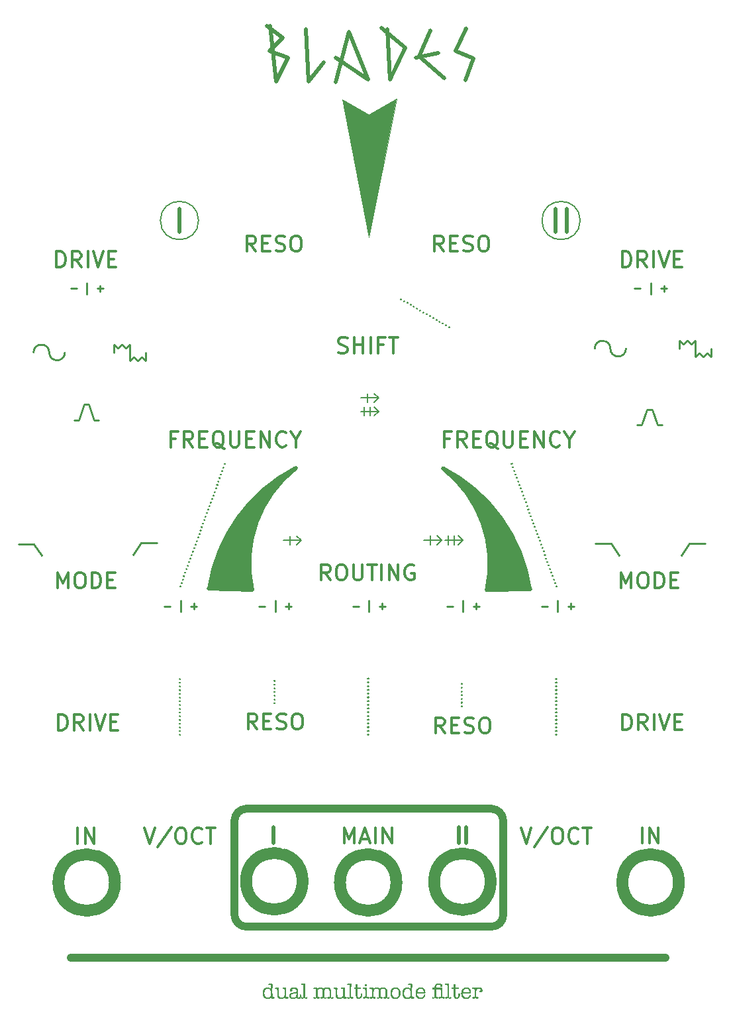
<source format=gts>
G04 #@! TF.GenerationSoftware,KiCad,Pcbnew,(6.99.0-1801-gf14dc9e305)*
G04 #@! TF.CreationDate,2022-05-05T06:36:28+03:00*
G04 #@! TF.ProjectId,Blades,426c6164-6573-42e6-9b69-6361645f7063,rev?*
G04 #@! TF.SameCoordinates,Original*
G04 #@! TF.FileFunction,Soldermask,Top*
G04 #@! TF.FilePolarity,Negative*
%FSLAX46Y46*%
G04 Gerber Fmt 4.6, Leading zero omitted, Abs format (unit mm)*
G04 Created by KiCad (PCBNEW (6.99.0-1801-gf14dc9e305)) date 2022-05-05 06:36:28*
%MOMM*%
%LPD*%
G01*
G04 APERTURE LIST*
%ADD10C,1.500000*%
%ADD11C,0.250000*%
%ADD12C,1.000000*%
%ADD13C,0.150000*%
%ADD14C,0.500000*%
%ADD15C,0.100000*%
%ADD16C,0.300000*%
G04 APERTURE END LIST*
D10*
X223816011Y-138350000D02*
G75*
G03*
X223816011Y-138350000I-3616011J0D01*
G01*
D11*
X157050000Y-95000000D02*
X155050000Y-95000000D01*
X155050000Y-95000000D02*
X154050000Y-96500000D01*
X220362000Y-77914000D02*
X221062000Y-79914000D01*
X213162000Y-95064000D02*
X215162000Y-95064000D01*
X218462000Y-79914000D02*
X219062000Y-79914000D01*
X219762000Y-77914000D02*
X220362000Y-77914000D01*
X215162000Y-95064000D02*
X216162000Y-96564000D01*
X227162000Y-95064000D02*
X225162000Y-95064000D01*
X225162000Y-95064000D02*
X224162000Y-96564000D01*
X221062000Y-79914000D02*
X221662000Y-79914000D01*
X219062000Y-79914000D02*
X219762000Y-77914000D01*
X227900000Y-71150000D02*
X227900000Y-70150000D01*
X215050000Y-70150000D02*
G75*
G03*
X213050000Y-70150000I-1000000J0D01*
G01*
X224400000Y-69550000D02*
X224900000Y-69150000D01*
X223900000Y-69150000D02*
X224400000Y-69550000D01*
X225900000Y-69150000D02*
X225900000Y-71150000D01*
X223900000Y-70150000D02*
X223900000Y-69150000D01*
X227400000Y-70750000D02*
X227900000Y-71150000D01*
X215050000Y-70150000D02*
G75*
G03*
X217050000Y-70150000I1000000J0D01*
G01*
X225900000Y-71150000D02*
X226400000Y-70750000D01*
X225400000Y-69550000D02*
X225900000Y-69150000D01*
X226900000Y-71150000D02*
X227400000Y-70750000D01*
X226400000Y-70750000D02*
X226900000Y-71150000D01*
X224900000Y-69150000D02*
X225400000Y-69550000D01*
D12*
X201350000Y-130450000D02*
G75*
G03*
X199850000Y-128950000I-1500000J0D01*
G01*
X199850000Y-144000000D02*
G75*
G03*
X201350000Y-142500000I0J1500000D01*
G01*
X201350000Y-142550000D02*
X201350000Y-130500000D01*
X168500000Y-128950000D02*
X199850000Y-128950000D01*
X168500000Y-144000000D02*
X199850000Y-144000000D01*
D13*
X211185311Y-53791311D02*
G75*
G03*
X211185311Y-53791311I-2441311J0D01*
G01*
D11*
X149050000Y-79300000D02*
X149650000Y-79300000D01*
X148350000Y-77300000D02*
X149050000Y-79300000D01*
D14*
X174799415Y-85416188D02*
G75*
G03*
X163750002Y-100800000I9500585J-18483812D01*
G01*
D10*
X151700011Y-138358960D02*
G75*
G03*
X151700011Y-138358960I-3616011J0D01*
G01*
D14*
X171550000Y-28950000D02*
X172300000Y-36000000D01*
X171450000Y-32150000D02*
X173150000Y-30450000D01*
D11*
X152100000Y-70050000D02*
X152600000Y-69650000D01*
D14*
X204749999Y-100850000D02*
G75*
G03*
X193700586Y-85466187I-20549999J-3100000D01*
G01*
D11*
X151600000Y-70650000D02*
X151600000Y-69650000D01*
D15*
G36*
X184150000Y-55950000D02*
G01*
X180750000Y-38350000D01*
X184150000Y-40250000D01*
X187700000Y-38200000D01*
X184150000Y-55950000D01*
G37*
X184150000Y-55950000D02*
X180750000Y-38350000D01*
X184150000Y-40250000D01*
X187700000Y-38200000D01*
X184150000Y-55950000D01*
D11*
X147050000Y-79300000D02*
X147750000Y-77300000D01*
D10*
X199750000Y-138250000D02*
G75*
G03*
X199750000Y-138250000I-3616011J0D01*
G01*
D14*
X186900000Y-35800000D02*
X188850000Y-31750000D01*
D13*
X162391311Y-53791311D02*
G75*
G03*
X162391311Y-53791311I-2441311J0D01*
G01*
D14*
X173800000Y-33000000D02*
X171450000Y-32150000D01*
D12*
X146100000Y-148000000D02*
X222100000Y-148000000D01*
X167000000Y-142500000D02*
G75*
G03*
X168500000Y-144000000I1500000J0D01*
G01*
D14*
X176150000Y-29350000D02*
X176500000Y-36050000D01*
D10*
X175700000Y-138200000D02*
G75*
G03*
X175700000Y-138200000I-3616011J0D01*
G01*
D11*
X151600000Y-69650000D02*
X152100000Y-70050000D01*
D14*
X190600000Y-32850000D02*
X193850000Y-35600000D01*
D11*
X153600000Y-71650000D02*
X154100000Y-71250000D01*
D14*
X188850000Y-31750000D02*
X185800000Y-29150000D01*
D11*
X154100000Y-71250000D02*
X154600000Y-71650000D01*
D14*
X173150000Y-30450000D02*
X171150000Y-28950000D01*
D11*
X141350000Y-95100000D02*
X142350000Y-96600000D01*
D15*
G36*
X170600000Y-90400000D02*
G01*
X169400000Y-93550000D01*
X168850000Y-98250000D01*
X169150000Y-100800000D01*
X163900000Y-100800000D01*
X164550000Y-97350000D01*
X167000000Y-92500000D01*
X169450000Y-89450000D01*
X173350000Y-86300000D01*
X170600000Y-90400000D01*
G37*
X170600000Y-90400000D02*
X169400000Y-93550000D01*
X168850000Y-98250000D01*
X169150000Y-100800000D01*
X163900000Y-100800000D01*
X164550000Y-97350000D01*
X167000000Y-92500000D01*
X169450000Y-89450000D01*
X173350000Y-86300000D01*
X170600000Y-90400000D01*
D11*
X154600000Y-71650000D02*
X155100000Y-71250000D01*
D14*
X179950000Y-36100000D02*
X181650000Y-29650000D01*
D11*
X153600000Y-69650000D02*
X153600000Y-71650000D01*
D14*
X199250000Y-101000000D02*
G75*
G03*
X193649081Y-85466410I-15050000J3350000D01*
G01*
D11*
X155100000Y-71250000D02*
X155600000Y-71650000D01*
D14*
X196600000Y-29250000D02*
X195250000Y-32150000D01*
D11*
X152600000Y-69650000D02*
X153100000Y-70050000D01*
X143300000Y-70650000D02*
G75*
G03*
X141300000Y-70650000I-1000000J0D01*
G01*
D14*
X204850000Y-100850000D02*
X199250000Y-101000000D01*
X184050000Y-35800000D02*
X179900000Y-33000000D01*
X192050000Y-29550000D02*
X190600000Y-32850000D01*
D11*
X155600000Y-71650000D02*
X155600000Y-70650000D01*
X139350000Y-95100000D02*
X141350000Y-95100000D01*
D12*
X168500000Y-128950000D02*
G75*
G03*
X167000000Y-130450000I0J-1500000D01*
G01*
D14*
X197550000Y-33100000D02*
X196500000Y-35850000D01*
X181650000Y-29650000D02*
X184050000Y-35800000D01*
X186500000Y-29350000D02*
X186900000Y-35800000D01*
D15*
G36*
X199050000Y-89500000D02*
G01*
X201500000Y-92550000D01*
X203950000Y-97400000D01*
X204600000Y-100850000D01*
X199350000Y-100850000D01*
X199650000Y-98300000D01*
X199100000Y-93600000D01*
X197900000Y-90450000D01*
X195150000Y-86350000D01*
X199050000Y-89500000D01*
G37*
X199050000Y-89500000D02*
X201500000Y-92550000D01*
X203950000Y-97400000D01*
X204600000Y-100850000D01*
X199350000Y-100850000D01*
X199650000Y-98300000D01*
X199100000Y-93600000D01*
X197900000Y-90450000D01*
X195150000Y-86350000D01*
X199050000Y-89500000D01*
D14*
X190200000Y-33000000D02*
X193050000Y-32400000D01*
X195250000Y-32150000D02*
X197550000Y-33100000D01*
D11*
X143300000Y-70650000D02*
G75*
G03*
X145300000Y-70650000I1000000J0D01*
G01*
X146450000Y-79300000D02*
X147050000Y-79300000D01*
X153100000Y-70050000D02*
X153600000Y-69650000D01*
D14*
X176500000Y-36050000D02*
X178400000Y-33550000D01*
D12*
X167000000Y-142500000D02*
X167000000Y-130450000D01*
D14*
X174850919Y-85416410D02*
G75*
G03*
X169250000Y-100950000I9449081J-12183590D01*
G01*
D10*
X187700000Y-138350000D02*
G75*
G03*
X187700000Y-138350000I-3616011J0D01*
G01*
D14*
X169250000Y-100950000D02*
X163650000Y-100800000D01*
D11*
X147750000Y-77300000D02*
X148350000Y-77300000D01*
D14*
X172300000Y-36000000D02*
X173800000Y-33000000D01*
D13*
X184034142Y-119454426D02*
X184081761Y-119406807D01*
X184081761Y-119406807D02*
X184129380Y-119454426D01*
X184129380Y-119454426D02*
X184081761Y-119502045D01*
X184081761Y-119502045D02*
X184034142Y-119454426D01*
X184034142Y-119454426D02*
X184129380Y-119454426D01*
X184034142Y-118978236D02*
X184081761Y-118930617D01*
X184081761Y-118930617D02*
X184129380Y-118978236D01*
X184129380Y-118978236D02*
X184081761Y-119025855D01*
X184081761Y-119025855D02*
X184034142Y-118978236D01*
X184034142Y-118978236D02*
X184129380Y-118978236D01*
X184034142Y-118502045D02*
X184081761Y-118454426D01*
X184081761Y-118454426D02*
X184129380Y-118502045D01*
X184129380Y-118502045D02*
X184081761Y-118549664D01*
X184081761Y-118549664D02*
X184034142Y-118502045D01*
X184034142Y-118502045D02*
X184129380Y-118502045D01*
X184034142Y-118025855D02*
X184081761Y-117978236D01*
X184081761Y-117978236D02*
X184129380Y-118025855D01*
X184129380Y-118025855D02*
X184081761Y-118073474D01*
X184081761Y-118073474D02*
X184034142Y-118025855D01*
X184034142Y-118025855D02*
X184129380Y-118025855D01*
X184034142Y-117549665D02*
X184081761Y-117502046D01*
X184081761Y-117502046D02*
X184129380Y-117549665D01*
X184129380Y-117549665D02*
X184081761Y-117597284D01*
X184081761Y-117597284D02*
X184034142Y-117549665D01*
X184034142Y-117549665D02*
X184129380Y-117549665D01*
X184034142Y-117073474D02*
X184081761Y-117025855D01*
X184081761Y-117025855D02*
X184129380Y-117073474D01*
X184129380Y-117073474D02*
X184081761Y-117121093D01*
X184081761Y-117121093D02*
X184034142Y-117073474D01*
X184034142Y-117073474D02*
X184129380Y-117073474D01*
X184034142Y-116597284D02*
X184081761Y-116549665D01*
X184081761Y-116549665D02*
X184129380Y-116597284D01*
X184129380Y-116597284D02*
X184081761Y-116644903D01*
X184081761Y-116644903D02*
X184034142Y-116597284D01*
X184034142Y-116597284D02*
X184129380Y-116597284D01*
X184034142Y-116121094D02*
X184081761Y-116073475D01*
X184081761Y-116073475D02*
X184129380Y-116121094D01*
X184129380Y-116121094D02*
X184081761Y-116168713D01*
X184081761Y-116168713D02*
X184034142Y-116121094D01*
X184034142Y-116121094D02*
X184129380Y-116121094D01*
X184034142Y-115644903D02*
X184081761Y-115597284D01*
X184081761Y-115597284D02*
X184129380Y-115644903D01*
X184129380Y-115644903D02*
X184081761Y-115692522D01*
X184081761Y-115692522D02*
X184034142Y-115644903D01*
X184034142Y-115644903D02*
X184129380Y-115644903D01*
X184034142Y-115168713D02*
X184081761Y-115121094D01*
X184081761Y-115121094D02*
X184129380Y-115168713D01*
X184129380Y-115168713D02*
X184081761Y-115216332D01*
X184081761Y-115216332D02*
X184034142Y-115168713D01*
X184034142Y-115168713D02*
X184129380Y-115168713D01*
X184034142Y-114692523D02*
X184081761Y-114644904D01*
X184081761Y-114644904D02*
X184129380Y-114692523D01*
X184129380Y-114692523D02*
X184081761Y-114740142D01*
X184081761Y-114740142D02*
X184034142Y-114692523D01*
X184034142Y-114692523D02*
X184129380Y-114692523D01*
X184034142Y-114216332D02*
X184081761Y-114168713D01*
X184081761Y-114168713D02*
X184129380Y-114216332D01*
X184129380Y-114216332D02*
X184081761Y-114263951D01*
X184081761Y-114263951D02*
X184034142Y-114216332D01*
X184034142Y-114216332D02*
X184129380Y-114216332D01*
X184034142Y-113740142D02*
X184081761Y-113692523D01*
X184081761Y-113692523D02*
X184129380Y-113740142D01*
X184129380Y-113740142D02*
X184081761Y-113787761D01*
X184081761Y-113787761D02*
X184034142Y-113740142D01*
X184034142Y-113740142D02*
X184129380Y-113740142D01*
X184034142Y-113263952D02*
X184081761Y-113216333D01*
X184081761Y-113216333D02*
X184129380Y-113263952D01*
X184129380Y-113263952D02*
X184081761Y-113311571D01*
X184081761Y-113311571D02*
X184034142Y-113263952D01*
X184034142Y-113263952D02*
X184129380Y-113263952D01*
X184034142Y-112787761D02*
X184081761Y-112740142D01*
X184081761Y-112740142D02*
X184129380Y-112787761D01*
X184129380Y-112787761D02*
X184081761Y-112835380D01*
X184081761Y-112835380D02*
X184034142Y-112787761D01*
X184034142Y-112787761D02*
X184129380Y-112787761D01*
X184034142Y-112311571D02*
X184081761Y-112263952D01*
X184081761Y-112263952D02*
X184129380Y-112311571D01*
X184129380Y-112311571D02*
X184081761Y-112359190D01*
X184081761Y-112359190D02*
X184034142Y-112311571D01*
X184034142Y-112311571D02*
X184129380Y-112311571D01*
D16*
X216565315Y-59734761D02*
X216565315Y-57734761D01*
X216565315Y-57734761D02*
X217041505Y-57734761D01*
X217041505Y-57734761D02*
X217327220Y-57830000D01*
X217327220Y-57830000D02*
X217517696Y-58020476D01*
X217517696Y-58020476D02*
X217612934Y-58210952D01*
X217612934Y-58210952D02*
X217708172Y-58591904D01*
X217708172Y-58591904D02*
X217708172Y-58877619D01*
X217708172Y-58877619D02*
X217612934Y-59258571D01*
X217612934Y-59258571D02*
X217517696Y-59449047D01*
X217517696Y-59449047D02*
X217327220Y-59639523D01*
X217327220Y-59639523D02*
X217041505Y-59734761D01*
X217041505Y-59734761D02*
X216565315Y-59734761D01*
X219708172Y-59734761D02*
X219041505Y-58782380D01*
X218565315Y-59734761D02*
X218565315Y-57734761D01*
X218565315Y-57734761D02*
X219327220Y-57734761D01*
X219327220Y-57734761D02*
X219517696Y-57830000D01*
X219517696Y-57830000D02*
X219612934Y-57925238D01*
X219612934Y-57925238D02*
X219708172Y-58115714D01*
X219708172Y-58115714D02*
X219708172Y-58401428D01*
X219708172Y-58401428D02*
X219612934Y-58591904D01*
X219612934Y-58591904D02*
X219517696Y-58687142D01*
X219517696Y-58687142D02*
X219327220Y-58782380D01*
X219327220Y-58782380D02*
X218565315Y-58782380D01*
X220565315Y-59734761D02*
X220565315Y-57734761D01*
X221231982Y-57734761D02*
X221898648Y-59734761D01*
X221898648Y-59734761D02*
X222565315Y-57734761D01*
X223231982Y-58687142D02*
X223898649Y-58687142D01*
X224184363Y-59734761D02*
X223231982Y-59734761D01*
X223231982Y-59734761D02*
X223231982Y-57734761D01*
X223231982Y-57734761D02*
X224184363Y-57734761D01*
D11*
X218123810Y-62486428D02*
X218885715Y-62486428D01*
X220200000Y-63200714D02*
X220200000Y-61772142D01*
X221514286Y-62486428D02*
X222276191Y-62486428D01*
X221895238Y-62867380D02*
X221895238Y-62105476D01*
X158023810Y-103086428D02*
X158785715Y-103086428D01*
X160100000Y-103800714D02*
X160100000Y-102372142D01*
X161414286Y-103086428D02*
X162176191Y-103086428D01*
X161795238Y-103467380D02*
X161795238Y-102705476D01*
X206223810Y-103086428D02*
X206985715Y-103086428D01*
X208300000Y-103800714D02*
X208300000Y-102372142D01*
X209614286Y-103086428D02*
X210376191Y-103086428D01*
X209995238Y-103467380D02*
X209995238Y-102705476D01*
D13*
X160005563Y-100523847D02*
X160066597Y-100495387D01*
X160066597Y-100495387D02*
X160095058Y-100556421D01*
X160095058Y-100556421D02*
X160034024Y-100584881D01*
X160034024Y-100584881D02*
X160005563Y-100523847D01*
X160005563Y-100523847D02*
X160095058Y-100556421D01*
X160168430Y-100076375D02*
X160229464Y-100047914D01*
X160229464Y-100047914D02*
X160257924Y-100108948D01*
X160257924Y-100108948D02*
X160196890Y-100137409D01*
X160196890Y-100137409D02*
X160168430Y-100076375D01*
X160168430Y-100076375D02*
X160257924Y-100108948D01*
X160331297Y-99628902D02*
X160392331Y-99600441D01*
X160392331Y-99600441D02*
X160420791Y-99661475D01*
X160420791Y-99661475D02*
X160359757Y-99689936D01*
X160359757Y-99689936D02*
X160331297Y-99628902D01*
X160331297Y-99628902D02*
X160420791Y-99661475D01*
X160494163Y-99181430D02*
X160555197Y-99152969D01*
X160555197Y-99152969D02*
X160583658Y-99214003D01*
X160583658Y-99214003D02*
X160522624Y-99242464D01*
X160522624Y-99242464D02*
X160494163Y-99181430D01*
X160494163Y-99181430D02*
X160583658Y-99214003D01*
X160657030Y-98733957D02*
X160718064Y-98705496D01*
X160718064Y-98705496D02*
X160746524Y-98766530D01*
X160746524Y-98766530D02*
X160685491Y-98794991D01*
X160685491Y-98794991D02*
X160657030Y-98733957D01*
X160657030Y-98733957D02*
X160746524Y-98766530D01*
X160819897Y-98286484D02*
X160880931Y-98258024D01*
X160880931Y-98258024D02*
X160909391Y-98319058D01*
X160909391Y-98319058D02*
X160848357Y-98347518D01*
X160848357Y-98347518D02*
X160819897Y-98286484D01*
X160819897Y-98286484D02*
X160909391Y-98319058D01*
X160982763Y-97839012D02*
X161043797Y-97810551D01*
X161043797Y-97810551D02*
X161072258Y-97871585D01*
X161072258Y-97871585D02*
X161011224Y-97900046D01*
X161011224Y-97900046D02*
X160982763Y-97839012D01*
X160982763Y-97839012D02*
X161072258Y-97871585D01*
X161145630Y-97391539D02*
X161206664Y-97363079D01*
X161206664Y-97363079D02*
X161235125Y-97424113D01*
X161235125Y-97424113D02*
X161174091Y-97452573D01*
X161174091Y-97452573D02*
X161145630Y-97391539D01*
X161145630Y-97391539D02*
X161235125Y-97424113D01*
X161308497Y-96944067D02*
X161369531Y-96915606D01*
X161369531Y-96915606D02*
X161397991Y-96976640D01*
X161397991Y-96976640D02*
X161336957Y-97005101D01*
X161336957Y-97005101D02*
X161308497Y-96944067D01*
X161308497Y-96944067D02*
X161397991Y-96976640D01*
X161471363Y-96496594D02*
X161532397Y-96468134D01*
X161532397Y-96468134D02*
X161560858Y-96529168D01*
X161560858Y-96529168D02*
X161499824Y-96557628D01*
X161499824Y-96557628D02*
X161471363Y-96496594D01*
X161471363Y-96496594D02*
X161560858Y-96529168D01*
X161634230Y-96049122D02*
X161695264Y-96020661D01*
X161695264Y-96020661D02*
X161723725Y-96081695D01*
X161723725Y-96081695D02*
X161662691Y-96110156D01*
X161662691Y-96110156D02*
X161634230Y-96049122D01*
X161634230Y-96049122D02*
X161723725Y-96081695D01*
X161797097Y-95601649D02*
X161858131Y-95573188D01*
X161858131Y-95573188D02*
X161886591Y-95634222D01*
X161886591Y-95634222D02*
X161825557Y-95662683D01*
X161825557Y-95662683D02*
X161797097Y-95601649D01*
X161797097Y-95601649D02*
X161886591Y-95634222D01*
X161959963Y-95154177D02*
X162020997Y-95125716D01*
X162020997Y-95125716D02*
X162049458Y-95186750D01*
X162049458Y-95186750D02*
X161988424Y-95215211D01*
X161988424Y-95215211D02*
X161959963Y-95154177D01*
X161959963Y-95154177D02*
X162049458Y-95186750D01*
X162122830Y-94706704D02*
X162183864Y-94678243D01*
X162183864Y-94678243D02*
X162212325Y-94739277D01*
X162212325Y-94739277D02*
X162151291Y-94767738D01*
X162151291Y-94767738D02*
X162122830Y-94706704D01*
X162122830Y-94706704D02*
X162212325Y-94739277D01*
X162285697Y-94259231D02*
X162346731Y-94230771D01*
X162346731Y-94230771D02*
X162375191Y-94291805D01*
X162375191Y-94291805D02*
X162314157Y-94320265D01*
X162314157Y-94320265D02*
X162285697Y-94259231D01*
X162285697Y-94259231D02*
X162375191Y-94291805D01*
X162448563Y-93811759D02*
X162509597Y-93783299D01*
X162509597Y-93783299D02*
X162538058Y-93844332D01*
X162538058Y-93844332D02*
X162477024Y-93872793D01*
X162477024Y-93872793D02*
X162448563Y-93811759D01*
X162448563Y-93811759D02*
X162538058Y-93844332D01*
X162611430Y-93364286D02*
X162672464Y-93335826D01*
X162672464Y-93335826D02*
X162700925Y-93396860D01*
X162700925Y-93396860D02*
X162639891Y-93425320D01*
X162639891Y-93425320D02*
X162611430Y-93364286D01*
X162611430Y-93364286D02*
X162700925Y-93396860D01*
X162774297Y-92916814D02*
X162835331Y-92888353D01*
X162835331Y-92888353D02*
X162863791Y-92949387D01*
X162863791Y-92949387D02*
X162802758Y-92977848D01*
X162802758Y-92977848D02*
X162774297Y-92916814D01*
X162774297Y-92916814D02*
X162863791Y-92949387D01*
X162937164Y-92469342D02*
X162998197Y-92440881D01*
X162998197Y-92440881D02*
X163026658Y-92501915D01*
X163026658Y-92501915D02*
X162965624Y-92530375D01*
X162965624Y-92530375D02*
X162937164Y-92469342D01*
X162937164Y-92469342D02*
X163026658Y-92501915D01*
X163100030Y-92021869D02*
X163161064Y-91993408D01*
X163161064Y-91993408D02*
X163189525Y-92054442D01*
X163189525Y-92054442D02*
X163128491Y-92082903D01*
X163128491Y-92082903D02*
X163100030Y-92021869D01*
X163100030Y-92021869D02*
X163189525Y-92054442D01*
X163262897Y-91574396D02*
X163323931Y-91545936D01*
X163323931Y-91545936D02*
X163352392Y-91606969D01*
X163352392Y-91606969D02*
X163291358Y-91635430D01*
X163291358Y-91635430D02*
X163262897Y-91574396D01*
X163262897Y-91574396D02*
X163352392Y-91606969D01*
X163425764Y-91126924D02*
X163486798Y-91098463D01*
X163486798Y-91098463D02*
X163515258Y-91159497D01*
X163515258Y-91159497D02*
X163454224Y-91187958D01*
X163454224Y-91187958D02*
X163425764Y-91126924D01*
X163425764Y-91126924D02*
X163515258Y-91159497D01*
X163588630Y-90679451D02*
X163649664Y-90650991D01*
X163649664Y-90650991D02*
X163678125Y-90712025D01*
X163678125Y-90712025D02*
X163617091Y-90740485D01*
X163617091Y-90740485D02*
X163588630Y-90679451D01*
X163588630Y-90679451D02*
X163678125Y-90712025D01*
X163751497Y-90231979D02*
X163812531Y-90203518D01*
X163812531Y-90203518D02*
X163840992Y-90264552D01*
X163840992Y-90264552D02*
X163779958Y-90293012D01*
X163779958Y-90293012D02*
X163751497Y-90231979D01*
X163751497Y-90231979D02*
X163840992Y-90264552D01*
X163914364Y-89784506D02*
X163975398Y-89756046D01*
X163975398Y-89756046D02*
X164003858Y-89817080D01*
X164003858Y-89817080D02*
X163942824Y-89845540D01*
X163942824Y-89845540D02*
X163914364Y-89784506D01*
X163914364Y-89784506D02*
X164003858Y-89817080D01*
X164077230Y-89337034D02*
X164138264Y-89308573D01*
X164138264Y-89308573D02*
X164166725Y-89369607D01*
X164166725Y-89369607D02*
X164105691Y-89398068D01*
X164105691Y-89398068D02*
X164077230Y-89337034D01*
X164077230Y-89337034D02*
X164166725Y-89369607D01*
X164240097Y-88889561D02*
X164301131Y-88861100D01*
X164301131Y-88861100D02*
X164329592Y-88922134D01*
X164329592Y-88922134D02*
X164268558Y-88950595D01*
X164268558Y-88950595D02*
X164240097Y-88889561D01*
X164240097Y-88889561D02*
X164329592Y-88922134D01*
X164402964Y-88442089D02*
X164463998Y-88413628D01*
X164463998Y-88413628D02*
X164492458Y-88474662D01*
X164492458Y-88474662D02*
X164431424Y-88503123D01*
X164431424Y-88503123D02*
X164402964Y-88442089D01*
X164402964Y-88442089D02*
X164492458Y-88474662D01*
X164565830Y-87994616D02*
X164626864Y-87966155D01*
X164626864Y-87966155D02*
X164655325Y-88027189D01*
X164655325Y-88027189D02*
X164594291Y-88055650D01*
X164594291Y-88055650D02*
X164565830Y-87994616D01*
X164565830Y-87994616D02*
X164655325Y-88027189D01*
X164728697Y-87547143D02*
X164789731Y-87518683D01*
X164789731Y-87518683D02*
X164818192Y-87579717D01*
X164818192Y-87579717D02*
X164757158Y-87608177D01*
X164757158Y-87608177D02*
X164728697Y-87547143D01*
X164728697Y-87547143D02*
X164818192Y-87579717D01*
X164891564Y-87099671D02*
X164952598Y-87071210D01*
X164952598Y-87071210D02*
X164981058Y-87132244D01*
X164981058Y-87132244D02*
X164920024Y-87160705D01*
X164920024Y-87160705D02*
X164891564Y-87099671D01*
X164891564Y-87099671D02*
X164981058Y-87132244D01*
X165054430Y-86652198D02*
X165115464Y-86623738D01*
X165115464Y-86623738D02*
X165143925Y-86684772D01*
X165143925Y-86684772D02*
X165082891Y-86713232D01*
X165082891Y-86713232D02*
X165054430Y-86652198D01*
X165054430Y-86652198D02*
X165143925Y-86684772D01*
X165217297Y-86204726D02*
X165278331Y-86176265D01*
X165278331Y-86176265D02*
X165306792Y-86237299D01*
X165306792Y-86237299D02*
X165245758Y-86265760D01*
X165245758Y-86265760D02*
X165217297Y-86204726D01*
X165217297Y-86204726D02*
X165306792Y-86237299D01*
X165380164Y-85757253D02*
X165441198Y-85728793D01*
X165441198Y-85728793D02*
X165469658Y-85789827D01*
X165469658Y-85789827D02*
X165408624Y-85818287D01*
X165408624Y-85818287D02*
X165380164Y-85757253D01*
X165380164Y-85757253D02*
X165469658Y-85789827D01*
X165543031Y-85309781D02*
X165604064Y-85281320D01*
X165604064Y-85281320D02*
X165632525Y-85342354D01*
X165632525Y-85342354D02*
X165571491Y-85370815D01*
X165571491Y-85370815D02*
X165543031Y-85309781D01*
X165543031Y-85309781D02*
X165632525Y-85342354D01*
X165705897Y-84862308D02*
X165766931Y-84833847D01*
X165766931Y-84833847D02*
X165795392Y-84894881D01*
X165795392Y-84894881D02*
X165734358Y-84923342D01*
X165734358Y-84923342D02*
X165705897Y-84862308D01*
X165705897Y-84862308D02*
X165795392Y-84894881D01*
X193906224Y-94609285D02*
X196191939Y-94609285D01*
X194334796Y-94037857D02*
X194334796Y-95180714D01*
X195049081Y-94037857D02*
X195049081Y-95180714D01*
X195620510Y-95180714D02*
X196191939Y-94609285D01*
X196191939Y-94609285D02*
X195620510Y-94037857D01*
D16*
X219089381Y-133354801D02*
X219089381Y-131354801D01*
X220041762Y-133354801D02*
X220041762Y-131354801D01*
X220041762Y-131354801D02*
X221184619Y-133354801D01*
X221184619Y-133354801D02*
X221184619Y-131354801D01*
X216625095Y-118854801D02*
X216625095Y-116854801D01*
X216625095Y-116854801D02*
X217101285Y-116854801D01*
X217101285Y-116854801D02*
X217387000Y-116950040D01*
X217387000Y-116950040D02*
X217577476Y-117140516D01*
X217577476Y-117140516D02*
X217672714Y-117330992D01*
X217672714Y-117330992D02*
X217767952Y-117711944D01*
X217767952Y-117711944D02*
X217767952Y-117997659D01*
X217767952Y-117997659D02*
X217672714Y-118378611D01*
X217672714Y-118378611D02*
X217577476Y-118569087D01*
X217577476Y-118569087D02*
X217387000Y-118759563D01*
X217387000Y-118759563D02*
X217101285Y-118854801D01*
X217101285Y-118854801D02*
X216625095Y-118854801D01*
X219767952Y-118854801D02*
X219101285Y-117902420D01*
X218625095Y-118854801D02*
X218625095Y-116854801D01*
X218625095Y-116854801D02*
X219387000Y-116854801D01*
X219387000Y-116854801D02*
X219577476Y-116950040D01*
X219577476Y-116950040D02*
X219672714Y-117045278D01*
X219672714Y-117045278D02*
X219767952Y-117235754D01*
X219767952Y-117235754D02*
X219767952Y-117521468D01*
X219767952Y-117521468D02*
X219672714Y-117711944D01*
X219672714Y-117711944D02*
X219577476Y-117807182D01*
X219577476Y-117807182D02*
X219387000Y-117902420D01*
X219387000Y-117902420D02*
X218625095Y-117902420D01*
X220625095Y-118854801D02*
X220625095Y-116854801D01*
X221291762Y-116854801D02*
X221958428Y-118854801D01*
X221958428Y-118854801D02*
X222625095Y-116854801D01*
X223291762Y-117807182D02*
X223958429Y-117807182D01*
X224244143Y-118854801D02*
X223291762Y-118854801D01*
X223291762Y-118854801D02*
X223291762Y-116854801D01*
X223291762Y-116854801D02*
X224244143Y-116854801D01*
X203606190Y-131374801D02*
X204272856Y-133374801D01*
X204272856Y-133374801D02*
X204939523Y-131374801D01*
X207034761Y-131279563D02*
X205320476Y-133850992D01*
X208082380Y-131374801D02*
X208463333Y-131374801D01*
X208463333Y-131374801D02*
X208653809Y-131470040D01*
X208653809Y-131470040D02*
X208844285Y-131660516D01*
X208844285Y-131660516D02*
X208939523Y-132041468D01*
X208939523Y-132041468D02*
X208939523Y-132708135D01*
X208939523Y-132708135D02*
X208844285Y-133089087D01*
X208844285Y-133089087D02*
X208653809Y-133279563D01*
X208653809Y-133279563D02*
X208463333Y-133374801D01*
X208463333Y-133374801D02*
X208082380Y-133374801D01*
X208082380Y-133374801D02*
X207891904Y-133279563D01*
X207891904Y-133279563D02*
X207701428Y-133089087D01*
X207701428Y-133089087D02*
X207606190Y-132708135D01*
X207606190Y-132708135D02*
X207606190Y-132041468D01*
X207606190Y-132041468D02*
X207701428Y-131660516D01*
X207701428Y-131660516D02*
X207891904Y-131470040D01*
X207891904Y-131470040D02*
X208082380Y-131374801D01*
X210939523Y-133184325D02*
X210844285Y-133279563D01*
X210844285Y-133279563D02*
X210558571Y-133374801D01*
X210558571Y-133374801D02*
X210368095Y-133374801D01*
X210368095Y-133374801D02*
X210082380Y-133279563D01*
X210082380Y-133279563D02*
X209891904Y-133089087D01*
X209891904Y-133089087D02*
X209796666Y-132898611D01*
X209796666Y-132898611D02*
X209701428Y-132517659D01*
X209701428Y-132517659D02*
X209701428Y-132231944D01*
X209701428Y-132231944D02*
X209796666Y-131850992D01*
X209796666Y-131850992D02*
X209891904Y-131660516D01*
X209891904Y-131660516D02*
X210082380Y-131470040D01*
X210082380Y-131470040D02*
X210368095Y-131374801D01*
X210368095Y-131374801D02*
X210558571Y-131374801D01*
X210558571Y-131374801D02*
X210844285Y-131470040D01*
X210844285Y-131470040D02*
X210939523Y-131565278D01*
X211510952Y-131374801D02*
X212653809Y-131374801D01*
X212082380Y-133374801D02*
X212082380Y-131374801D01*
X193864285Y-119284761D02*
X193197618Y-118332380D01*
X192721428Y-119284761D02*
X192721428Y-117284761D01*
X192721428Y-117284761D02*
X193483333Y-117284761D01*
X193483333Y-117284761D02*
X193673809Y-117380000D01*
X193673809Y-117380000D02*
X193769047Y-117475238D01*
X193769047Y-117475238D02*
X193864285Y-117665714D01*
X193864285Y-117665714D02*
X193864285Y-117951428D01*
X193864285Y-117951428D02*
X193769047Y-118141904D01*
X193769047Y-118141904D02*
X193673809Y-118237142D01*
X193673809Y-118237142D02*
X193483333Y-118332380D01*
X193483333Y-118332380D02*
X192721428Y-118332380D01*
X194721428Y-118237142D02*
X195388095Y-118237142D01*
X195673809Y-119284761D02*
X194721428Y-119284761D01*
X194721428Y-119284761D02*
X194721428Y-117284761D01*
X194721428Y-117284761D02*
X195673809Y-117284761D01*
X196435714Y-119189523D02*
X196721428Y-119284761D01*
X196721428Y-119284761D02*
X197197619Y-119284761D01*
X197197619Y-119284761D02*
X197388095Y-119189523D01*
X197388095Y-119189523D02*
X197483333Y-119094285D01*
X197483333Y-119094285D02*
X197578571Y-118903809D01*
X197578571Y-118903809D02*
X197578571Y-118713333D01*
X197578571Y-118713333D02*
X197483333Y-118522857D01*
X197483333Y-118522857D02*
X197388095Y-118427619D01*
X197388095Y-118427619D02*
X197197619Y-118332380D01*
X197197619Y-118332380D02*
X196816666Y-118237142D01*
X196816666Y-118237142D02*
X196626190Y-118141904D01*
X196626190Y-118141904D02*
X196530952Y-118046666D01*
X196530952Y-118046666D02*
X196435714Y-117856190D01*
X196435714Y-117856190D02*
X196435714Y-117665714D01*
X196435714Y-117665714D02*
X196530952Y-117475238D01*
X196530952Y-117475238D02*
X196626190Y-117380000D01*
X196626190Y-117380000D02*
X196816666Y-117284761D01*
X196816666Y-117284761D02*
X197292857Y-117284761D01*
X197292857Y-117284761D02*
X197578571Y-117380000D01*
X198816666Y-117284761D02*
X199197619Y-117284761D01*
X199197619Y-117284761D02*
X199388095Y-117380000D01*
X199388095Y-117380000D02*
X199578571Y-117570476D01*
X199578571Y-117570476D02*
X199673809Y-117951428D01*
X199673809Y-117951428D02*
X199673809Y-118618095D01*
X199673809Y-118618095D02*
X199578571Y-118999047D01*
X199578571Y-118999047D02*
X199388095Y-119189523D01*
X199388095Y-119189523D02*
X199197619Y-119284761D01*
X199197619Y-119284761D02*
X198816666Y-119284761D01*
X198816666Y-119284761D02*
X198626190Y-119189523D01*
X198626190Y-119189523D02*
X198435714Y-118999047D01*
X198435714Y-118999047D02*
X198340476Y-118618095D01*
X198340476Y-118618095D02*
X198340476Y-117951428D01*
X198340476Y-117951428D02*
X198435714Y-117570476D01*
X198435714Y-117570476D02*
X198626190Y-117380000D01*
X198626190Y-117380000D02*
X198816666Y-117284761D01*
D13*
X195981142Y-115844610D02*
X196028761Y-115796991D01*
X196028761Y-115796991D02*
X196076380Y-115844610D01*
X196076380Y-115844610D02*
X196028761Y-115892229D01*
X196028761Y-115892229D02*
X195981142Y-115844610D01*
X195981142Y-115844610D02*
X196076380Y-115844610D01*
X195981142Y-115368420D02*
X196028761Y-115320801D01*
X196028761Y-115320801D02*
X196076380Y-115368420D01*
X196076380Y-115368420D02*
X196028761Y-115416039D01*
X196028761Y-115416039D02*
X195981142Y-115368420D01*
X195981142Y-115368420D02*
X196076380Y-115368420D01*
X195981142Y-114892229D02*
X196028761Y-114844610D01*
X196028761Y-114844610D02*
X196076380Y-114892229D01*
X196076380Y-114892229D02*
X196028761Y-114939848D01*
X196028761Y-114939848D02*
X195981142Y-114892229D01*
X195981142Y-114892229D02*
X196076380Y-114892229D01*
X195981142Y-114416039D02*
X196028761Y-114368420D01*
X196028761Y-114368420D02*
X196076380Y-114416039D01*
X196076380Y-114416039D02*
X196028761Y-114463658D01*
X196028761Y-114463658D02*
X195981142Y-114416039D01*
X195981142Y-114416039D02*
X196076380Y-114416039D01*
X195981142Y-113939849D02*
X196028761Y-113892230D01*
X196028761Y-113892230D02*
X196076380Y-113939849D01*
X196076380Y-113939849D02*
X196028761Y-113987468D01*
X196028761Y-113987468D02*
X195981142Y-113939849D01*
X195981142Y-113939849D02*
X196076380Y-113939849D01*
X195981142Y-113463658D02*
X196028761Y-113416039D01*
X196028761Y-113416039D02*
X196076380Y-113463658D01*
X196076380Y-113463658D02*
X196028761Y-113511277D01*
X196028761Y-113511277D02*
X195981142Y-113463658D01*
X195981142Y-113463658D02*
X196076380Y-113463658D01*
X195981142Y-112987468D02*
X196028761Y-112939849D01*
X196028761Y-112939849D02*
X196076380Y-112987468D01*
X196076380Y-112987468D02*
X196028761Y-113035087D01*
X196028761Y-113035087D02*
X195981142Y-112987468D01*
X195981142Y-112987468D02*
X196076380Y-112987468D01*
D14*
X208029714Y-55252142D02*
X208029714Y-52252142D01*
X209458285Y-55252142D02*
X209458285Y-52252142D01*
X171950000Y-133284761D02*
X171950000Y-131284761D01*
D16*
X180996381Y-133351801D02*
X180996381Y-131351801D01*
X180996381Y-131351801D02*
X181663048Y-132780373D01*
X181663048Y-132780373D02*
X182329714Y-131351801D01*
X182329714Y-131351801D02*
X182329714Y-133351801D01*
X183186857Y-132780373D02*
X184139238Y-132780373D01*
X182996381Y-133351801D02*
X183663047Y-131351801D01*
X183663047Y-131351801D02*
X184329714Y-133351801D01*
X184996381Y-133351801D02*
X184996381Y-131351801D01*
X185948762Y-133351801D02*
X185948762Y-131351801D01*
X185948762Y-131351801D02*
X187091619Y-133351801D01*
X187091619Y-133351801D02*
X187091619Y-131351801D01*
D13*
X159972142Y-119471426D02*
X160019761Y-119423807D01*
X160019761Y-119423807D02*
X160067380Y-119471426D01*
X160067380Y-119471426D02*
X160019761Y-119519045D01*
X160019761Y-119519045D02*
X159972142Y-119471426D01*
X159972142Y-119471426D02*
X160067380Y-119471426D01*
X159972142Y-118995236D02*
X160019761Y-118947617D01*
X160019761Y-118947617D02*
X160067380Y-118995236D01*
X160067380Y-118995236D02*
X160019761Y-119042855D01*
X160019761Y-119042855D02*
X159972142Y-118995236D01*
X159972142Y-118995236D02*
X160067380Y-118995236D01*
X159972142Y-118519045D02*
X160019761Y-118471426D01*
X160019761Y-118471426D02*
X160067380Y-118519045D01*
X160067380Y-118519045D02*
X160019761Y-118566664D01*
X160019761Y-118566664D02*
X159972142Y-118519045D01*
X159972142Y-118519045D02*
X160067380Y-118519045D01*
X159972142Y-118042855D02*
X160019761Y-117995236D01*
X160019761Y-117995236D02*
X160067380Y-118042855D01*
X160067380Y-118042855D02*
X160019761Y-118090474D01*
X160019761Y-118090474D02*
X159972142Y-118042855D01*
X159972142Y-118042855D02*
X160067380Y-118042855D01*
X159972142Y-117566665D02*
X160019761Y-117519046D01*
X160019761Y-117519046D02*
X160067380Y-117566665D01*
X160067380Y-117566665D02*
X160019761Y-117614284D01*
X160019761Y-117614284D02*
X159972142Y-117566665D01*
X159972142Y-117566665D02*
X160067380Y-117566665D01*
X159972142Y-117090474D02*
X160019761Y-117042855D01*
X160019761Y-117042855D02*
X160067380Y-117090474D01*
X160067380Y-117090474D02*
X160019761Y-117138093D01*
X160019761Y-117138093D02*
X159972142Y-117090474D01*
X159972142Y-117090474D02*
X160067380Y-117090474D01*
X159972142Y-116614284D02*
X160019761Y-116566665D01*
X160019761Y-116566665D02*
X160067380Y-116614284D01*
X160067380Y-116614284D02*
X160019761Y-116661903D01*
X160019761Y-116661903D02*
X159972142Y-116614284D01*
X159972142Y-116614284D02*
X160067380Y-116614284D01*
X159972142Y-116138094D02*
X160019761Y-116090475D01*
X160019761Y-116090475D02*
X160067380Y-116138094D01*
X160067380Y-116138094D02*
X160019761Y-116185713D01*
X160019761Y-116185713D02*
X159972142Y-116138094D01*
X159972142Y-116138094D02*
X160067380Y-116138094D01*
X159972142Y-115661903D02*
X160019761Y-115614284D01*
X160019761Y-115614284D02*
X160067380Y-115661903D01*
X160067380Y-115661903D02*
X160019761Y-115709522D01*
X160019761Y-115709522D02*
X159972142Y-115661903D01*
X159972142Y-115661903D02*
X160067380Y-115661903D01*
X159972142Y-115185713D02*
X160019761Y-115138094D01*
X160019761Y-115138094D02*
X160067380Y-115185713D01*
X160067380Y-115185713D02*
X160019761Y-115233332D01*
X160019761Y-115233332D02*
X159972142Y-115185713D01*
X159972142Y-115185713D02*
X160067380Y-115185713D01*
X159972142Y-114709523D02*
X160019761Y-114661904D01*
X160019761Y-114661904D02*
X160067380Y-114709523D01*
X160067380Y-114709523D02*
X160019761Y-114757142D01*
X160019761Y-114757142D02*
X159972142Y-114709523D01*
X159972142Y-114709523D02*
X160067380Y-114709523D01*
X159972142Y-114233332D02*
X160019761Y-114185713D01*
X160019761Y-114185713D02*
X160067380Y-114233332D01*
X160067380Y-114233332D02*
X160019761Y-114280951D01*
X160019761Y-114280951D02*
X159972142Y-114233332D01*
X159972142Y-114233332D02*
X160067380Y-114233332D01*
X159972142Y-113757142D02*
X160019761Y-113709523D01*
X160019761Y-113709523D02*
X160067380Y-113757142D01*
X160067380Y-113757142D02*
X160019761Y-113804761D01*
X160019761Y-113804761D02*
X159972142Y-113757142D01*
X159972142Y-113757142D02*
X160067380Y-113757142D01*
X159972142Y-113280952D02*
X160019761Y-113233333D01*
X160019761Y-113233333D02*
X160067380Y-113280952D01*
X160067380Y-113280952D02*
X160019761Y-113328571D01*
X160019761Y-113328571D02*
X159972142Y-113280952D01*
X159972142Y-113280952D02*
X160067380Y-113280952D01*
X159972142Y-112804761D02*
X160019761Y-112757142D01*
X160019761Y-112757142D02*
X160067380Y-112804761D01*
X160067380Y-112804761D02*
X160019761Y-112852380D01*
X160019761Y-112852380D02*
X159972142Y-112804761D01*
X159972142Y-112804761D02*
X160067380Y-112804761D01*
X159972142Y-112328571D02*
X160019761Y-112280952D01*
X160019761Y-112280952D02*
X160067380Y-112328571D01*
X160067380Y-112328571D02*
X160019761Y-112376190D01*
X160019761Y-112376190D02*
X159972142Y-112328571D01*
X159972142Y-112328571D02*
X160067380Y-112328571D01*
X208072142Y-119471426D02*
X208119761Y-119423807D01*
X208119761Y-119423807D02*
X208167380Y-119471426D01*
X208167380Y-119471426D02*
X208119761Y-119519045D01*
X208119761Y-119519045D02*
X208072142Y-119471426D01*
X208072142Y-119471426D02*
X208167380Y-119471426D01*
X208072142Y-118995236D02*
X208119761Y-118947617D01*
X208119761Y-118947617D02*
X208167380Y-118995236D01*
X208167380Y-118995236D02*
X208119761Y-119042855D01*
X208119761Y-119042855D02*
X208072142Y-118995236D01*
X208072142Y-118995236D02*
X208167380Y-118995236D01*
X208072142Y-118519045D02*
X208119761Y-118471426D01*
X208119761Y-118471426D02*
X208167380Y-118519045D01*
X208167380Y-118519045D02*
X208119761Y-118566664D01*
X208119761Y-118566664D02*
X208072142Y-118519045D01*
X208072142Y-118519045D02*
X208167380Y-118519045D01*
X208072142Y-118042855D02*
X208119761Y-117995236D01*
X208119761Y-117995236D02*
X208167380Y-118042855D01*
X208167380Y-118042855D02*
X208119761Y-118090474D01*
X208119761Y-118090474D02*
X208072142Y-118042855D01*
X208072142Y-118042855D02*
X208167380Y-118042855D01*
X208072142Y-117566665D02*
X208119761Y-117519046D01*
X208119761Y-117519046D02*
X208167380Y-117566665D01*
X208167380Y-117566665D02*
X208119761Y-117614284D01*
X208119761Y-117614284D02*
X208072142Y-117566665D01*
X208072142Y-117566665D02*
X208167380Y-117566665D01*
X208072142Y-117090474D02*
X208119761Y-117042855D01*
X208119761Y-117042855D02*
X208167380Y-117090474D01*
X208167380Y-117090474D02*
X208119761Y-117138093D01*
X208119761Y-117138093D02*
X208072142Y-117090474D01*
X208072142Y-117090474D02*
X208167380Y-117090474D01*
X208072142Y-116614284D02*
X208119761Y-116566665D01*
X208119761Y-116566665D02*
X208167380Y-116614284D01*
X208167380Y-116614284D02*
X208119761Y-116661903D01*
X208119761Y-116661903D02*
X208072142Y-116614284D01*
X208072142Y-116614284D02*
X208167380Y-116614284D01*
X208072142Y-116138094D02*
X208119761Y-116090475D01*
X208119761Y-116090475D02*
X208167380Y-116138094D01*
X208167380Y-116138094D02*
X208119761Y-116185713D01*
X208119761Y-116185713D02*
X208072142Y-116138094D01*
X208072142Y-116138094D02*
X208167380Y-116138094D01*
X208072142Y-115661903D02*
X208119761Y-115614284D01*
X208119761Y-115614284D02*
X208167380Y-115661903D01*
X208167380Y-115661903D02*
X208119761Y-115709522D01*
X208119761Y-115709522D02*
X208072142Y-115661903D01*
X208072142Y-115661903D02*
X208167380Y-115661903D01*
X208072142Y-115185713D02*
X208119761Y-115138094D01*
X208119761Y-115138094D02*
X208167380Y-115185713D01*
X208167380Y-115185713D02*
X208119761Y-115233332D01*
X208119761Y-115233332D02*
X208072142Y-115185713D01*
X208072142Y-115185713D02*
X208167380Y-115185713D01*
X208072142Y-114709523D02*
X208119761Y-114661904D01*
X208119761Y-114661904D02*
X208167380Y-114709523D01*
X208167380Y-114709523D02*
X208119761Y-114757142D01*
X208119761Y-114757142D02*
X208072142Y-114709523D01*
X208072142Y-114709523D02*
X208167380Y-114709523D01*
X208072142Y-114233332D02*
X208119761Y-114185713D01*
X208119761Y-114185713D02*
X208167380Y-114233332D01*
X208167380Y-114233332D02*
X208119761Y-114280951D01*
X208119761Y-114280951D02*
X208072142Y-114233332D01*
X208072142Y-114233332D02*
X208167380Y-114233332D01*
X208072142Y-113757142D02*
X208119761Y-113709523D01*
X208119761Y-113709523D02*
X208167380Y-113757142D01*
X208167380Y-113757142D02*
X208119761Y-113804761D01*
X208119761Y-113804761D02*
X208072142Y-113757142D01*
X208072142Y-113757142D02*
X208167380Y-113757142D01*
X208072142Y-113280952D02*
X208119761Y-113233333D01*
X208119761Y-113233333D02*
X208167380Y-113280952D01*
X208167380Y-113280952D02*
X208119761Y-113328571D01*
X208119761Y-113328571D02*
X208072142Y-113280952D01*
X208072142Y-113280952D02*
X208167380Y-113280952D01*
X208072142Y-112804761D02*
X208119761Y-112757142D01*
X208119761Y-112757142D02*
X208167380Y-112804761D01*
X208167380Y-112804761D02*
X208119761Y-112852380D01*
X208119761Y-112852380D02*
X208072142Y-112804761D01*
X208072142Y-112804761D02*
X208167380Y-112804761D01*
X208072142Y-112328571D02*
X208119761Y-112280952D01*
X208119761Y-112280952D02*
X208167380Y-112328571D01*
X208167380Y-112328571D02*
X208119761Y-112376190D01*
X208119761Y-112376190D02*
X208072142Y-112328571D01*
X208072142Y-112328571D02*
X208167380Y-112328571D01*
X194429017Y-67450030D02*
X194411587Y-67384981D01*
X194411587Y-67384981D02*
X194476636Y-67367552D01*
X194476636Y-67367552D02*
X194494066Y-67432600D01*
X194494066Y-67432600D02*
X194429017Y-67450030D01*
X194429017Y-67450030D02*
X194476636Y-67367552D01*
X194016624Y-67211935D02*
X193999194Y-67146886D01*
X193999194Y-67146886D02*
X194064243Y-67129456D01*
X194064243Y-67129456D02*
X194081673Y-67194505D01*
X194081673Y-67194505D02*
X194016624Y-67211935D01*
X194016624Y-67211935D02*
X194064243Y-67129456D01*
X193604231Y-66973840D02*
X193586801Y-66908791D01*
X193586801Y-66908791D02*
X193651850Y-66891361D01*
X193651850Y-66891361D02*
X193669280Y-66956410D01*
X193669280Y-66956410D02*
X193604231Y-66973840D01*
X193604231Y-66973840D02*
X193651850Y-66891361D01*
X193191838Y-66735745D02*
X193174409Y-66670696D01*
X193174409Y-66670696D02*
X193239458Y-66653266D01*
X193239458Y-66653266D02*
X193256887Y-66718315D01*
X193256887Y-66718315D02*
X193191838Y-66735745D01*
X193191838Y-66735745D02*
X193239458Y-66653266D01*
X192779445Y-66497650D02*
X192762016Y-66432601D01*
X192762016Y-66432601D02*
X192827064Y-66415171D01*
X192827064Y-66415171D02*
X192844494Y-66480220D01*
X192844494Y-66480220D02*
X192779445Y-66497650D01*
X192779445Y-66497650D02*
X192827064Y-66415171D01*
X192367052Y-66259554D02*
X192349623Y-66194505D01*
X192349623Y-66194505D02*
X192414671Y-66177076D01*
X192414671Y-66177076D02*
X192432101Y-66242124D01*
X192432101Y-66242124D02*
X192367052Y-66259554D01*
X192367052Y-66259554D02*
X192414671Y-66177076D01*
X191954660Y-66021459D02*
X191937230Y-65956410D01*
X191937230Y-65956410D02*
X192002279Y-65938981D01*
X192002279Y-65938981D02*
X192019709Y-66004029D01*
X192019709Y-66004029D02*
X191954660Y-66021459D01*
X191954660Y-66021459D02*
X192002279Y-65938981D01*
X191542267Y-65783364D02*
X191524837Y-65718315D01*
X191524837Y-65718315D02*
X191589886Y-65700885D01*
X191589886Y-65700885D02*
X191607315Y-65765934D01*
X191607315Y-65765934D02*
X191542267Y-65783364D01*
X191542267Y-65783364D02*
X191589886Y-65700885D01*
X191129874Y-65545269D02*
X191112444Y-65480220D01*
X191112444Y-65480220D02*
X191177493Y-65462790D01*
X191177493Y-65462790D02*
X191194922Y-65527839D01*
X191194922Y-65527839D02*
X191129874Y-65545269D01*
X191129874Y-65545269D02*
X191177493Y-65462790D01*
X190717481Y-65307174D02*
X190700051Y-65242125D01*
X190700051Y-65242125D02*
X190765100Y-65224695D01*
X190765100Y-65224695D02*
X190782530Y-65289744D01*
X190782530Y-65289744D02*
X190717481Y-65307174D01*
X190717481Y-65307174D02*
X190765100Y-65224695D01*
X190305088Y-65069079D02*
X190287658Y-65004030D01*
X190287658Y-65004030D02*
X190352707Y-64986600D01*
X190352707Y-64986600D02*
X190370137Y-65051649D01*
X190370137Y-65051649D02*
X190305088Y-65069079D01*
X190305088Y-65069079D02*
X190352707Y-64986600D01*
X189892695Y-64830983D02*
X189875265Y-64765934D01*
X189875265Y-64765934D02*
X189940314Y-64748505D01*
X189940314Y-64748505D02*
X189957744Y-64813553D01*
X189957744Y-64813553D02*
X189892695Y-64830983D01*
X189892695Y-64830983D02*
X189940314Y-64748505D01*
X189480302Y-64592888D02*
X189462872Y-64527839D01*
X189462872Y-64527839D02*
X189527921Y-64510410D01*
X189527921Y-64510410D02*
X189545351Y-64575458D01*
X189545351Y-64575458D02*
X189480302Y-64592888D01*
X189480302Y-64592888D02*
X189527921Y-64510410D01*
X189067909Y-64354793D02*
X189050479Y-64289744D01*
X189050479Y-64289744D02*
X189115528Y-64272314D01*
X189115528Y-64272314D02*
X189132958Y-64337363D01*
X189132958Y-64337363D02*
X189067909Y-64354793D01*
X189067909Y-64354793D02*
X189115528Y-64272314D01*
X188655516Y-64116698D02*
X188638086Y-64051649D01*
X188638086Y-64051649D02*
X188703135Y-64034219D01*
X188703135Y-64034219D02*
X188720565Y-64099268D01*
X188720565Y-64099268D02*
X188655516Y-64116698D01*
X188655516Y-64116698D02*
X188703135Y-64034219D01*
X188243123Y-63878603D02*
X188225694Y-63813554D01*
X188225694Y-63813554D02*
X188290742Y-63796124D01*
X188290742Y-63796124D02*
X188308172Y-63861173D01*
X188308172Y-63861173D02*
X188243123Y-63878603D01*
X188243123Y-63878603D02*
X188290742Y-63796124D01*
D11*
X170123810Y-103086428D02*
X170885715Y-103086428D01*
X172200000Y-103800714D02*
X172200000Y-102372142D01*
X173514286Y-103086428D02*
X174276191Y-103086428D01*
X173895238Y-103467380D02*
X173895238Y-102705476D01*
D13*
G36*
X171566217Y-151280279D02*
G01*
X171588664Y-151288064D01*
X171610028Y-151295391D01*
X171629056Y-151301741D01*
X171637544Y-151304214D01*
X171657327Y-151302367D01*
X171677462Y-151298108D01*
X171698345Y-151292247D01*
X171709840Y-151288583D01*
X171729708Y-151282492D01*
X171749782Y-151277363D01*
X171770924Y-151273699D01*
X171783113Y-151272951D01*
X171805629Y-151275706D01*
X171824329Y-151283971D01*
X171839212Y-151297745D01*
X171850279Y-151317030D01*
X171856385Y-151336424D01*
X171860049Y-151359345D01*
X171861270Y-151385792D01*
X171861270Y-151417055D01*
X171859533Y-151438464D01*
X171858706Y-151458576D01*
X171858026Y-151479337D01*
X171857332Y-151504249D01*
X171856801Y-151525659D01*
X171856261Y-151549404D01*
X171855897Y-151566531D01*
X171855378Y-151586529D01*
X171854526Y-151610655D01*
X171853553Y-151636396D01*
X171852653Y-151659458D01*
X171851607Y-151685740D01*
X171850415Y-151715243D01*
X171849539Y-151736700D01*
X171848598Y-151759588D01*
X171847593Y-151783907D01*
X171846545Y-151809785D01*
X171845601Y-151834477D01*
X171844759Y-151857985D01*
X171844021Y-151880307D01*
X171843385Y-151901444D01*
X171842853Y-151921397D01*
X171842303Y-151946157D01*
X171841937Y-151968811D01*
X171841754Y-151989358D01*
X171841731Y-151998841D01*
X171841731Y-152275324D01*
X171847593Y-152746713D01*
X171848001Y-152769486D01*
X171848493Y-152791157D01*
X171849070Y-152811725D01*
X171850091Y-152840509D01*
X171851302Y-152866811D01*
X171852702Y-152890632D01*
X171854290Y-152911972D01*
X171856702Y-152936564D01*
X171859450Y-152956744D01*
X171864201Y-152978743D01*
X171873727Y-152998405D01*
X171888137Y-153012449D01*
X171907432Y-153020875D01*
X171928323Y-153023640D01*
X171931612Y-153023684D01*
X171952840Y-153022158D01*
X171972334Y-153016952D01*
X171987788Y-153008053D01*
X172008304Y-153001214D01*
X172027298Y-152995856D01*
X172047093Y-152992482D01*
X172049337Y-152992421D01*
X172073609Y-152993864D01*
X172094644Y-152998191D01*
X172116388Y-153007658D01*
X172133074Y-153021633D01*
X172144705Y-153040116D01*
X172151278Y-153063106D01*
X172152896Y-153084745D01*
X172150927Y-153107070D01*
X172145019Y-153126419D01*
X172132096Y-153146418D01*
X172113020Y-153161767D01*
X172093328Y-153170697D01*
X172069697Y-153176651D01*
X172049390Y-153179162D01*
X172026867Y-153180000D01*
X171732799Y-153180000D01*
X171710986Y-153177710D01*
X171689691Y-153168917D01*
X171673720Y-153153530D01*
X171664477Y-153135669D01*
X171658932Y-153113230D01*
X171657157Y-153091980D01*
X171657083Y-153086210D01*
X171657083Y-153073021D01*
X171660014Y-153028569D01*
X171640927Y-153054478D01*
X171620790Y-153078715D01*
X171599604Y-153101281D01*
X171577368Y-153122175D01*
X171554083Y-153141398D01*
X171529749Y-153158949D01*
X171504365Y-153174828D01*
X171477931Y-153189036D01*
X171450448Y-153201573D01*
X171421916Y-153212438D01*
X171392334Y-153221631D01*
X171361702Y-153229153D01*
X171330021Y-153235004D01*
X171297291Y-153239183D01*
X171263511Y-153241690D01*
X171228681Y-153242526D01*
X171193457Y-153241715D01*
X171159103Y-153239282D01*
X171125618Y-153235227D01*
X171093004Y-153229550D01*
X171061260Y-153222252D01*
X171030387Y-153213331D01*
X171000383Y-153202789D01*
X170971249Y-153190624D01*
X170942986Y-153176838D01*
X170915592Y-153161429D01*
X170889069Y-153144399D01*
X170863416Y-153125747D01*
X170838633Y-153105473D01*
X170814720Y-153083577D01*
X170791677Y-153060059D01*
X170769505Y-153034919D01*
X170748506Y-153008402D01*
X170728861Y-152980873D01*
X170710572Y-152952333D01*
X170693637Y-152922781D01*
X170678057Y-152892218D01*
X170663832Y-152860644D01*
X170650961Y-152828059D01*
X170639445Y-152794462D01*
X170629285Y-152759854D01*
X170620478Y-152724235D01*
X170613027Y-152687604D01*
X170606931Y-152649962D01*
X170602189Y-152611309D01*
X170600326Y-152591603D01*
X170598802Y-152571644D01*
X170597616Y-152551432D01*
X170596770Y-152530968D01*
X170596262Y-152510251D01*
X170596092Y-152489281D01*
X170596135Y-152483907D01*
X170822750Y-152483907D01*
X170823198Y-152516684D01*
X170824543Y-152548578D01*
X170826785Y-152579591D01*
X170829924Y-152609723D01*
X170833960Y-152638973D01*
X170838893Y-152667341D01*
X170844722Y-152694828D01*
X170851448Y-152721434D01*
X170859071Y-152747157D01*
X170867591Y-152771999D01*
X170877008Y-152795960D01*
X170887321Y-152819039D01*
X170898532Y-152841237D01*
X170910639Y-152862552D01*
X170923643Y-152882987D01*
X170937544Y-152902540D01*
X170952221Y-152920995D01*
X170967555Y-152938260D01*
X170983545Y-152954334D01*
X171000192Y-152969218D01*
X171017495Y-152982911D01*
X171035455Y-152995413D01*
X171054071Y-153006724D01*
X171073343Y-153016845D01*
X171093272Y-153025775D01*
X171113857Y-153033515D01*
X171135098Y-153040064D01*
X171156996Y-153045422D01*
X171179550Y-153049589D01*
X171202761Y-153052566D01*
X171226628Y-153054352D01*
X171251152Y-153054947D01*
X171279011Y-153054174D01*
X171305986Y-153051856D01*
X171332077Y-153047992D01*
X171357283Y-153042582D01*
X171381604Y-153035627D01*
X171405042Y-153027126D01*
X171427595Y-153017080D01*
X171449263Y-153005488D01*
X171470047Y-152992350D01*
X171489947Y-152977667D01*
X171502722Y-152967020D01*
X171520938Y-152949939D01*
X171537669Y-152931854D01*
X171552915Y-152912765D01*
X171566675Y-152892671D01*
X171578950Y-152871572D01*
X171589739Y-152849468D01*
X171599043Y-152826360D01*
X171606861Y-152802247D01*
X171613193Y-152777130D01*
X171618041Y-152751008D01*
X171620447Y-152733035D01*
X171623080Y-152709122D01*
X171625362Y-152683545D01*
X171626843Y-152663271D01*
X171628127Y-152642060D01*
X171629213Y-152619914D01*
X171630102Y-152596832D01*
X171630793Y-152572813D01*
X171631287Y-152547859D01*
X171631583Y-152521969D01*
X171631682Y-152495143D01*
X171631627Y-152472165D01*
X171631461Y-152450126D01*
X171631184Y-152429025D01*
X171630797Y-152408864D01*
X171630008Y-152380382D01*
X171628970Y-152354012D01*
X171627684Y-152329755D01*
X171626148Y-152307610D01*
X171624364Y-152287577D01*
X171621597Y-152264153D01*
X171618387Y-152244484D01*
X171617516Y-152240153D01*
X171612226Y-152214495D01*
X171605701Y-152189910D01*
X171597938Y-152166398D01*
X171588939Y-152143960D01*
X171578704Y-152122594D01*
X171567232Y-152102303D01*
X171554524Y-152083084D01*
X171540579Y-152064939D01*
X171525398Y-152047868D01*
X171508980Y-152031869D01*
X171497348Y-152021800D01*
X171476078Y-152005301D01*
X171454215Y-151990424D01*
X171431759Y-151977171D01*
X171408711Y-151965540D01*
X171385071Y-151955532D01*
X171360838Y-151947147D01*
X171336012Y-151940385D01*
X171310594Y-151935246D01*
X171284584Y-151931730D01*
X171257981Y-151929837D01*
X171239916Y-151929476D01*
X171215763Y-151930056D01*
X171192274Y-151931796D01*
X171169449Y-151934697D01*
X171147287Y-151938757D01*
X171125790Y-151943978D01*
X171104957Y-151950359D01*
X171084788Y-151957900D01*
X171065283Y-151966601D01*
X171046442Y-151976462D01*
X171028265Y-151987484D01*
X171010752Y-151999665D01*
X170993903Y-152013007D01*
X170977718Y-152027509D01*
X170962197Y-152043171D01*
X170947340Y-152059993D01*
X170933147Y-152077976D01*
X170919779Y-152096964D01*
X170907273Y-152116803D01*
X170895629Y-152137493D01*
X170884848Y-152159034D01*
X170874930Y-152181426D01*
X170865874Y-152204669D01*
X170857680Y-152228763D01*
X170850349Y-152253709D01*
X170843880Y-152279505D01*
X170838274Y-152306152D01*
X170833531Y-152333650D01*
X170829650Y-152362000D01*
X170826631Y-152391200D01*
X170824475Y-152421251D01*
X170823181Y-152452154D01*
X170822750Y-152483907D01*
X170596135Y-152483907D01*
X170596259Y-152468165D01*
X170596758Y-152447315D01*
X170597591Y-152426731D01*
X170598756Y-152406414D01*
X170600254Y-152386362D01*
X170602086Y-152366577D01*
X170604250Y-152347058D01*
X170609578Y-152308819D01*
X170616237Y-152271645D01*
X170624228Y-152235535D01*
X170633552Y-152200490D01*
X170644207Y-152166510D01*
X170656194Y-152133594D01*
X170669513Y-152101743D01*
X170684163Y-152070957D01*
X170700146Y-152041236D01*
X170717460Y-152012579D01*
X170736107Y-151984987D01*
X170756085Y-151958460D01*
X170766574Y-151945596D01*
X170788393Y-151920930D01*
X170811110Y-151897854D01*
X170834723Y-151876370D01*
X170859233Y-151856478D01*
X170884640Y-151838177D01*
X170910944Y-151821467D01*
X170938145Y-151806349D01*
X170966242Y-151792822D01*
X170995237Y-151780887D01*
X171025128Y-151770543D01*
X171055916Y-151761790D01*
X171087600Y-151754629D01*
X171120182Y-151749059D01*
X171153661Y-151745080D01*
X171188036Y-151742693D01*
X171223308Y-151741898D01*
X171257384Y-151742703D01*
X171290368Y-151745119D01*
X171322261Y-151749145D01*
X171353062Y-151754781D01*
X171382772Y-151762029D01*
X171411390Y-151770886D01*
X171438917Y-151781354D01*
X171465353Y-151793433D01*
X171490697Y-151807122D01*
X171514949Y-151822421D01*
X171538110Y-151839331D01*
X171560180Y-151857852D01*
X171581158Y-151877983D01*
X171601045Y-151899724D01*
X171619840Y-151923076D01*
X171637544Y-151948039D01*
X171637544Y-151658367D01*
X171637497Y-151637711D01*
X171637287Y-151612589D01*
X171636909Y-151590229D01*
X171636363Y-151570632D01*
X171635445Y-151550022D01*
X171633718Y-151528420D01*
X171632170Y-151518171D01*
X171627843Y-151497334D01*
X171620222Y-151475195D01*
X171610145Y-151457397D01*
X171594809Y-151441769D01*
X171575935Y-151432392D01*
X171553524Y-151429267D01*
X171532284Y-151431847D01*
X171511886Y-151437342D01*
X171493026Y-151443937D01*
X171490510Y-151444898D01*
X171471367Y-151451737D01*
X171452532Y-151457095D01*
X171431867Y-151460392D01*
X171427495Y-151460530D01*
X171403223Y-151459087D01*
X171382188Y-151454760D01*
X171360445Y-151445293D01*
X171343758Y-151431318D01*
X171332128Y-151412835D01*
X171325554Y-151389844D01*
X171323936Y-151368206D01*
X171326119Y-151345881D01*
X171332668Y-151326532D01*
X171343582Y-151310160D01*
X171358863Y-151296765D01*
X171378509Y-151286347D01*
X171402521Y-151278905D01*
X171423395Y-151275277D01*
X171446725Y-151273323D01*
X171463643Y-151272951D01*
X171545220Y-151272951D01*
X171566217Y-151280279D01*
G37*
G36*
X173416609Y-153104284D02*
G01*
X173416609Y-153023196D01*
X173397489Y-153049755D01*
X173377255Y-153074601D01*
X173355907Y-153097734D01*
X173333444Y-153119153D01*
X173309867Y-153138858D01*
X173285176Y-153156850D01*
X173259370Y-153173128D01*
X173232450Y-153187693D01*
X173204415Y-153200545D01*
X173175266Y-153211682D01*
X173145003Y-153221107D01*
X173113625Y-153228818D01*
X173081134Y-153234815D01*
X173047527Y-153239099D01*
X173012807Y-153241669D01*
X172976972Y-153242526D01*
X172956530Y-153242324D01*
X172936481Y-153241719D01*
X172916825Y-153240710D01*
X172878692Y-153237481D01*
X172842132Y-153232638D01*
X172807145Y-153226181D01*
X172773729Y-153218109D01*
X172741886Y-153208424D01*
X172711615Y-153197124D01*
X172682917Y-153184209D01*
X172655790Y-153169681D01*
X172630236Y-153153538D01*
X172606255Y-153135781D01*
X172583846Y-153116409D01*
X172563009Y-153095423D01*
X172543744Y-153072823D01*
X172526052Y-153048609D01*
X172517795Y-153035896D01*
X172507709Y-153018590D01*
X172498515Y-153000742D01*
X172490215Y-152982354D01*
X172482807Y-152963425D01*
X172476293Y-152943955D01*
X172470671Y-152923943D01*
X172465943Y-152903391D01*
X172462108Y-152882298D01*
X172459165Y-152860664D01*
X172457116Y-152838489D01*
X172456246Y-152823405D01*
X172455401Y-152801609D01*
X172454829Y-152779604D01*
X172454348Y-152753539D01*
X172454048Y-152731325D01*
X172453799Y-152706828D01*
X172453601Y-152680046D01*
X172453455Y-152650980D01*
X172453386Y-152630334D01*
X172453341Y-152608673D01*
X172453318Y-152585996D01*
X172453315Y-152574277D01*
X172453315Y-152338827D01*
X172453236Y-152314965D01*
X172452998Y-152291860D01*
X172452602Y-152269513D01*
X172452048Y-152247923D01*
X172451335Y-152227091D01*
X172450464Y-152207016D01*
X172448247Y-152169139D01*
X172445396Y-152134293D01*
X172441912Y-152102476D01*
X172437794Y-152073690D01*
X172433043Y-152047934D01*
X172427658Y-152025208D01*
X172421640Y-152005512D01*
X172411424Y-151981650D01*
X172399784Y-151964605D01*
X172382046Y-151952485D01*
X172372226Y-151950969D01*
X172352255Y-151952043D01*
X172332016Y-151954194D01*
X172318981Y-151955854D01*
X172297963Y-151958430D01*
X172278479Y-151960162D01*
X172262805Y-151960739D01*
X172239908Y-151959251D01*
X172220063Y-151954786D01*
X172199550Y-151945018D01*
X172183808Y-151930600D01*
X172172836Y-151911530D01*
X172166635Y-151887810D01*
X172165108Y-151865484D01*
X172166986Y-151843846D01*
X172172619Y-151825093D01*
X172184941Y-151805708D01*
X172203130Y-151790832D01*
X172221906Y-151782177D01*
X172244438Y-151776406D01*
X172270724Y-151773521D01*
X172285276Y-151773161D01*
X172305512Y-151774210D01*
X172325341Y-151776561D01*
X172345347Y-151779720D01*
X172367830Y-151783907D01*
X172387402Y-151787394D01*
X172407848Y-151790549D01*
X172428067Y-151792953D01*
X172448618Y-151794156D01*
X172450384Y-151794166D01*
X172472119Y-151791684D01*
X172493292Y-151786761D01*
X172512136Y-151781345D01*
X172533523Y-151774453D01*
X172537334Y-151773161D01*
X172558067Y-151773161D01*
X172577781Y-151773161D01*
X172584718Y-151773161D01*
X172605097Y-151774848D01*
X172626749Y-151781700D01*
X172644156Y-151793824D01*
X172657318Y-151811219D01*
X172666234Y-151833886D01*
X172670309Y-151855814D01*
X172671668Y-151881116D01*
X172671668Y-151940711D01*
X172669226Y-152125359D01*
X172660921Y-152335896D01*
X172660921Y-152520544D01*
X172661074Y-152550897D01*
X172661532Y-152580162D01*
X172662295Y-152608340D01*
X172663364Y-152635430D01*
X172664738Y-152661432D01*
X172666417Y-152686347D01*
X172668401Y-152710174D01*
X172670691Y-152732913D01*
X172673286Y-152754565D01*
X172676187Y-152775129D01*
X172679392Y-152794605D01*
X172684773Y-152821781D01*
X172690841Y-152846509D01*
X172697596Y-152868790D01*
X172700000Y-152875673D01*
X172708759Y-152897382D01*
X172718914Y-152917690D01*
X172730466Y-152936598D01*
X172743414Y-152954105D01*
X172757760Y-152970212D01*
X172773502Y-152984918D01*
X172790641Y-152998224D01*
X172809177Y-153010129D01*
X172829109Y-153020633D01*
X172850439Y-153029737D01*
X172873165Y-153037440D01*
X172897287Y-153043743D01*
X172922807Y-153048645D01*
X172949723Y-153052146D01*
X172978036Y-153054247D01*
X173007746Y-153054947D01*
X173030120Y-153054462D01*
X173051996Y-153053007D01*
X173073374Y-153050581D01*
X173094254Y-153047185D01*
X173114636Y-153042819D01*
X173134520Y-153037482D01*
X173153905Y-153031175D01*
X173172793Y-153023898D01*
X173191183Y-153015650D01*
X173209075Y-153006433D01*
X173220726Y-152999748D01*
X173237543Y-152989089D01*
X173258429Y-152973916D01*
X173277561Y-152957643D01*
X173294936Y-152940271D01*
X173310556Y-152921800D01*
X173324421Y-152902231D01*
X173336530Y-152881561D01*
X173346884Y-152859793D01*
X173349198Y-152854180D01*
X173357229Y-152831741D01*
X173364470Y-152805825D01*
X173368859Y-152786616D01*
X173372897Y-152765861D01*
X173376583Y-152743560D01*
X173379919Y-152719714D01*
X173382903Y-152694323D01*
X173385536Y-152667385D01*
X173387819Y-152638902D01*
X173389750Y-152608874D01*
X173391330Y-152577300D01*
X173392558Y-152544180D01*
X173393436Y-152509515D01*
X173393963Y-152473304D01*
X173394138Y-152435547D01*
X173394138Y-152280209D01*
X173394138Y-152259628D01*
X173394138Y-152231031D01*
X173394138Y-152205165D01*
X173394138Y-152182030D01*
X173394138Y-152161625D01*
X173394138Y-152138666D01*
X173394138Y-152116794D01*
X173394138Y-152096538D01*
X173391092Y-152072269D01*
X173387263Y-152050388D01*
X173382654Y-152030893D01*
X173375292Y-152008614D01*
X173366541Y-151990578D01*
X173353649Y-151974001D01*
X173335314Y-151962861D01*
X173321354Y-151960739D01*
X173301524Y-151960739D01*
X173281512Y-151960739D01*
X173271040Y-151960739D01*
X173237334Y-151960739D01*
X173214437Y-151959365D01*
X173194592Y-151955244D01*
X173174079Y-151946228D01*
X173158337Y-151932918D01*
X173147365Y-151915316D01*
X173141164Y-151893420D01*
X173139637Y-151872812D01*
X173141347Y-151849456D01*
X173146476Y-151829214D01*
X173157696Y-151808292D01*
X173174259Y-151792235D01*
X173196164Y-151781043D01*
X173217536Y-151775594D01*
X173242326Y-151773258D01*
X173249058Y-151773161D01*
X173269360Y-151774257D01*
X173290694Y-151776786D01*
X173310225Y-151779768D01*
X173325750Y-151782442D01*
X173347142Y-151785868D01*
X173368498Y-151788753D01*
X173388582Y-151790685D01*
X173402931Y-151791235D01*
X173422875Y-151789998D01*
X173444218Y-151787079D01*
X173464383Y-151783507D01*
X173469854Y-151782442D01*
X173490920Y-151778381D01*
X173511261Y-151775200D01*
X173531296Y-151773306D01*
X173537265Y-151773161D01*
X173556957Y-151774573D01*
X173577880Y-151780309D01*
X173594700Y-151790458D01*
X173609469Y-151808461D01*
X173617264Y-151828318D01*
X173620956Y-151852587D01*
X173621284Y-151863531D01*
X173620859Y-151884435D01*
X173619390Y-151904489D01*
X173616241Y-151924147D01*
X173615911Y-151925568D01*
X173613379Y-151946607D01*
X173611097Y-151969423D01*
X173609063Y-151994017D01*
X173607278Y-152020388D01*
X173605743Y-152048536D01*
X173604857Y-152068290D01*
X173604083Y-152088833D01*
X173603419Y-152110166D01*
X173602865Y-152132289D01*
X173602423Y-152155202D01*
X173602091Y-152178905D01*
X173601869Y-152203398D01*
X173601759Y-152228681D01*
X173601745Y-152241618D01*
X173601745Y-152676371D01*
X173601756Y-152697271D01*
X173601791Y-152716984D01*
X173601885Y-152744328D01*
X173602031Y-152769002D01*
X173602228Y-152791005D01*
X173602572Y-152816189D01*
X173603007Y-152836625D01*
X173603831Y-152858378D01*
X173604676Y-152868346D01*
X173607687Y-152895059D01*
X173611591Y-152919144D01*
X173616388Y-152940602D01*
X173622078Y-152959433D01*
X173631054Y-152980453D01*
X173644506Y-153000159D01*
X173660439Y-153012567D01*
X173682833Y-153017822D01*
X173703109Y-153015391D01*
X173723501Y-153010070D01*
X173738521Y-153005122D01*
X173757776Y-152998982D01*
X173777638Y-152994207D01*
X173794697Y-152992421D01*
X173817022Y-152993864D01*
X173836371Y-152998191D01*
X173856370Y-153007658D01*
X173871719Y-153021633D01*
X173882417Y-153040116D01*
X173888463Y-153063106D01*
X173889951Y-153084745D01*
X173888112Y-153107070D01*
X173882594Y-153126419D01*
X173870522Y-153146418D01*
X173852702Y-153161767D01*
X173834308Y-153170697D01*
X173812234Y-153176651D01*
X173786482Y-153179627D01*
X173772226Y-153180000D01*
X173752386Y-153179884D01*
X173732117Y-153179618D01*
X173711051Y-153179252D01*
X173699442Y-153179023D01*
X173678901Y-153178460D01*
X173657652Y-153177910D01*
X173637549Y-153177443D01*
X173617590Y-153177099D01*
X173612491Y-153177069D01*
X173591812Y-153177344D01*
X173571264Y-153177714D01*
X173553873Y-153178046D01*
X173533666Y-153179076D01*
X173513421Y-153179769D01*
X173495255Y-153180000D01*
X173472598Y-153178151D01*
X173453781Y-153172605D01*
X173436270Y-153161071D01*
X173424289Y-153144212D01*
X173417838Y-153122030D01*
X173416609Y-153104284D01*
G37*
G36*
X174643767Y-151742376D02*
G01*
X174674118Y-151743811D01*
X174703473Y-151746204D01*
X174731834Y-151749553D01*
X174759199Y-151753859D01*
X174785569Y-151759122D01*
X174810944Y-151765343D01*
X174835324Y-151772520D01*
X174858709Y-151780654D01*
X174881098Y-151789744D01*
X174902493Y-151799792D01*
X174922892Y-151810797D01*
X174942297Y-151822759D01*
X174960706Y-151835677D01*
X174978120Y-151849553D01*
X174994540Y-151864385D01*
X175009964Y-151880175D01*
X175024393Y-151896921D01*
X175037826Y-151914625D01*
X175050265Y-151933285D01*
X175061709Y-151952902D01*
X175072157Y-151973476D01*
X175081611Y-151995007D01*
X175090069Y-152017495D01*
X175097532Y-152040940D01*
X175104000Y-152065342D01*
X175109474Y-152090701D01*
X175113951Y-152117016D01*
X175117434Y-152144289D01*
X175119922Y-152172519D01*
X175121415Y-152201705D01*
X175121912Y-152231849D01*
X175121912Y-152797515D01*
X175121959Y-152821741D01*
X175122101Y-152844043D01*
X175122337Y-152864422D01*
X175122799Y-152888603D01*
X175123429Y-152909363D01*
X175124452Y-152930505D01*
X175126325Y-152951129D01*
X175127286Y-152956762D01*
X175132514Y-152979774D01*
X175139650Y-152999718D01*
X175151254Y-153020333D01*
X175165840Y-153036154D01*
X175183407Y-153047181D01*
X175203955Y-153053413D01*
X175222540Y-153054947D01*
X175245553Y-153052146D01*
X175265497Y-153043743D01*
X175282372Y-153029737D01*
X175296180Y-153010129D01*
X175304521Y-152991746D01*
X175311137Y-152970212D01*
X175316028Y-152945527D01*
X175319192Y-152917690D01*
X175320342Y-152897382D01*
X175320726Y-152875673D01*
X175320726Y-152738408D01*
X175322085Y-152717342D01*
X175327604Y-152694960D01*
X175337369Y-152676966D01*
X175354691Y-152661167D01*
X175373796Y-152652828D01*
X175397147Y-152648878D01*
X175407676Y-152648527D01*
X175429315Y-152650573D01*
X175448068Y-152656709D01*
X175467452Y-152670133D01*
X175479714Y-152685475D01*
X175489091Y-152704907D01*
X175495582Y-152728431D01*
X175498558Y-152748758D01*
X175499910Y-152771387D01*
X175500000Y-152779441D01*
X175500000Y-152793119D01*
X175497069Y-152948946D01*
X175495323Y-152980711D01*
X175491429Y-153010426D01*
X175485386Y-153038092D01*
X175477194Y-153063709D01*
X175466854Y-153087277D01*
X175454365Y-153108795D01*
X175439728Y-153128264D01*
X175422942Y-153145683D01*
X175404007Y-153161054D01*
X175382924Y-153174374D01*
X175359692Y-153185646D01*
X175334312Y-153194868D01*
X175306783Y-153202041D01*
X175277106Y-153207164D01*
X175245280Y-153210238D01*
X175211305Y-153211263D01*
X175183295Y-153210507D01*
X175156663Y-153208240D01*
X175131409Y-153204462D01*
X175107532Y-153199173D01*
X175085033Y-153192372D01*
X175063912Y-153184060D01*
X175044169Y-153174237D01*
X175025803Y-153162903D01*
X175008814Y-153150057D01*
X174993204Y-153135700D01*
X174978971Y-153119832D01*
X174966116Y-153102452D01*
X174954638Y-153083562D01*
X174944539Y-153063160D01*
X174935816Y-153041247D01*
X174928472Y-153017822D01*
X174910007Y-153045032D01*
X174890271Y-153070487D01*
X174869264Y-153094186D01*
X174846986Y-153116130D01*
X174823438Y-153136318D01*
X174798619Y-153154751D01*
X174772529Y-153171428D01*
X174745168Y-153186350D01*
X174716536Y-153199516D01*
X174686633Y-153210927D01*
X174655460Y-153220582D01*
X174623016Y-153228482D01*
X174589301Y-153234626D01*
X174554315Y-153239015D01*
X174518058Y-153241648D01*
X174480531Y-153242526D01*
X174452553Y-153242091D01*
X174425286Y-153240785D01*
X174398728Y-153238610D01*
X174372881Y-153235565D01*
X174347743Y-153231649D01*
X174323314Y-153226864D01*
X174299596Y-153221208D01*
X174276588Y-153214682D01*
X174254289Y-153207286D01*
X174232700Y-153199020D01*
X174211821Y-153189884D01*
X174191652Y-153179877D01*
X174172193Y-153169001D01*
X174153444Y-153157254D01*
X174135404Y-153144638D01*
X174118074Y-153131151D01*
X174101630Y-153116937D01*
X174086246Y-153102139D01*
X174071924Y-153086758D01*
X174058662Y-153070792D01*
X174046461Y-153054243D01*
X174035322Y-153037110D01*
X174025243Y-153019393D01*
X174016225Y-153001092D01*
X174008268Y-152982207D01*
X174001372Y-152962738D01*
X173995537Y-152942685D01*
X173990763Y-152922049D01*
X173987049Y-152900828D01*
X173984397Y-152879024D01*
X173982806Y-152856635D01*
X173982275Y-152833663D01*
X173982636Y-152820474D01*
X174208932Y-152820474D01*
X174209607Y-152840495D01*
X174212602Y-152865935D01*
X174217995Y-152889939D01*
X174225784Y-152912509D01*
X174235970Y-152933643D01*
X174248552Y-152953343D01*
X174263531Y-152971608D01*
X174280906Y-152988438D01*
X174285625Y-152992421D01*
X174305775Y-153007076D01*
X174327635Y-153019776D01*
X174351204Y-153030523D01*
X174370003Y-153037301D01*
X174389764Y-153042979D01*
X174410486Y-153047559D01*
X174432170Y-153051039D01*
X174454816Y-153053421D01*
X174478424Y-153054703D01*
X174494697Y-153054947D01*
X174517831Y-153054541D01*
X174540340Y-153053321D01*
X174562222Y-153051289D01*
X174583479Y-153048444D01*
X174604110Y-153044786D01*
X174624115Y-153040315D01*
X174643494Y-153035032D01*
X174662247Y-153028935D01*
X174689204Y-153018266D01*
X174714752Y-153005768D01*
X174738892Y-152991442D01*
X174761624Y-152975286D01*
X174782947Y-152957301D01*
X174789742Y-152950900D01*
X174809061Y-152930608D01*
X174826533Y-152908934D01*
X174842159Y-152885877D01*
X174855939Y-152861438D01*
X174867873Y-152835617D01*
X174877961Y-152808413D01*
X174883661Y-152789509D01*
X174888540Y-152769990D01*
X174892599Y-152749857D01*
X174895837Y-152729110D01*
X174898254Y-152707748D01*
X174899852Y-152685772D01*
X174900628Y-152663182D01*
X174903559Y-152460460D01*
X174888057Y-152474214D01*
X174872327Y-152486899D01*
X174856367Y-152498516D01*
X174836095Y-152511534D01*
X174815466Y-152522883D01*
X174794478Y-152532562D01*
X174773133Y-152540572D01*
X174754350Y-152546220D01*
X174732192Y-152551685D01*
X174706661Y-152556967D01*
X174685299Y-152560808D01*
X174662039Y-152564546D01*
X174636882Y-152568181D01*
X174609827Y-152571713D01*
X174580874Y-152575142D01*
X174560518Y-152577370D01*
X174539318Y-152579553D01*
X174528402Y-152580628D01*
X174508747Y-152582755D01*
X174471309Y-152588048D01*
X174436367Y-152594726D01*
X174403921Y-152602790D01*
X174373971Y-152612239D01*
X174346517Y-152623074D01*
X174321558Y-152635294D01*
X174299095Y-152648899D01*
X174279128Y-152663889D01*
X174261657Y-152680265D01*
X174246682Y-152698026D01*
X174234203Y-152717172D01*
X174224220Y-152737704D01*
X174216732Y-152759621D01*
X174211740Y-152782923D01*
X174209244Y-152807611D01*
X174208932Y-152820474D01*
X173982636Y-152820474D01*
X173983052Y-152805260D01*
X173985382Y-152777815D01*
X173989265Y-152751328D01*
X173994701Y-152725799D01*
X174001691Y-152701228D01*
X174010233Y-152677615D01*
X174020329Y-152654959D01*
X174031979Y-152633262D01*
X174045181Y-152612522D01*
X174059937Y-152592740D01*
X174076246Y-152573917D01*
X174094108Y-152556051D01*
X174113523Y-152539143D01*
X174134492Y-152523192D01*
X174157014Y-152508200D01*
X174181089Y-152494166D01*
X174199682Y-152484236D01*
X174217603Y-152475206D01*
X174239060Y-152465186D01*
X174259468Y-152456573D01*
X174278826Y-152449368D01*
X174300670Y-152442578D01*
X174311026Y-152439944D01*
X174330818Y-152435820D01*
X174350533Y-152432297D01*
X174373698Y-152428576D01*
X174393336Y-152425655D01*
X174414914Y-152422623D01*
X174438433Y-152419479D01*
X174463892Y-152416223D01*
X174491292Y-152412856D01*
X174520633Y-152409377D01*
X174530845Y-152408192D01*
X174559635Y-152404943D01*
X174587143Y-152401544D01*
X174613368Y-152397997D01*
X174638311Y-152394301D01*
X174661972Y-152390456D01*
X174684351Y-152386462D01*
X174705448Y-152382320D01*
X174725262Y-152378028D01*
X174752579Y-152371312D01*
X174777011Y-152364261D01*
X174798558Y-152356875D01*
X174817219Y-152349154D01*
X174837614Y-152338339D01*
X174854329Y-152326050D01*
X174868816Y-152311411D01*
X174881074Y-152294421D01*
X174891103Y-152275080D01*
X174898903Y-152253388D01*
X174904475Y-152229345D01*
X174907191Y-152209771D01*
X174908654Y-152188873D01*
X174908932Y-152174207D01*
X174908228Y-152153292D01*
X174906116Y-152133226D01*
X174901109Y-152107794D01*
X174893599Y-152083874D01*
X174883585Y-152061465D01*
X174871067Y-152040567D01*
X174856046Y-152021180D01*
X174838522Y-152003304D01*
X174828821Y-151994933D01*
X174807930Y-151979592D01*
X174790970Y-151969428D01*
X174772903Y-151960415D01*
X174753727Y-151952552D01*
X174733444Y-151945840D01*
X174712053Y-151940279D01*
X174689555Y-151935868D01*
X174665949Y-151932608D01*
X174641235Y-151930499D01*
X174615413Y-151929540D01*
X174606560Y-151929476D01*
X174583080Y-151930051D01*
X174559900Y-151931777D01*
X174537021Y-151934654D01*
X174514442Y-151938681D01*
X174492164Y-151943859D01*
X174470186Y-151950187D01*
X174448509Y-151957666D01*
X174427133Y-151966296D01*
X174406057Y-151976076D01*
X174385282Y-151987007D01*
X174371598Y-151994933D01*
X174355229Y-152006591D01*
X174340091Y-152021922D01*
X174331065Y-152039410D01*
X174329588Y-152050132D01*
X174340528Y-152066341D01*
X174354990Y-152076510D01*
X174370217Y-152089804D01*
X174381704Y-152106604D01*
X174389451Y-152126910D01*
X174393114Y-152147106D01*
X174394069Y-152165903D01*
X174392128Y-152187906D01*
X174386308Y-152208178D01*
X174376608Y-152226721D01*
X174363027Y-152243534D01*
X174353524Y-152252365D01*
X174337582Y-152263986D01*
X174320162Y-152273202D01*
X174301266Y-152280014D01*
X174280893Y-152284422D01*
X174259042Y-152286426D01*
X174251431Y-152286559D01*
X174229258Y-152285355D01*
X174208230Y-152281741D01*
X174188347Y-152275719D01*
X174169609Y-152267287D01*
X174152016Y-152256446D01*
X174135568Y-152243197D01*
X174129309Y-152237222D01*
X174115237Y-152221127D01*
X174103549Y-152203982D01*
X174094247Y-152185788D01*
X174087330Y-152166544D01*
X174082798Y-152146251D01*
X174080652Y-152124909D01*
X174080461Y-152116078D01*
X174081826Y-152087613D01*
X174085922Y-152059921D01*
X174092748Y-152033002D01*
X174102305Y-152006855D01*
X174114593Y-151981482D01*
X174129611Y-151956881D01*
X174141140Y-151940910D01*
X174153882Y-151925282D01*
X174167839Y-151909998D01*
X174183008Y-151895057D01*
X174199392Y-151880460D01*
X174216989Y-151866206D01*
X174235799Y-151852295D01*
X174255474Y-151838927D01*
X174275664Y-151826421D01*
X174296370Y-151814777D01*
X174317590Y-151803996D01*
X174339326Y-151794078D01*
X174361577Y-151785022D01*
X174384343Y-151776828D01*
X174407624Y-151769497D01*
X174431421Y-151763028D01*
X174455732Y-151757422D01*
X174480559Y-151752679D01*
X174505901Y-151748797D01*
X174531759Y-151745779D01*
X174558131Y-151743623D01*
X174585019Y-151742329D01*
X174612422Y-151741898D01*
X174643767Y-151742376D01*
G37*
G36*
X176023168Y-152008122D02*
G01*
X176025611Y-152880558D01*
X176026774Y-152906136D01*
X176029166Y-152929198D01*
X176032785Y-152949745D01*
X176039521Y-152973226D01*
X176048439Y-152992235D01*
X176062657Y-153009707D01*
X176080286Y-153020190D01*
X176101326Y-153023684D01*
X176120867Y-153019976D01*
X176141479Y-153013063D01*
X176161518Y-153005229D01*
X176171180Y-153001214D01*
X176191697Y-152996208D01*
X176211117Y-152992730D01*
X176216120Y-152992421D01*
X176237759Y-152993909D01*
X176260749Y-152999956D01*
X176279232Y-153010653D01*
X176293207Y-153026002D01*
X176302674Y-153046002D01*
X176307001Y-153065350D01*
X176308444Y-153087676D01*
X176306650Y-153109314D01*
X176299364Y-153132305D01*
X176286472Y-153150788D01*
X176267975Y-153164762D01*
X176249141Y-153172697D01*
X176226720Y-153177746D01*
X176200712Y-153179909D01*
X176193650Y-153180000D01*
X176171440Y-153179742D01*
X176148348Y-153179113D01*
X176126245Y-153178299D01*
X176106690Y-153177460D01*
X176085471Y-153176452D01*
X176062589Y-153175277D01*
X176050524Y-153174626D01*
X176026801Y-153173252D01*
X176004484Y-153172062D01*
X175983570Y-153171054D01*
X175959404Y-153170052D01*
X175937431Y-153169337D01*
X175917654Y-153168907D01*
X175900070Y-153168764D01*
X175878258Y-153169045D01*
X175856139Y-153169732D01*
X175835292Y-153170619D01*
X175812251Y-153171793D01*
X175792239Y-153172937D01*
X175770822Y-153174266D01*
X175765248Y-153174626D01*
X175743640Y-153175886D01*
X175723513Y-153176977D01*
X175700436Y-153178105D01*
X175679673Y-153178971D01*
X175657812Y-153179664D01*
X175636517Y-153179994D01*
X175633845Y-153180000D01*
X175620168Y-153180000D01*
X175599129Y-153179115D01*
X175574296Y-153175184D01*
X175553143Y-153168109D01*
X175535668Y-153157889D01*
X175518998Y-153140692D01*
X175509800Y-153123396D01*
X175504282Y-153102956D01*
X175502443Y-153079371D01*
X175503931Y-153058992D01*
X175509977Y-153037340D01*
X175520675Y-153019933D01*
X175536024Y-153006771D01*
X175556023Y-152997855D01*
X175575372Y-152993780D01*
X175597697Y-152992421D01*
X175617237Y-152992421D01*
X175636379Y-152998151D01*
X175642638Y-152998771D01*
X175663036Y-153005948D01*
X175683736Y-153012955D01*
X175702676Y-153018916D01*
X175722093Y-153023587D01*
X175723727Y-153023684D01*
X175743939Y-153021604D01*
X175762631Y-153014131D01*
X175778040Y-152999229D01*
X175786741Y-152980209D01*
X175791143Y-152959011D01*
X175793677Y-152939441D01*
X175795891Y-152915521D01*
X175797341Y-152894725D01*
X175798610Y-152871483D01*
X175799699Y-152845793D01*
X175800608Y-152817656D01*
X175801113Y-152797538D01*
X175801539Y-152776333D01*
X175801884Y-152754040D01*
X175804815Y-152557180D01*
X175813120Y-152121451D01*
X175810189Y-151621242D01*
X175809418Y-151600992D01*
X175808347Y-151578149D01*
X175807157Y-151558050D01*
X175805571Y-151537550D01*
X175803190Y-151516362D01*
X175801884Y-151508401D01*
X175794812Y-151489826D01*
X175783776Y-151471691D01*
X175767383Y-151456263D01*
X175747204Y-151447007D01*
X175726894Y-151443984D01*
X175723238Y-151443921D01*
X175703110Y-151446390D01*
X175682280Y-151449725D01*
X175662050Y-151453149D01*
X175650454Y-151455157D01*
X175630624Y-151458216D01*
X175610612Y-151460194D01*
X175600140Y-151460530D01*
X175577814Y-151459087D01*
X175558466Y-151454760D01*
X175538466Y-151445293D01*
X175523117Y-151431318D01*
X175512420Y-151412835D01*
X175506373Y-151389844D01*
X175504885Y-151368206D01*
X175506633Y-151345881D01*
X175511876Y-151326532D01*
X175523347Y-151306532D01*
X175540279Y-151291184D01*
X175557758Y-151282254D01*
X175578732Y-151276300D01*
X175603202Y-151273323D01*
X175616748Y-151272951D01*
X175637145Y-151273586D01*
X175656894Y-151275727D01*
X175669993Y-151278325D01*
X175737404Y-151293956D01*
X175758989Y-151298444D01*
X175778803Y-151301650D01*
X175798978Y-151303724D01*
X175813120Y-151304214D01*
X175833289Y-151302688D01*
X175853408Y-151299269D01*
X175873918Y-151294674D01*
X175893656Y-151289545D01*
X175897139Y-151288583D01*
X175917209Y-151283271D01*
X175938106Y-151278462D01*
X175958668Y-151274798D01*
X175979391Y-151272967D01*
X175981159Y-151272951D01*
X176003072Y-151275819D01*
X176022907Y-151286415D01*
X176036571Y-151304817D01*
X176043372Y-151326805D01*
X176045576Y-151349510D01*
X176045639Y-151354528D01*
X176045155Y-151374894D01*
X176043063Y-151394714D01*
X176042708Y-151396538D01*
X176040342Y-151424229D01*
X176038128Y-151453325D01*
X176036067Y-151483825D01*
X176034159Y-151515729D01*
X176032404Y-151549037D01*
X176030801Y-151583750D01*
X176029351Y-151619868D01*
X176028053Y-151657390D01*
X176026908Y-151696316D01*
X176026393Y-151716306D01*
X176025916Y-151736646D01*
X176025477Y-151757338D01*
X176025077Y-151778381D01*
X176024714Y-151799776D01*
X176024390Y-151821521D01*
X176024103Y-151843617D01*
X176023855Y-151866065D01*
X176023645Y-151888863D01*
X176023474Y-151912013D01*
X176023340Y-151935514D01*
X176023245Y-151959365D01*
X176023187Y-151983568D01*
X176023168Y-152008122D01*
G37*
G36*
X177569226Y-151859134D02*
G01*
X177569226Y-151945108D01*
X177587995Y-151924206D01*
X177606566Y-151904550D01*
X177624940Y-151886139D01*
X177643117Y-151868973D01*
X177661096Y-151853051D01*
X177678877Y-151838375D01*
X177696461Y-151824944D01*
X177713848Y-151812759D01*
X177731037Y-151801818D01*
X177748029Y-151792122D01*
X177759247Y-151786350D01*
X177782411Y-151775931D01*
X177800697Y-151769029D01*
X177819763Y-151762908D01*
X177839611Y-151757569D01*
X177860241Y-151753011D01*
X177881652Y-151749234D01*
X177903844Y-151746239D01*
X177926818Y-151744025D01*
X177950573Y-151742592D01*
X177975109Y-151741941D01*
X177983461Y-151741898D01*
X178017209Y-151742691D01*
X178049819Y-151745073D01*
X178081292Y-151749042D01*
X178111628Y-151754598D01*
X178140826Y-151761742D01*
X178168888Y-151770474D01*
X178195812Y-151780793D01*
X178221598Y-151792700D01*
X178246248Y-151806195D01*
X178269760Y-151821277D01*
X178292135Y-151837946D01*
X178313372Y-151856203D01*
X178333473Y-151876048D01*
X178352436Y-151897480D01*
X178370262Y-151920500D01*
X178386951Y-151945108D01*
X178404832Y-151924630D01*
X178422757Y-151905329D01*
X178440725Y-151887204D01*
X178458735Y-151870255D01*
X178476789Y-151854483D01*
X178494885Y-151839887D01*
X178513024Y-151826467D01*
X178531207Y-151814224D01*
X178549432Y-151803157D01*
X178567700Y-151793267D01*
X178579902Y-151787327D01*
X178598802Y-151779208D01*
X178618680Y-151771888D01*
X178639537Y-151765366D01*
X178661373Y-151759643D01*
X178684188Y-151754719D01*
X178707981Y-151750593D01*
X178732754Y-151747266D01*
X178758505Y-151744737D01*
X178785235Y-151743007D01*
X178812945Y-151742075D01*
X178831961Y-151741898D01*
X178851796Y-151742157D01*
X178871368Y-151742936D01*
X178900232Y-151745077D01*
X178928504Y-151748385D01*
X178956183Y-151752862D01*
X178983270Y-151758506D01*
X179009764Y-151765318D01*
X179035665Y-151773298D01*
X179060975Y-151782446D01*
X179085691Y-151792761D01*
X179109815Y-151804244D01*
X179117725Y-151808332D01*
X179134908Y-151817972D01*
X179159402Y-151833319D01*
X179182358Y-151849731D01*
X179203777Y-151867208D01*
X179223660Y-151885749D01*
X179242005Y-151905355D01*
X179258814Y-151926026D01*
X179274085Y-151947762D01*
X179287819Y-151970562D01*
X179300017Y-151994428D01*
X179310677Y-152019357D01*
X179319264Y-152043850D01*
X179324952Y-152064394D01*
X179329997Y-152086801D01*
X179334398Y-152111071D01*
X179338154Y-152137205D01*
X179341267Y-152165201D01*
X179342984Y-152184901D01*
X179344416Y-152205429D01*
X179345560Y-152226785D01*
X179346419Y-152248969D01*
X179346992Y-152271981D01*
X179347278Y-152295822D01*
X179347314Y-152308053D01*
X179347314Y-152577208D01*
X179344383Y-152785303D01*
X179344408Y-152805779D01*
X179344523Y-152830677D01*
X179344729Y-152852827D01*
X179345115Y-152876650D01*
X179345768Y-152899571D01*
X179346959Y-152920514D01*
X179347314Y-152924033D01*
X179351443Y-152947389D01*
X179356992Y-152967630D01*
X179365924Y-152988553D01*
X179377075Y-153004610D01*
X179393384Y-153017456D01*
X179412887Y-153023295D01*
X179420098Y-153023684D01*
X179440935Y-153020692D01*
X179460398Y-153014891D01*
X179478716Y-153008053D01*
X179497248Y-153001214D01*
X179516892Y-152995413D01*
X179536582Y-152992436D01*
X179537823Y-152992421D01*
X179560835Y-152993772D01*
X179580779Y-152997825D01*
X179601394Y-153006691D01*
X179617215Y-153019778D01*
X179628242Y-153037087D01*
X179634474Y-153058618D01*
X179636009Y-153078883D01*
X179634261Y-153102582D01*
X179629017Y-153123121D01*
X179617547Y-153144352D01*
X179600614Y-153160645D01*
X179583136Y-153170125D01*
X179562161Y-153176445D01*
X179537691Y-153179605D01*
X179524145Y-153180000D01*
X179503686Y-153179813D01*
X179482837Y-153179355D01*
X179463129Y-153178763D01*
X179441297Y-153177981D01*
X179417343Y-153177008D01*
X179396651Y-153176092D01*
X179375913Y-153175061D01*
X179351772Y-153173966D01*
X179329612Y-153173086D01*
X179309431Y-153172421D01*
X179287827Y-153171906D01*
X179266225Y-153171695D01*
X179243391Y-153171906D01*
X179220470Y-153172421D01*
X179199008Y-153173086D01*
X179175400Y-153173966D01*
X179154967Y-153174825D01*
X179133161Y-153175821D01*
X179127495Y-153176092D01*
X179105460Y-153177008D01*
X179084783Y-153177801D01*
X179060848Y-153178622D01*
X179039035Y-153179252D01*
X179019345Y-153179690D01*
X178998520Y-153179965D01*
X178989253Y-153180000D01*
X178968215Y-153179111D01*
X178943382Y-153175161D01*
X178922228Y-153168051D01*
X178904754Y-153157782D01*
X178888084Y-153140501D01*
X178878886Y-153123121D01*
X178873368Y-153102582D01*
X178871528Y-153078883D01*
X178872925Y-153058618D01*
X178878600Y-153037087D01*
X178888639Y-153019778D01*
X178906448Y-153004580D01*
X178926090Y-152996558D01*
X178950096Y-152992759D01*
X178960921Y-152992421D01*
X178980583Y-152995840D01*
X179001429Y-153001450D01*
X179017097Y-153006099D01*
X179035136Y-153016267D01*
X179054764Y-153020043D01*
X179061549Y-153020265D01*
X179083256Y-153017364D01*
X179102349Y-153007168D01*
X179115800Y-152989629D01*
X179121633Y-152973859D01*
X179126052Y-152951344D01*
X179128617Y-152930858D01*
X179130876Y-152905991D01*
X179132370Y-152884466D01*
X179133693Y-152860476D01*
X179134843Y-152834022D01*
X179135822Y-152805104D01*
X179136379Y-152784456D01*
X179136860Y-152762713D01*
X179137265Y-152739874D01*
X179140196Y-152572323D01*
X179140196Y-152391095D01*
X179140081Y-152367806D01*
X179139738Y-152345322D01*
X179139165Y-152323644D01*
X179138364Y-152302771D01*
X179137333Y-152282703D01*
X179135358Y-152254111D01*
X179132868Y-152227330D01*
X179129863Y-152202362D01*
X179126342Y-152179205D01*
X179122307Y-152157860D01*
X179117756Y-152138327D01*
X179110886Y-152115101D01*
X179102742Y-152093951D01*
X179092965Y-152073976D01*
X179081554Y-152055177D01*
X179068510Y-152037554D01*
X179053833Y-152021105D01*
X179037522Y-152005833D01*
X179019578Y-151991735D01*
X179000000Y-151978813D01*
X178979377Y-151967250D01*
X178958051Y-151957228D01*
X178936024Y-151948748D01*
X178913294Y-151941810D01*
X178889862Y-151936414D01*
X178865728Y-151932560D01*
X178840891Y-151930247D01*
X178815353Y-151929476D01*
X178790972Y-151930003D01*
X178767534Y-151931583D01*
X178745039Y-151934216D01*
X178723487Y-151937903D01*
X178702877Y-151942642D01*
X178683210Y-151948435D01*
X178664485Y-151955282D01*
X178638165Y-151967526D01*
X178613967Y-151982141D01*
X178591889Y-151999125D01*
X178571932Y-152018480D01*
X178554096Y-152040204D01*
X178538381Y-152064298D01*
X178527382Y-152085761D01*
X178517464Y-152110031D01*
X178508628Y-152137109D01*
X178503339Y-152156721D01*
X178498530Y-152177581D01*
X178494203Y-152199688D01*
X178490356Y-152223044D01*
X178486990Y-152247648D01*
X178484105Y-152273499D01*
X178481701Y-152300599D01*
X178479777Y-152328946D01*
X178478335Y-152358542D01*
X178477373Y-152389385D01*
X178476892Y-152421476D01*
X178476832Y-152437990D01*
X178476832Y-152632896D01*
X178476882Y-152664439D01*
X178477030Y-152694468D01*
X178477279Y-152722981D01*
X178477626Y-152749979D01*
X178478072Y-152775463D01*
X178478618Y-152799431D01*
X178479263Y-152821884D01*
X178480007Y-152842822D01*
X178481309Y-152871389D01*
X178482835Y-152896546D01*
X178484584Y-152918295D01*
X178487263Y-152941990D01*
X178489533Y-152955785D01*
X178495704Y-152977698D01*
X178504691Y-152995077D01*
X178518736Y-153009623D01*
X178536614Y-153017998D01*
X178554990Y-153020265D01*
X178574345Y-153017259D01*
X178594621Y-153010527D01*
X178604327Y-153006587D01*
X178622950Y-152999117D01*
X178642597Y-152993542D01*
X178653175Y-152992421D01*
X178674153Y-152994585D01*
X178693120Y-153001076D01*
X178710079Y-153011896D01*
X178718632Y-153019776D01*
X178731620Y-153035893D01*
X178740357Y-153054020D01*
X178744843Y-153074156D01*
X178745499Y-153086210D01*
X178743438Y-153108192D01*
X178737256Y-153127243D01*
X178723732Y-153146935D01*
X178708276Y-153159392D01*
X178688698Y-153168917D01*
X178664999Y-153175512D01*
X178644520Y-153178534D01*
X178621722Y-153179908D01*
X178613608Y-153180000D01*
X178593289Y-153179742D01*
X178572784Y-153179113D01*
X178549428Y-153178105D01*
X178527787Y-153176977D01*
X178504167Y-153175586D01*
X178489044Y-153174626D01*
X178469039Y-153173252D01*
X178445815Y-153171793D01*
X178424570Y-153170619D01*
X178401689Y-153169589D01*
X178381659Y-153168970D01*
X178364480Y-153168764D01*
X178342086Y-153168970D01*
X178318868Y-153169589D01*
X178298890Y-153170419D01*
X178278339Y-153171535D01*
X178257216Y-153172937D01*
X178235520Y-153174626D01*
X178214096Y-153176174D01*
X178193484Y-153177460D01*
X178173682Y-153178483D01*
X178150990Y-153179365D01*
X178129466Y-153179868D01*
X178112422Y-153180000D01*
X178091907Y-153179137D01*
X178067692Y-153175301D01*
X178047065Y-153168397D01*
X178030025Y-153158426D01*
X178013770Y-153141646D01*
X178003121Y-153120072D01*
X177998636Y-153099361D01*
X177997628Y-153081814D01*
X177998940Y-153060862D01*
X178004274Y-153038601D01*
X178013709Y-153020705D01*
X178030448Y-153004992D01*
X178048909Y-152996699D01*
X178071473Y-152992770D01*
X178081647Y-152992421D01*
X178101131Y-152993922D01*
X178119841Y-152999565D01*
X178129030Y-153005122D01*
X178147562Y-153013243D01*
X178167206Y-153020131D01*
X178186896Y-153023666D01*
X178188137Y-153023684D01*
X178207488Y-153020261D01*
X178226585Y-153007118D01*
X178239062Y-152988635D01*
X178246793Y-152968920D01*
X178252525Y-152944824D01*
X178255512Y-152923877D01*
X178257374Y-152900465D01*
X178257990Y-152883489D01*
X178260921Y-152754040D01*
X178261917Y-152731577D01*
X178262707Y-152709252D01*
X178263291Y-152687064D01*
X178263669Y-152665013D01*
X178263841Y-152643100D01*
X178263852Y-152635826D01*
X178265135Y-152614058D01*
X178266299Y-152593599D01*
X178266783Y-152583558D01*
X178266783Y-152355436D01*
X178266526Y-152326146D01*
X178265753Y-152297993D01*
X178264465Y-152270977D01*
X178262662Y-152245099D01*
X178260343Y-152220358D01*
X178257510Y-152196754D01*
X178254161Y-152174288D01*
X178250297Y-152152958D01*
X178245918Y-152132766D01*
X178241023Y-152113712D01*
X178232716Y-152087262D01*
X178223249Y-152063371D01*
X178212623Y-152042039D01*
X178200838Y-152023265D01*
X178187575Y-152006504D01*
X178172519Y-151991392D01*
X178155667Y-151977928D01*
X178137022Y-151966113D01*
X178116581Y-151955946D01*
X178094346Y-151947428D01*
X178070316Y-151940559D01*
X178044492Y-151935338D01*
X178016873Y-151931766D01*
X177987459Y-151929842D01*
X177966853Y-151929476D01*
X177944110Y-151929991D01*
X177922042Y-151931537D01*
X177900650Y-151934113D01*
X177879933Y-151937719D01*
X177859892Y-151942356D01*
X177840526Y-151948023D01*
X177821836Y-151954721D01*
X177803821Y-151962449D01*
X177778065Y-151975973D01*
X177753829Y-151991815D01*
X177731113Y-152009976D01*
X177716814Y-152023371D01*
X177703189Y-152037797D01*
X177690241Y-152053253D01*
X177684020Y-152061367D01*
X177669528Y-152082917D01*
X177656462Y-152107266D01*
X177644822Y-152134414D01*
X177637853Y-152154068D01*
X177631518Y-152174966D01*
X177625816Y-152197108D01*
X177620748Y-152220494D01*
X177616314Y-152245125D01*
X177612513Y-152270999D01*
X177609345Y-152298118D01*
X177606811Y-152326480D01*
X177604911Y-152356087D01*
X177603644Y-152386938D01*
X177603010Y-152419033D01*
X177602931Y-152435547D01*
X177602931Y-152800935D01*
X177602957Y-152820748D01*
X177603071Y-152844696D01*
X177603277Y-152865819D01*
X177603664Y-152888251D01*
X177604316Y-152909346D01*
X177605682Y-152929074D01*
X177605862Y-152930383D01*
X177609281Y-152952251D01*
X177615273Y-152975485D01*
X177623173Y-152994163D01*
X177635171Y-153010564D01*
X177652642Y-153021406D01*
X177667411Y-153023684D01*
X177687103Y-153018210D01*
X177705513Y-153009671D01*
X177723251Y-153000304D01*
X177726029Y-152998771D01*
X177742638Y-152992421D01*
X177762666Y-152992421D01*
X177788197Y-152993909D01*
X177810324Y-152998374D01*
X177829047Y-153005816D01*
X177847663Y-153019304D01*
X177860960Y-153037444D01*
X177868939Y-153060234D01*
X177871492Y-153081815D01*
X177871598Y-153087676D01*
X177869629Y-153109314D01*
X177863721Y-153128067D01*
X177850798Y-153147452D01*
X177831722Y-153162328D01*
X177812030Y-153170984D01*
X177788399Y-153176754D01*
X177768092Y-153179188D01*
X177745569Y-153180000D01*
X177723764Y-153179836D01*
X177703362Y-153179435D01*
X177681380Y-153178794D01*
X177657818Y-153177912D01*
X177636976Y-153176994D01*
X177628332Y-153176580D01*
X177604954Y-153175435D01*
X177582445Y-153174443D01*
X177560807Y-153173603D01*
X177540039Y-153172916D01*
X177520140Y-153172382D01*
X177496491Y-153171929D01*
X177474202Y-153171714D01*
X177465667Y-153171695D01*
X177445333Y-153172214D01*
X177425515Y-153173285D01*
X177406009Y-153174623D01*
X177383784Y-153176366D01*
X177364046Y-153178053D01*
X177342568Y-153180000D01*
X177320870Y-153180000D01*
X177300837Y-153180000D01*
X177276718Y-153180000D01*
X177255561Y-153180000D01*
X177233278Y-153180000D01*
X177212647Y-153180000D01*
X177196999Y-153180000D01*
X177177008Y-153179137D01*
X177153412Y-153175301D01*
X177133312Y-153168397D01*
X177113102Y-153155453D01*
X177098354Y-153137714D01*
X177089069Y-153115182D01*
X177085573Y-153093704D01*
X177085136Y-153081814D01*
X177086800Y-153060862D01*
X177093560Y-153038601D01*
X177105519Y-153020705D01*
X177122678Y-153007174D01*
X177145037Y-152998008D01*
X177166668Y-152993818D01*
X177191626Y-152992421D01*
X177208235Y-152992421D01*
X177225332Y-152996817D01*
X177295185Y-153019288D01*
X177306420Y-153023684D01*
X177328364Y-153020393D01*
X177346873Y-153010518D01*
X177361947Y-152994060D01*
X177371534Y-152976154D01*
X177378922Y-152954035D01*
X177383021Y-152934680D01*
X177385883Y-152912956D01*
X177387509Y-152888862D01*
X177392882Y-152731570D01*
X177392882Y-152310495D01*
X177392833Y-152281936D01*
X177392684Y-152254754D01*
X177392436Y-152228950D01*
X177392088Y-152204524D01*
X177391642Y-152181476D01*
X177391096Y-152159805D01*
X177390451Y-152139512D01*
X177389298Y-152111655D01*
X177387921Y-152086898D01*
X177386321Y-152065241D01*
X177383840Y-152041187D01*
X177380182Y-152018869D01*
X177373908Y-151999114D01*
X177362768Y-151981232D01*
X177347514Y-151968914D01*
X177328146Y-151962158D01*
X177311794Y-151960739D01*
X177291304Y-151960739D01*
X177270024Y-151960739D01*
X177249496Y-151960739D01*
X177233636Y-151960739D01*
X177214035Y-151960739D01*
X177194172Y-151960739D01*
X177188695Y-151960739D01*
X177164424Y-151959320D01*
X177143388Y-151955061D01*
X177121645Y-151945744D01*
X177104958Y-151931991D01*
X177093328Y-151913802D01*
X177086754Y-151891176D01*
X177085136Y-151869881D01*
X177086930Y-151847212D01*
X177092311Y-151827566D01*
X177104082Y-151807258D01*
X177121458Y-151791674D01*
X177139394Y-151782606D01*
X177160918Y-151776561D01*
X177186030Y-151773539D01*
X177199930Y-151773161D01*
X177221359Y-151774687D01*
X177241662Y-151778107D01*
X177261731Y-151782701D01*
X177280644Y-151787831D01*
X177283950Y-151788792D01*
X177303419Y-151794105D01*
X177324873Y-151798913D01*
X177344972Y-151802226D01*
X177366283Y-151804180D01*
X177376274Y-151804424D01*
X177396697Y-151804424D01*
X177407048Y-151804424D01*
X177426588Y-151804424D01*
X177493510Y-151773161D01*
X177502303Y-151773161D01*
X177525046Y-151776183D01*
X177543084Y-151785251D01*
X177556416Y-151800363D01*
X177565043Y-151821521D01*
X177568637Y-151843770D01*
X177569226Y-151859134D01*
G37*
G36*
X180888486Y-153104284D02*
G01*
X180888486Y-153023196D01*
X180869366Y-153049755D01*
X180849132Y-153074601D01*
X180827784Y-153097734D01*
X180805321Y-153119153D01*
X180781744Y-153138858D01*
X180757053Y-153156850D01*
X180731247Y-153173128D01*
X180704327Y-153187693D01*
X180676292Y-153200545D01*
X180647143Y-153211682D01*
X180616880Y-153221107D01*
X180585503Y-153228818D01*
X180553011Y-153234815D01*
X180519404Y-153239099D01*
X180484684Y-153241669D01*
X180448849Y-153242526D01*
X180428407Y-153242324D01*
X180408358Y-153241719D01*
X180388702Y-153240710D01*
X180350570Y-153237481D01*
X180314010Y-153232638D01*
X180279022Y-153226181D01*
X180245606Y-153218109D01*
X180213763Y-153208424D01*
X180183492Y-153197124D01*
X180154794Y-153184209D01*
X180127667Y-153169681D01*
X180102114Y-153153538D01*
X180078132Y-153135781D01*
X180055723Y-153116409D01*
X180034886Y-153095423D01*
X180015621Y-153072823D01*
X179997929Y-153048609D01*
X179989672Y-153035896D01*
X179979586Y-153018590D01*
X179970392Y-153000742D01*
X179962092Y-152982354D01*
X179954684Y-152963425D01*
X179948170Y-152943955D01*
X179942549Y-152923943D01*
X179937820Y-152903391D01*
X179933985Y-152882298D01*
X179931042Y-152860664D01*
X179928993Y-152838489D01*
X179928123Y-152823405D01*
X179927279Y-152801609D01*
X179926706Y-152779604D01*
X179926225Y-152753539D01*
X179925925Y-152731325D01*
X179925676Y-152706828D01*
X179925478Y-152680046D01*
X179925332Y-152650980D01*
X179925264Y-152630334D01*
X179925218Y-152608673D01*
X179925195Y-152585996D01*
X179925192Y-152574277D01*
X179925192Y-152338827D01*
X179925113Y-152314965D01*
X179924875Y-152291860D01*
X179924479Y-152269513D01*
X179923925Y-152247923D01*
X179923212Y-152227091D01*
X179922341Y-152207016D01*
X179920124Y-152169139D01*
X179917273Y-152134293D01*
X179913789Y-152102476D01*
X179909671Y-152073690D01*
X179904920Y-152047934D01*
X179899535Y-152025208D01*
X179893517Y-152005512D01*
X179883302Y-151981650D01*
X179871661Y-151964605D01*
X179853923Y-151952485D01*
X179844103Y-151950969D01*
X179824132Y-151952043D01*
X179803893Y-151954194D01*
X179790859Y-151955854D01*
X179769840Y-151958430D01*
X179750357Y-151960162D01*
X179734683Y-151960739D01*
X179711785Y-151959251D01*
X179691940Y-151954786D01*
X179671428Y-151945018D01*
X179655685Y-151930600D01*
X179644714Y-151911530D01*
X179638512Y-151887810D01*
X179636986Y-151865484D01*
X179638863Y-151843846D01*
X179644496Y-151825093D01*
X179656818Y-151805708D01*
X179675007Y-151790832D01*
X179693783Y-151782177D01*
X179716315Y-151776406D01*
X179742601Y-151773521D01*
X179757153Y-151773161D01*
X179777389Y-151774210D01*
X179797218Y-151776561D01*
X179817224Y-151779720D01*
X179839707Y-151783907D01*
X179859279Y-151787394D01*
X179879725Y-151790549D01*
X179899944Y-151792953D01*
X179920495Y-151794156D01*
X179922261Y-151794166D01*
X179943996Y-151791684D01*
X179965169Y-151786761D01*
X179984014Y-151781345D01*
X180005400Y-151774453D01*
X180009212Y-151773161D01*
X180029944Y-151773161D01*
X180049659Y-151773161D01*
X180056595Y-151773161D01*
X180076974Y-151774848D01*
X180098626Y-151781700D01*
X180116034Y-151793824D01*
X180129195Y-151811219D01*
X180138111Y-151833886D01*
X180142187Y-151855814D01*
X180143545Y-151881116D01*
X180143545Y-151940711D01*
X180141103Y-152125359D01*
X180132799Y-152335896D01*
X180132799Y-152520544D01*
X180132951Y-152550897D01*
X180133409Y-152580162D01*
X180134172Y-152608340D01*
X180135241Y-152635430D01*
X180136615Y-152661432D01*
X180138294Y-152686347D01*
X180140278Y-152710174D01*
X180142568Y-152732913D01*
X180145163Y-152754565D01*
X180148064Y-152775129D01*
X180151269Y-152794605D01*
X180156650Y-152821781D01*
X180162718Y-152846509D01*
X180169473Y-152868790D01*
X180171877Y-152875673D01*
X180180636Y-152897382D01*
X180190791Y-152917690D01*
X180202343Y-152936598D01*
X180215292Y-152954105D01*
X180229637Y-152970212D01*
X180245379Y-152984918D01*
X180262518Y-152998224D01*
X180281054Y-153010129D01*
X180300986Y-153020633D01*
X180322316Y-153029737D01*
X180345042Y-153037440D01*
X180369165Y-153043743D01*
X180394684Y-153048645D01*
X180421600Y-153052146D01*
X180449913Y-153054247D01*
X180479623Y-153054947D01*
X180501997Y-153054462D01*
X180523873Y-153053007D01*
X180545251Y-153050581D01*
X180566131Y-153047185D01*
X180586513Y-153042819D01*
X180606397Y-153037482D01*
X180625783Y-153031175D01*
X180644670Y-153023898D01*
X180663060Y-153015650D01*
X180680952Y-153006433D01*
X180692603Y-152999748D01*
X180709420Y-152989089D01*
X180730307Y-152973916D01*
X180749438Y-152957643D01*
X180766813Y-152940271D01*
X180782433Y-152921800D01*
X180796298Y-152902231D01*
X180808407Y-152881561D01*
X180818761Y-152859793D01*
X180821075Y-152854180D01*
X180829106Y-152831741D01*
X180836348Y-152805825D01*
X180840736Y-152786616D01*
X180844774Y-152765861D01*
X180848461Y-152743560D01*
X180851796Y-152719714D01*
X180854780Y-152694323D01*
X180857414Y-152667385D01*
X180859696Y-152638902D01*
X180861627Y-152608874D01*
X180863207Y-152577300D01*
X180864436Y-152544180D01*
X180865313Y-152509515D01*
X180865840Y-152473304D01*
X180866016Y-152435547D01*
X180866016Y-152280209D01*
X180866016Y-152259628D01*
X180866016Y-152231031D01*
X180866016Y-152205165D01*
X180866016Y-152182030D01*
X180866016Y-152161625D01*
X180866016Y-152138666D01*
X180866016Y-152116794D01*
X180866016Y-152096538D01*
X180862969Y-152072269D01*
X180859140Y-152050388D01*
X180854531Y-152030893D01*
X180847169Y-152008614D01*
X180838418Y-151990578D01*
X180825527Y-151974001D01*
X180807191Y-151962861D01*
X180793231Y-151960739D01*
X180773401Y-151960739D01*
X180753389Y-151960739D01*
X180742917Y-151960739D01*
X180709212Y-151960739D01*
X180686314Y-151959365D01*
X180666469Y-151955244D01*
X180645957Y-151946228D01*
X180630214Y-151932918D01*
X180619242Y-151915316D01*
X180613041Y-151893420D01*
X180611514Y-151872812D01*
X180613224Y-151849456D01*
X180618353Y-151829214D01*
X180629573Y-151808292D01*
X180646136Y-151792235D01*
X180668041Y-151781043D01*
X180689413Y-151775594D01*
X180714203Y-151773258D01*
X180720935Y-151773161D01*
X180741237Y-151774257D01*
X180762571Y-151776786D01*
X180782102Y-151779768D01*
X180797628Y-151782442D01*
X180819019Y-151785868D01*
X180840375Y-151788753D01*
X180860459Y-151790685D01*
X180874808Y-151791235D01*
X180894752Y-151789998D01*
X180916095Y-151787079D01*
X180936260Y-151783507D01*
X180941731Y-151782442D01*
X180962797Y-151778381D01*
X180983139Y-151775200D01*
X181003173Y-151773306D01*
X181009142Y-151773161D01*
X181028834Y-151774573D01*
X181049757Y-151780309D01*
X181066577Y-151790458D01*
X181081346Y-151808461D01*
X181089141Y-151828318D01*
X181092833Y-151852587D01*
X181093161Y-151863531D01*
X181092736Y-151884435D01*
X181091267Y-151904489D01*
X181088119Y-151924147D01*
X181087788Y-151925568D01*
X181085256Y-151946607D01*
X181082974Y-151969423D01*
X181080940Y-151994017D01*
X181079156Y-152020388D01*
X181077620Y-152048536D01*
X181076735Y-152068290D01*
X181075960Y-152088833D01*
X181075296Y-152110166D01*
X181074743Y-152132289D01*
X181074300Y-152155202D01*
X181073968Y-152178905D01*
X181073746Y-152203398D01*
X181073636Y-152228681D01*
X181073622Y-152241618D01*
X181073622Y-152676371D01*
X181073633Y-152697271D01*
X181073668Y-152716984D01*
X181073762Y-152744328D01*
X181073908Y-152769002D01*
X181074106Y-152791005D01*
X181074449Y-152816189D01*
X181074884Y-152836625D01*
X181075709Y-152858378D01*
X181076553Y-152868346D01*
X181079564Y-152895059D01*
X181083468Y-152919144D01*
X181088265Y-152940602D01*
X181093955Y-152959433D01*
X181102931Y-152980453D01*
X181116384Y-153000159D01*
X181132317Y-153012567D01*
X181154711Y-153017822D01*
X181174987Y-153015391D01*
X181195378Y-153010070D01*
X181210398Y-153005122D01*
X181229654Y-152998982D01*
X181249515Y-152994207D01*
X181266574Y-152992421D01*
X181288899Y-152993864D01*
X181308248Y-152998191D01*
X181328248Y-153007658D01*
X181343596Y-153021633D01*
X181354294Y-153040116D01*
X181360340Y-153063106D01*
X181361829Y-153084745D01*
X181359989Y-153107070D01*
X181354471Y-153126419D01*
X181342399Y-153146418D01*
X181324580Y-153161767D01*
X181306185Y-153170697D01*
X181284112Y-153176651D01*
X181258359Y-153179627D01*
X181244103Y-153180000D01*
X181224263Y-153179884D01*
X181203994Y-153179618D01*
X181182928Y-153179252D01*
X181171319Y-153179023D01*
X181150778Y-153178460D01*
X181129529Y-153177910D01*
X181109426Y-153177443D01*
X181089467Y-153177099D01*
X181084369Y-153177069D01*
X181063689Y-153177344D01*
X181043141Y-153177714D01*
X181025750Y-153178046D01*
X181005543Y-153179076D01*
X180985299Y-153179769D01*
X180967132Y-153180000D01*
X180944475Y-153178151D01*
X180925658Y-153172605D01*
X180908147Y-153161071D01*
X180896166Y-153144212D01*
X180889715Y-153122030D01*
X180888486Y-153104284D01*
G37*
G36*
X181916260Y-152008122D02*
G01*
X181918702Y-152880558D01*
X181919866Y-152906136D01*
X181922257Y-152929198D01*
X181925876Y-152949745D01*
X181932612Y-152973226D01*
X181941531Y-152992235D01*
X181955749Y-153009707D01*
X181973378Y-153020190D01*
X181994417Y-153023684D01*
X182013958Y-153019976D01*
X182034571Y-153013063D01*
X182054610Y-153005229D01*
X182064271Y-153001214D01*
X182084788Y-152996208D01*
X182104208Y-152992730D01*
X182109212Y-152992421D01*
X182130850Y-152993909D01*
X182153841Y-152999956D01*
X182172324Y-153010653D01*
X182186298Y-153026002D01*
X182195765Y-153046002D01*
X182200093Y-153065350D01*
X182201535Y-153087676D01*
X182199742Y-153109314D01*
X182192455Y-153132305D01*
X182179563Y-153150788D01*
X182161066Y-153164762D01*
X182142233Y-153172697D01*
X182119812Y-153177746D01*
X182093804Y-153179909D01*
X182086741Y-153180000D01*
X182064532Y-153179742D01*
X182041439Y-153179113D01*
X182019336Y-153178299D01*
X181999781Y-153177460D01*
X181978563Y-153176452D01*
X181955680Y-153175277D01*
X181943615Y-153174626D01*
X181919893Y-153173252D01*
X181897575Y-153172062D01*
X181876662Y-153171054D01*
X181852495Y-153170052D01*
X181830523Y-153169337D01*
X181810745Y-153168907D01*
X181793161Y-153168764D01*
X181771349Y-153169045D01*
X181749230Y-153169732D01*
X181728384Y-153170619D01*
X181705343Y-153171793D01*
X181685330Y-153172937D01*
X181663913Y-153174266D01*
X181658339Y-153174626D01*
X181636731Y-153175886D01*
X181616604Y-153176977D01*
X181593528Y-153178105D01*
X181572765Y-153178971D01*
X181550903Y-153179664D01*
X181529609Y-153179994D01*
X181526937Y-153180000D01*
X181513259Y-153180000D01*
X181492220Y-153179115D01*
X181467388Y-153175184D01*
X181446234Y-153168109D01*
X181428759Y-153157889D01*
X181412089Y-153140692D01*
X181402892Y-153123396D01*
X181397373Y-153102956D01*
X181395534Y-153079371D01*
X181397022Y-153058992D01*
X181403069Y-153037340D01*
X181413766Y-153019933D01*
X181429115Y-153006771D01*
X181449115Y-152997855D01*
X181468463Y-152993780D01*
X181490789Y-152992421D01*
X181510328Y-152992421D01*
X181529471Y-152998151D01*
X181535729Y-152998771D01*
X181556128Y-153005948D01*
X181576827Y-153012955D01*
X181595767Y-153018916D01*
X181615185Y-153023587D01*
X181616818Y-153023684D01*
X181637031Y-153021604D01*
X181655723Y-153014131D01*
X181671132Y-152999229D01*
X181679833Y-152980209D01*
X181684235Y-152959011D01*
X181686769Y-152939441D01*
X181688982Y-152915521D01*
X181690432Y-152894725D01*
X181691701Y-152871483D01*
X181692790Y-152845793D01*
X181693699Y-152817656D01*
X181694205Y-152797538D01*
X181694630Y-152776333D01*
X181694976Y-152754040D01*
X181697907Y-152557180D01*
X181706211Y-152121451D01*
X181703280Y-151621242D01*
X181702509Y-151600992D01*
X181701438Y-151578149D01*
X181700248Y-151558050D01*
X181698662Y-151537550D01*
X181696281Y-151516362D01*
X181694976Y-151508401D01*
X181687904Y-151489826D01*
X181676867Y-151471691D01*
X181660475Y-151456263D01*
X181640295Y-151447007D01*
X181619985Y-151443984D01*
X181616330Y-151443921D01*
X181596201Y-151446390D01*
X181575372Y-151449725D01*
X181555141Y-151453149D01*
X181543545Y-151455157D01*
X181523715Y-151458216D01*
X181503703Y-151460194D01*
X181493231Y-151460530D01*
X181470906Y-151459087D01*
X181451557Y-151454760D01*
X181431557Y-151445293D01*
X181416209Y-151431318D01*
X181405511Y-151412835D01*
X181399465Y-151389844D01*
X181397976Y-151368206D01*
X181399724Y-151345881D01*
X181404968Y-151326532D01*
X181416438Y-151306532D01*
X181433371Y-151291184D01*
X181450849Y-151282254D01*
X181471824Y-151276300D01*
X181496294Y-151273323D01*
X181509840Y-151272951D01*
X181530236Y-151273586D01*
X181549986Y-151275727D01*
X181563085Y-151278325D01*
X181630496Y-151293956D01*
X181652081Y-151298444D01*
X181671895Y-151301650D01*
X181692069Y-151303724D01*
X181706211Y-151304214D01*
X181726380Y-151302688D01*
X181746500Y-151299269D01*
X181767009Y-151294674D01*
X181786747Y-151289545D01*
X181790230Y-151288583D01*
X181810300Y-151283271D01*
X181831197Y-151278462D01*
X181851760Y-151274798D01*
X181872482Y-151272967D01*
X181874250Y-151272951D01*
X181896163Y-151275819D01*
X181915998Y-151286415D01*
X181929663Y-151304817D01*
X181936463Y-151326805D01*
X181938667Y-151349510D01*
X181938730Y-151354528D01*
X181938246Y-151374894D01*
X181936154Y-151394714D01*
X181935799Y-151396538D01*
X181933433Y-151424229D01*
X181931220Y-151453325D01*
X181929159Y-151483825D01*
X181927251Y-151515729D01*
X181925495Y-151549037D01*
X181923892Y-151583750D01*
X181922442Y-151619868D01*
X181921145Y-151657390D01*
X181920000Y-151696316D01*
X181919485Y-151716306D01*
X181919008Y-151736646D01*
X181918569Y-151757338D01*
X181918168Y-151778381D01*
X181917805Y-151799776D01*
X181917481Y-151821521D01*
X181917195Y-151843617D01*
X181916947Y-151866065D01*
X181916737Y-151888863D01*
X181916565Y-151912013D01*
X181916432Y-151935514D01*
X181916336Y-151959365D01*
X181916279Y-151983568D01*
X181916260Y-152008122D01*
G37*
G36*
X183113050Y-152789211D02*
G01*
X183118423Y-152612868D01*
X183119806Y-152592615D01*
X183124240Y-152568709D01*
X183131636Y-152548346D01*
X183141993Y-152531523D01*
X183159105Y-152515476D01*
X183180843Y-152504962D01*
X183201566Y-152500535D01*
X183219051Y-152499539D01*
X183242063Y-152501539D01*
X183262007Y-152507538D01*
X183278883Y-152517537D01*
X183292690Y-152531535D01*
X183303429Y-152549532D01*
X183311100Y-152571530D01*
X183315703Y-152597526D01*
X183317141Y-152619648D01*
X183317237Y-152627522D01*
X183316931Y-152664664D01*
X183316016Y-152700375D01*
X183314489Y-152734655D01*
X183312352Y-152767504D01*
X183309604Y-152798922D01*
X183306246Y-152828908D01*
X183302277Y-152857463D01*
X183297697Y-152884588D01*
X183292507Y-152910281D01*
X183286706Y-152934543D01*
X183280295Y-152957374D01*
X183273273Y-152978774D01*
X183265640Y-152998743D01*
X183257397Y-153017280D01*
X183243888Y-153042403D01*
X183239079Y-153050062D01*
X183225232Y-153069583D01*
X183210312Y-153087844D01*
X183194320Y-153104845D01*
X183177255Y-153120587D01*
X183159118Y-153135070D01*
X183139909Y-153148294D01*
X183119627Y-153160258D01*
X183098273Y-153170963D01*
X183075847Y-153180408D01*
X183052348Y-153188594D01*
X183027777Y-153195520D01*
X183002133Y-153201188D01*
X182975417Y-153205595D01*
X182947629Y-153208744D01*
X182918768Y-153210633D01*
X182888835Y-153211263D01*
X182861371Y-153210694D01*
X182834911Y-153208988D01*
X182809454Y-153206145D01*
X182785001Y-153202165D01*
X182761552Y-153197047D01*
X182739106Y-153190792D01*
X182717664Y-153183400D01*
X182697226Y-153174870D01*
X182677792Y-153165204D01*
X182659361Y-153154400D01*
X182641934Y-153142459D01*
X182625510Y-153129380D01*
X182610091Y-153115164D01*
X182595675Y-153099812D01*
X182582262Y-153083321D01*
X182569854Y-153065694D01*
X182557370Y-153044601D01*
X182546114Y-153020889D01*
X182536087Y-152994558D01*
X182530084Y-152975549D01*
X182524626Y-152955376D01*
X182519715Y-152934039D01*
X182515349Y-152911538D01*
X182511529Y-152887873D01*
X182508254Y-152863044D01*
X182505526Y-152837052D01*
X182503343Y-152809895D01*
X182501706Y-152781574D01*
X182500614Y-152752089D01*
X182500068Y-152721441D01*
X182500000Y-152705680D01*
X182500000Y-152020823D01*
X182498128Y-152000404D01*
X182491213Y-151981921D01*
X182477069Y-151967839D01*
X182456271Y-151961267D01*
X182446755Y-151960739D01*
X182356874Y-151960739D01*
X182335564Y-151959030D01*
X182316085Y-151953900D01*
X182298439Y-151945352D01*
X182282624Y-151933384D01*
X182268456Y-151917069D01*
X182258925Y-151898900D01*
X182254030Y-151878876D01*
X182253315Y-151866950D01*
X182255633Y-151846999D01*
X182262589Y-151828361D01*
X182274180Y-151811038D01*
X182282624Y-151801981D01*
X182297737Y-151789372D01*
X182315833Y-151779493D01*
X182335089Y-151774174D01*
X182348570Y-151773161D01*
X182457990Y-151773161D01*
X182478721Y-151769924D01*
X182494962Y-151758547D01*
X182503708Y-151738978D01*
X182505374Y-151721381D01*
X182505374Y-151439525D01*
X182507083Y-151415139D01*
X182512212Y-151394004D01*
X182520761Y-151376121D01*
X182536255Y-151358340D01*
X182557092Y-151345638D01*
X182577608Y-151339135D01*
X182601544Y-151335884D01*
X182614794Y-151335478D01*
X182638379Y-151337103D01*
X182658819Y-151341980D01*
X182679947Y-151352649D01*
X182696162Y-151368399D01*
X182707463Y-151389229D01*
X182712966Y-151409550D01*
X182715324Y-151433124D01*
X182715422Y-151439525D01*
X182715422Y-151732128D01*
X182719402Y-151751963D01*
X182733160Y-151766389D01*
X182753944Y-151772520D01*
X182765736Y-151773161D01*
X183071040Y-151773161D01*
X183095999Y-151774588D01*
X183117629Y-151778870D01*
X183135932Y-151786006D01*
X183154131Y-151798941D01*
X183167130Y-151816336D01*
X183174930Y-151838192D01*
X183177426Y-151858888D01*
X183177530Y-151864508D01*
X183175736Y-151887062D01*
X183170355Y-151906609D01*
X183158584Y-151926814D01*
X183141208Y-151942320D01*
X183123272Y-151951342D01*
X183101748Y-151957356D01*
X183076637Y-151960363D01*
X183062736Y-151960739D01*
X182754501Y-151960739D01*
X182733893Y-151966607D01*
X182720918Y-151984209D01*
X182716376Y-152003514D01*
X182715422Y-152020823D01*
X182715422Y-152723754D01*
X182716178Y-152760074D01*
X182718445Y-152794050D01*
X182722223Y-152825683D01*
X182727512Y-152854973D01*
X182734313Y-152881920D01*
X182742625Y-152906524D01*
X182752448Y-152928784D01*
X182763782Y-152948702D01*
X182776628Y-152966276D01*
X182790985Y-152981506D01*
X182806853Y-152994394D01*
X182824233Y-153004938D01*
X182843123Y-153013140D01*
X182863525Y-153018998D01*
X182885438Y-153022512D01*
X182908863Y-153023684D01*
X182932615Y-153022768D01*
X182954902Y-153020020D01*
X182975724Y-153015441D01*
X182995080Y-153009030D01*
X183012971Y-153000786D01*
X183037060Y-152984987D01*
X183057851Y-152965066D01*
X183069880Y-152949495D01*
X183080443Y-152932093D01*
X183089541Y-152912859D01*
X183097174Y-152891793D01*
X183103341Y-152868895D01*
X183108043Y-152844166D01*
X183111279Y-152817604D01*
X183113050Y-152789211D01*
G37*
G36*
X183916120Y-152362763D02*
G01*
X183916120Y-152729616D01*
X183916146Y-152755068D01*
X183916223Y-152778485D01*
X183916352Y-152799867D01*
X183916604Y-152825211D01*
X183916947Y-152846938D01*
X183917506Y-152869008D01*
X183918527Y-152890409D01*
X183919051Y-152896189D01*
X183922041Y-152918887D01*
X183925880Y-152939352D01*
X183932322Y-152963165D01*
X183940275Y-152983010D01*
X183952342Y-153002235D01*
X183969939Y-153017118D01*
X183990936Y-153023072D01*
X183994766Y-153023196D01*
X184014869Y-153018988D01*
X184033660Y-153012806D01*
X184054460Y-153005142D01*
X184064620Y-153001214D01*
X184083532Y-152994353D01*
X184103203Y-152992455D01*
X184106630Y-152992421D01*
X184131588Y-152993864D01*
X184153219Y-152998191D01*
X184171522Y-153005404D01*
X184189721Y-153018477D01*
X184202720Y-153036058D01*
X184210520Y-153058148D01*
X184213016Y-153079065D01*
X184213120Y-153084745D01*
X184210337Y-153105877D01*
X184201991Y-153125308D01*
X184189901Y-153141153D01*
X184177949Y-153152156D01*
X184159447Y-153164337D01*
X184141355Y-153172141D01*
X184121486Y-153177280D01*
X184099841Y-153179755D01*
X184090021Y-153180000D01*
X184068162Y-153179672D01*
X184045929Y-153178871D01*
X184024934Y-153177836D01*
X184001698Y-153176467D01*
X183981494Y-153175131D01*
X183959856Y-153173581D01*
X183954222Y-153173161D01*
X183932225Y-153171443D01*
X183911663Y-153169955D01*
X183887978Y-153168417D01*
X183866535Y-153167236D01*
X183843763Y-153166291D01*
X183824220Y-153165862D01*
X183818423Y-153165833D01*
X183795261Y-153165988D01*
X183771263Y-153166454D01*
X183751464Y-153167049D01*
X183731131Y-153167843D01*
X183710264Y-153168835D01*
X183688862Y-153170026D01*
X183666926Y-153171415D01*
X183655757Y-153172184D01*
X183635968Y-153173580D01*
X183611559Y-153175229D01*
X183589409Y-153176634D01*
X183569519Y-153177794D01*
X183547833Y-153178900D01*
X183526469Y-153179725D01*
X183510189Y-153180000D01*
X183490197Y-153179162D01*
X183466601Y-153175441D01*
X183446501Y-153168744D01*
X183426291Y-153156186D01*
X183411544Y-153138977D01*
X183402258Y-153117117D01*
X183398762Y-153096280D01*
X183398325Y-153084745D01*
X183399814Y-153063106D01*
X183405860Y-153040116D01*
X183416558Y-153021633D01*
X183431906Y-153007658D01*
X183451906Y-152998191D01*
X183471255Y-152993864D01*
X183493580Y-152992421D01*
X183513318Y-152994413D01*
X183534174Y-152999117D01*
X183553744Y-153004872D01*
X183559037Y-153006587D01*
X183579462Y-153012571D01*
X183599301Y-153017259D01*
X183619037Y-153020051D01*
X183624983Y-153020265D01*
X183644608Y-153015888D01*
X183661657Y-153002757D01*
X183673442Y-152985950D01*
X183683578Y-152963541D01*
X183690098Y-152943058D01*
X183695691Y-152919423D01*
X183700356Y-152892637D01*
X183702952Y-152873029D01*
X183705134Y-152852020D01*
X183706071Y-152840990D01*
X183706071Y-152817205D01*
X183706071Y-152795422D01*
X183706071Y-152774556D01*
X183706071Y-152749810D01*
X183706071Y-152721182D01*
X183706071Y-152699940D01*
X183706071Y-152676974D01*
X183706071Y-152652282D01*
X183706071Y-152625866D01*
X183706071Y-152597725D01*
X183706071Y-152368136D01*
X183706071Y-152339936D01*
X183706071Y-152313464D01*
X183706071Y-152288721D01*
X183706071Y-152265707D01*
X183706071Y-152244422D01*
X183706071Y-152224865D01*
X183706071Y-152198772D01*
X183706071Y-152176568D01*
X183706071Y-152153014D01*
X183706071Y-152133295D01*
X183706071Y-152124382D01*
X183704083Y-152103028D01*
X183701660Y-152083051D01*
X183697209Y-152055670D01*
X183691779Y-152031388D01*
X183685371Y-152010206D01*
X183675303Y-151986786D01*
X183663496Y-151968876D01*
X183646289Y-151954238D01*
X183626363Y-151948211D01*
X183622052Y-151948039D01*
X183600812Y-151949087D01*
X183580414Y-151951319D01*
X183559037Y-151954389D01*
X183537893Y-151957459D01*
X183518296Y-151959691D01*
X183498953Y-151960739D01*
X183475369Y-151959320D01*
X183454929Y-151955061D01*
X183433801Y-151945744D01*
X183417586Y-151931991D01*
X183406285Y-151913802D01*
X183399898Y-151891176D01*
X183398325Y-151869881D01*
X183400249Y-151847212D01*
X183406019Y-151827566D01*
X183418641Y-151807258D01*
X183437274Y-151791674D01*
X183456509Y-151782606D01*
X183479590Y-151776561D01*
X183499425Y-151774011D01*
X183521424Y-151773161D01*
X183543246Y-151773394D01*
X183564579Y-151774234D01*
X183585836Y-151776142D01*
X183597139Y-151778046D01*
X183618487Y-151782396D01*
X183637836Y-151786167D01*
X183659210Y-151790064D01*
X183680734Y-151793544D01*
X183700158Y-151795955D01*
X183711933Y-151796608D01*
X183732083Y-151794959D01*
X183751523Y-151791559D01*
X183771918Y-151786980D01*
X183780321Y-151784884D01*
X183799479Y-151780316D01*
X183820743Y-151776092D01*
X183841591Y-151773447D01*
X183849198Y-151773161D01*
X183872558Y-151775844D01*
X183891959Y-151783894D01*
X183907401Y-151797311D01*
X183918883Y-151816094D01*
X183925218Y-151834985D01*
X183929019Y-151857310D01*
X183930286Y-151883070D01*
X183929024Y-151902865D01*
X183927355Y-151917264D01*
X183925157Y-151936926D01*
X183924424Y-151950969D01*
X183923012Y-151973887D01*
X183922194Y-151995502D01*
X183921522Y-152017362D01*
X183920835Y-152043282D01*
X183920310Y-152065387D01*
X183919776Y-152089776D01*
X183919234Y-152116449D01*
X183919051Y-152125847D01*
X183918527Y-152147602D01*
X183918055Y-152169450D01*
X183917634Y-152191394D01*
X183917265Y-152213431D01*
X183916947Y-152235563D01*
X183916681Y-152257790D01*
X183916467Y-152280111D01*
X183916303Y-152302527D01*
X183916192Y-152325036D01*
X183916132Y-152347641D01*
X183916120Y-152362763D01*
G37*
G36*
X183770551Y-151648108D02*
G01*
X183750843Y-151646975D01*
X183728357Y-151642625D01*
X183707142Y-151635011D01*
X183687198Y-151624135D01*
X183668525Y-151609996D01*
X183659665Y-151601702D01*
X183646437Y-151586747D01*
X183633523Y-151567605D01*
X183623837Y-151547157D01*
X183617380Y-151525404D01*
X183614151Y-151502346D01*
X183613748Y-151490327D01*
X183614869Y-151470654D01*
X183619173Y-151448306D01*
X183626707Y-151427332D01*
X183637469Y-151407731D01*
X183651459Y-151389505D01*
X183659665Y-151380907D01*
X183674608Y-151367819D01*
X183693705Y-151355042D01*
X183714073Y-151345460D01*
X183735711Y-151339071D01*
X183758620Y-151335877D01*
X183770551Y-151335478D01*
X183790248Y-151336587D01*
X183812688Y-151340846D01*
X183833823Y-151348299D01*
X183853652Y-151358946D01*
X183872177Y-151372788D01*
X183880949Y-151380907D01*
X183894318Y-151395428D01*
X183907370Y-151414112D01*
X183917159Y-151434171D01*
X183923685Y-151455603D01*
X183926948Y-151478409D01*
X183927355Y-151490327D01*
X183926222Y-151510177D01*
X183921872Y-151532800D01*
X183914258Y-151554118D01*
X183903382Y-151574130D01*
X183889243Y-151592838D01*
X183880949Y-151601702D01*
X183866147Y-151615071D01*
X183847187Y-151628123D01*
X183826923Y-151637912D01*
X183805353Y-151644438D01*
X183782478Y-151647700D01*
X183770551Y-151648108D01*
G37*
G36*
X184749965Y-151859134D02*
G01*
X184749965Y-151945108D01*
X184768734Y-151924206D01*
X184787306Y-151904550D01*
X184805680Y-151886139D01*
X184823856Y-151868973D01*
X184841835Y-151853051D01*
X184859617Y-151838375D01*
X184877201Y-151824944D01*
X184894588Y-151812759D01*
X184911777Y-151801818D01*
X184928768Y-151792122D01*
X184939986Y-151786350D01*
X184963151Y-151775931D01*
X184981436Y-151769029D01*
X185000503Y-151762908D01*
X185020351Y-151757569D01*
X185040981Y-151753011D01*
X185062391Y-151749234D01*
X185084584Y-151746239D01*
X185107557Y-151744025D01*
X185131312Y-151742592D01*
X185155849Y-151741941D01*
X185164201Y-151741898D01*
X185197949Y-151742691D01*
X185230559Y-151745073D01*
X185262032Y-151749042D01*
X185292368Y-151754598D01*
X185321566Y-151761742D01*
X185349627Y-151770474D01*
X185376551Y-151780793D01*
X185402338Y-151792700D01*
X185426987Y-151806195D01*
X185450500Y-151821277D01*
X185472875Y-151837946D01*
X185494112Y-151856203D01*
X185514213Y-151876048D01*
X185533176Y-151897480D01*
X185551002Y-151920500D01*
X185567690Y-151945108D01*
X185585572Y-151924630D01*
X185603497Y-151905329D01*
X185621464Y-151887204D01*
X185639475Y-151870255D01*
X185657528Y-151854483D01*
X185675625Y-151839887D01*
X185693764Y-151826467D01*
X185711946Y-151814224D01*
X185730171Y-151803157D01*
X185748440Y-151793267D01*
X185760642Y-151787327D01*
X185779541Y-151779208D01*
X185799420Y-151771888D01*
X185820277Y-151765366D01*
X185842112Y-151759643D01*
X185864927Y-151754719D01*
X185888721Y-151750593D01*
X185913493Y-151747266D01*
X185939245Y-151744737D01*
X185965975Y-151743007D01*
X185993684Y-151742075D01*
X186012701Y-151741898D01*
X186032536Y-151742157D01*
X186052108Y-151742936D01*
X186080972Y-151745077D01*
X186109244Y-151748385D01*
X186136923Y-151752862D01*
X186164009Y-151758506D01*
X186190503Y-151765318D01*
X186216405Y-151773298D01*
X186241714Y-151782446D01*
X186266431Y-151792761D01*
X186290555Y-151804244D01*
X186298465Y-151808332D01*
X186315648Y-151817972D01*
X186340141Y-151833319D01*
X186363098Y-151849731D01*
X186384517Y-151867208D01*
X186404400Y-151885749D01*
X186422745Y-151905355D01*
X186439553Y-151926026D01*
X186454825Y-151947762D01*
X186468559Y-151970562D01*
X186480756Y-151994428D01*
X186491417Y-152019357D01*
X186500003Y-152043850D01*
X186505692Y-152064394D01*
X186510737Y-152086801D01*
X186515137Y-152111071D01*
X186518894Y-152137205D01*
X186522007Y-152165201D01*
X186523724Y-152184901D01*
X186525155Y-152205429D01*
X186526300Y-152226785D01*
X186527159Y-152248969D01*
X186527731Y-152271981D01*
X186528017Y-152295822D01*
X186528053Y-152308053D01*
X186528053Y-152577208D01*
X186525122Y-152785303D01*
X186525148Y-152805779D01*
X186525263Y-152830677D01*
X186525469Y-152852827D01*
X186525855Y-152876650D01*
X186526508Y-152899571D01*
X186527698Y-152920514D01*
X186528053Y-152924033D01*
X186532182Y-152947389D01*
X186537731Y-152967630D01*
X186546664Y-152988553D01*
X186557815Y-153004610D01*
X186574124Y-153017456D01*
X186593627Y-153023295D01*
X186600838Y-153023684D01*
X186621675Y-153020692D01*
X186641138Y-153014891D01*
X186659456Y-153008053D01*
X186677988Y-153001214D01*
X186697632Y-152995413D01*
X186717322Y-152992436D01*
X186718563Y-152992421D01*
X186741575Y-152993772D01*
X186761519Y-152997825D01*
X186782134Y-153006691D01*
X186797955Y-153019778D01*
X186808982Y-153037087D01*
X186815214Y-153058618D01*
X186816748Y-153078883D01*
X186815000Y-153102582D01*
X186809757Y-153123121D01*
X186798286Y-153144352D01*
X186781354Y-153160645D01*
X186763875Y-153170125D01*
X186742901Y-153176445D01*
X186718431Y-153179605D01*
X186704885Y-153180000D01*
X186684425Y-153179813D01*
X186663577Y-153179355D01*
X186643868Y-153178763D01*
X186622037Y-153177981D01*
X186598082Y-153177008D01*
X186577390Y-153176092D01*
X186556653Y-153175061D01*
X186532512Y-153173966D01*
X186510351Y-153173086D01*
X186490170Y-153172421D01*
X186468566Y-153171906D01*
X186446965Y-153171695D01*
X186424131Y-153171906D01*
X186401210Y-153172421D01*
X186379748Y-153173086D01*
X186356140Y-153173966D01*
X186335707Y-153174825D01*
X186313901Y-153175821D01*
X186308235Y-153176092D01*
X186286199Y-153177008D01*
X186265523Y-153177801D01*
X186241587Y-153178622D01*
X186219775Y-153179252D01*
X186200085Y-153179690D01*
X186179260Y-153179965D01*
X186169993Y-153180000D01*
X186148954Y-153179111D01*
X186124122Y-153175161D01*
X186102968Y-153168051D01*
X186085493Y-153157782D01*
X186068823Y-153140501D01*
X186059626Y-153123121D01*
X186054108Y-153102582D01*
X186052268Y-153078883D01*
X186053665Y-153058618D01*
X186059339Y-153037087D01*
X186069379Y-153019778D01*
X186087187Y-153004580D01*
X186106829Y-152996558D01*
X186130836Y-152992759D01*
X186141661Y-152992421D01*
X186161323Y-152995840D01*
X186182169Y-153001450D01*
X186197837Y-153006099D01*
X186215876Y-153016267D01*
X186235504Y-153020043D01*
X186242289Y-153020265D01*
X186263996Y-153017364D01*
X186283089Y-153007168D01*
X186296540Y-152989629D01*
X186302373Y-152973859D01*
X186306792Y-152951344D01*
X186309357Y-152930858D01*
X186311616Y-152905991D01*
X186313110Y-152884466D01*
X186314432Y-152860476D01*
X186315583Y-152834022D01*
X186316562Y-152805104D01*
X186317119Y-152784456D01*
X186317600Y-152762713D01*
X186318004Y-152739874D01*
X186320935Y-152572323D01*
X186320935Y-152391095D01*
X186320821Y-152367806D01*
X186320477Y-152345322D01*
X186319905Y-152323644D01*
X186319103Y-152302771D01*
X186318073Y-152282703D01*
X186316098Y-152254111D01*
X186313608Y-152227330D01*
X186310603Y-152202362D01*
X186307082Y-152179205D01*
X186303046Y-152157860D01*
X186298495Y-152138327D01*
X186291626Y-152115101D01*
X186283482Y-152093951D01*
X186273705Y-152073976D01*
X186262294Y-152055177D01*
X186249250Y-152037554D01*
X186234573Y-152021105D01*
X186218262Y-152005833D01*
X186200317Y-151991735D01*
X186180740Y-151978813D01*
X186160117Y-151967250D01*
X186138791Y-151957228D01*
X186116764Y-151948748D01*
X186094034Y-151941810D01*
X186070602Y-151936414D01*
X186046467Y-151932560D01*
X186021631Y-151930247D01*
X185996092Y-151929476D01*
X185971712Y-151930003D01*
X185948274Y-151931583D01*
X185925779Y-151934216D01*
X185904226Y-151937903D01*
X185883617Y-151942642D01*
X185863949Y-151948435D01*
X185845225Y-151955282D01*
X185818905Y-151967526D01*
X185794706Y-151982141D01*
X185772629Y-151999125D01*
X185752672Y-152018480D01*
X185734836Y-152040204D01*
X185719121Y-152064298D01*
X185708121Y-152085761D01*
X185698204Y-152110031D01*
X185689368Y-152137109D01*
X185684079Y-152156721D01*
X185679270Y-152177581D01*
X185674943Y-152199688D01*
X185671096Y-152223044D01*
X185667730Y-152247648D01*
X185664845Y-152273499D01*
X185662440Y-152300599D01*
X185660517Y-152328946D01*
X185659074Y-152358542D01*
X185658113Y-152389385D01*
X185657632Y-152421476D01*
X185657572Y-152437990D01*
X185657572Y-152632896D01*
X185657621Y-152664439D01*
X185657770Y-152694468D01*
X185658018Y-152722981D01*
X185658365Y-152749979D01*
X185658812Y-152775463D01*
X185659358Y-152799431D01*
X185660003Y-152821884D01*
X185660747Y-152842822D01*
X185662049Y-152871389D01*
X185663575Y-152896546D01*
X185665324Y-152918295D01*
X185668003Y-152941990D01*
X185670272Y-152955785D01*
X185676443Y-152977698D01*
X185685431Y-152995077D01*
X185699476Y-153009623D01*
X185717354Y-153017998D01*
X185735729Y-153020265D01*
X185755085Y-153017259D01*
X185775361Y-153010527D01*
X185785066Y-153006587D01*
X185803690Y-152999117D01*
X185823336Y-152993542D01*
X185833915Y-152992421D01*
X185854892Y-152994585D01*
X185873860Y-153001076D01*
X185890819Y-153011896D01*
X185899372Y-153019776D01*
X185912359Y-153035893D01*
X185921096Y-153054020D01*
X185925583Y-153074156D01*
X185926239Y-153086210D01*
X185924178Y-153108192D01*
X185917996Y-153127243D01*
X185904472Y-153146935D01*
X185889016Y-153159392D01*
X185869438Y-153168917D01*
X185845739Y-153175512D01*
X185825260Y-153178534D01*
X185802462Y-153179908D01*
X185794348Y-153180000D01*
X185774028Y-153179742D01*
X185753523Y-153179113D01*
X185730168Y-153178105D01*
X185708527Y-153176977D01*
X185684906Y-153175586D01*
X185669784Y-153174626D01*
X185649779Y-153173252D01*
X185626554Y-153171793D01*
X185605309Y-153170619D01*
X185582429Y-153169589D01*
X185562399Y-153168970D01*
X185545220Y-153168764D01*
X185522826Y-153168970D01*
X185499608Y-153169589D01*
X185479629Y-153170419D01*
X185459079Y-153171535D01*
X185437955Y-153172937D01*
X185416260Y-153174626D01*
X185394836Y-153176174D01*
X185374223Y-153177460D01*
X185354421Y-153178483D01*
X185331730Y-153179365D01*
X185310206Y-153179868D01*
X185293161Y-153180000D01*
X185272646Y-153179137D01*
X185248432Y-153175301D01*
X185227805Y-153168397D01*
X185210765Y-153158426D01*
X185194510Y-153141646D01*
X185183860Y-153120072D01*
X185179376Y-153099361D01*
X185178367Y-153081814D01*
X185179680Y-153060862D01*
X185185013Y-153038601D01*
X185194449Y-153020705D01*
X185211187Y-153004992D01*
X185229649Y-152996699D01*
X185252213Y-152992770D01*
X185262387Y-152992421D01*
X185281870Y-152993922D01*
X185300580Y-152999565D01*
X185309770Y-153005122D01*
X185328302Y-153013243D01*
X185347946Y-153020131D01*
X185367636Y-153023666D01*
X185368877Y-153023684D01*
X185388228Y-153020261D01*
X185407324Y-153007118D01*
X185419801Y-152988635D01*
X185427533Y-152968920D01*
X185433265Y-152944824D01*
X185436252Y-152923877D01*
X185438114Y-152900465D01*
X185438730Y-152883489D01*
X185441661Y-152754040D01*
X185442657Y-152731577D01*
X185443447Y-152709252D01*
X185444031Y-152687064D01*
X185444409Y-152665013D01*
X185444580Y-152643100D01*
X185444592Y-152635826D01*
X185445874Y-152614058D01*
X185447039Y-152593599D01*
X185447523Y-152583558D01*
X185447523Y-152355436D01*
X185447265Y-152326146D01*
X185446492Y-152297993D01*
X185445204Y-152270977D01*
X185443401Y-152245099D01*
X185441083Y-152220358D01*
X185438249Y-152196754D01*
X185434900Y-152174288D01*
X185431036Y-152152958D01*
X185426657Y-152132766D01*
X185421763Y-152113712D01*
X185413455Y-152087262D01*
X185403988Y-152063371D01*
X185393362Y-152042039D01*
X185381577Y-152023265D01*
X185368315Y-152006504D01*
X185353258Y-151991392D01*
X185336407Y-151977928D01*
X185317761Y-151966113D01*
X185297321Y-151955946D01*
X185275086Y-151947428D01*
X185251056Y-151940559D01*
X185225231Y-151935338D01*
X185197612Y-151931766D01*
X185168199Y-151929842D01*
X185147593Y-151929476D01*
X185124849Y-151929991D01*
X185102782Y-151931537D01*
X185081389Y-151934113D01*
X185060673Y-151937719D01*
X185040631Y-151942356D01*
X185021266Y-151948023D01*
X185002575Y-151954721D01*
X184984561Y-151962449D01*
X184958805Y-151975973D01*
X184934569Y-151991815D01*
X184911853Y-152009976D01*
X184897553Y-152023371D01*
X184883929Y-152037797D01*
X184870980Y-152053253D01*
X184864759Y-152061367D01*
X184850268Y-152082917D01*
X184837202Y-152107266D01*
X184825561Y-152134414D01*
X184818593Y-152154068D01*
X184812258Y-152174966D01*
X184806556Y-152197108D01*
X184801488Y-152220494D01*
X184797054Y-152245125D01*
X184793253Y-152270999D01*
X184790085Y-152298118D01*
X184787551Y-152326480D01*
X184785651Y-152356087D01*
X184784383Y-152386938D01*
X184783750Y-152419033D01*
X184783671Y-152435547D01*
X184783671Y-152800935D01*
X184783697Y-152820748D01*
X184783811Y-152844696D01*
X184784017Y-152865819D01*
X184784404Y-152888251D01*
X184785056Y-152909346D01*
X184786421Y-152929074D01*
X184786602Y-152930383D01*
X184790021Y-152952251D01*
X184796013Y-152975485D01*
X184803912Y-152994163D01*
X184815911Y-153010564D01*
X184833382Y-153021406D01*
X184848151Y-153023684D01*
X184867843Y-153018210D01*
X184886253Y-153009671D01*
X184903991Y-153000304D01*
X184906769Y-152998771D01*
X184923378Y-152992421D01*
X184943406Y-152992421D01*
X184968937Y-152993909D01*
X184991064Y-152998374D01*
X185009786Y-153005816D01*
X185028403Y-153019304D01*
X185041700Y-153037444D01*
X185049678Y-153060234D01*
X185052232Y-153081815D01*
X185052338Y-153087676D01*
X185050369Y-153109314D01*
X185044461Y-153128067D01*
X185031538Y-153147452D01*
X185012461Y-153162328D01*
X184992769Y-153170984D01*
X184969139Y-153176754D01*
X184948831Y-153179188D01*
X184926309Y-153180000D01*
X184904503Y-153179836D01*
X184884101Y-153179435D01*
X184862120Y-153178794D01*
X184838558Y-153177912D01*
X184817716Y-153176994D01*
X184809072Y-153176580D01*
X184785693Y-153175435D01*
X184763185Y-153174443D01*
X184741547Y-153173603D01*
X184720778Y-153172916D01*
X184700880Y-153172382D01*
X184677231Y-153171929D01*
X184654941Y-153171714D01*
X184646406Y-153171695D01*
X184626073Y-153172214D01*
X184606255Y-153173285D01*
X184586749Y-153174623D01*
X184564524Y-153176366D01*
X184544786Y-153178053D01*
X184523308Y-153180000D01*
X184501609Y-153180000D01*
X184481577Y-153180000D01*
X184457458Y-153180000D01*
X184436300Y-153180000D01*
X184414018Y-153180000D01*
X184393387Y-153180000D01*
X184377739Y-153180000D01*
X184357748Y-153179137D01*
X184334152Y-153175301D01*
X184314051Y-153168397D01*
X184293842Y-153155453D01*
X184279094Y-153137714D01*
X184269809Y-153115182D01*
X184266313Y-153093704D01*
X184265876Y-153081814D01*
X184267540Y-153060862D01*
X184274299Y-153038601D01*
X184286259Y-153020705D01*
X184303418Y-153007174D01*
X184325777Y-152998008D01*
X184347407Y-152993818D01*
X184372366Y-152992421D01*
X184388974Y-152992421D01*
X184406071Y-152996817D01*
X184475925Y-153019288D01*
X184487160Y-153023684D01*
X184509104Y-153020393D01*
X184527613Y-153010518D01*
X184542687Y-152994060D01*
X184552274Y-152976154D01*
X184559662Y-152954035D01*
X184563761Y-152934680D01*
X184566623Y-152912956D01*
X184568249Y-152888862D01*
X184573622Y-152731570D01*
X184573622Y-152310495D01*
X184573572Y-152281936D01*
X184573424Y-152254754D01*
X184573175Y-152228950D01*
X184572828Y-152204524D01*
X184572382Y-152181476D01*
X184571836Y-152159805D01*
X184571191Y-152139512D01*
X184570037Y-152111655D01*
X184568661Y-152086898D01*
X184567061Y-152065241D01*
X184564580Y-152041187D01*
X184560921Y-152018869D01*
X184554647Y-151999114D01*
X184543508Y-151981232D01*
X184528254Y-151968914D01*
X184508886Y-151962158D01*
X184492533Y-151960739D01*
X184472044Y-151960739D01*
X184450764Y-151960739D01*
X184430236Y-151960739D01*
X184414376Y-151960739D01*
X184394775Y-151960739D01*
X184374911Y-151960739D01*
X184369435Y-151960739D01*
X184345163Y-151959320D01*
X184324128Y-151955061D01*
X184302385Y-151945744D01*
X184285698Y-151931991D01*
X184274068Y-151913802D01*
X184267494Y-151891176D01*
X184265876Y-151869881D01*
X184267670Y-151847212D01*
X184273051Y-151827566D01*
X184284821Y-151807258D01*
X184302198Y-151791674D01*
X184320134Y-151782606D01*
X184341658Y-151776561D01*
X184366769Y-151773539D01*
X184380670Y-151773161D01*
X184402099Y-151774687D01*
X184422401Y-151778107D01*
X184442470Y-151782701D01*
X184461384Y-151787831D01*
X184464690Y-151788792D01*
X184484158Y-151794105D01*
X184505613Y-151798913D01*
X184525712Y-151802226D01*
X184547022Y-151804180D01*
X184557013Y-151804424D01*
X184577436Y-151804424D01*
X184587788Y-151804424D01*
X184607327Y-151804424D01*
X184674250Y-151773161D01*
X184683043Y-151773161D01*
X184705786Y-151776183D01*
X184723824Y-151785251D01*
X184737156Y-151800363D01*
X184745783Y-151821521D01*
X184749377Y-151843770D01*
X184749965Y-151859134D01*
G37*
G36*
X187616934Y-151742678D02*
G01*
X187653585Y-151745019D01*
X187689230Y-151748922D01*
X187723866Y-151754385D01*
X187757495Y-151761408D01*
X187790117Y-151769993D01*
X187821731Y-151780139D01*
X187852338Y-151791845D01*
X187881937Y-151805113D01*
X187910529Y-151819941D01*
X187938113Y-151836330D01*
X187964690Y-151854280D01*
X187990259Y-151873791D01*
X188014820Y-151894862D01*
X188038375Y-151917495D01*
X188060921Y-151941688D01*
X188082275Y-151967162D01*
X188102252Y-151993758D01*
X188120851Y-152021476D01*
X188138072Y-152050315D01*
X188153915Y-152080277D01*
X188168381Y-152111361D01*
X188181469Y-152143566D01*
X188193179Y-152176894D01*
X188203511Y-152211344D01*
X188212466Y-152246915D01*
X188220044Y-152283609D01*
X188226243Y-152321425D01*
X188231065Y-152360362D01*
X188232959Y-152380252D01*
X188234509Y-152400422D01*
X188235715Y-152420873D01*
X188236576Y-152441604D01*
X188237092Y-152462615D01*
X188237265Y-152483907D01*
X188237087Y-152505208D01*
X188236553Y-152526245D01*
X188235663Y-152547019D01*
X188234418Y-152567530D01*
X188232816Y-152587777D01*
X188230859Y-152607761D01*
X188228546Y-152627482D01*
X188225877Y-152646939D01*
X188219471Y-152685064D01*
X188211642Y-152722136D01*
X188202389Y-152758154D01*
X188191713Y-152793119D01*
X188179614Y-152827030D01*
X188166091Y-152859889D01*
X188151144Y-152891694D01*
X188134774Y-152922445D01*
X188116981Y-152952144D01*
X188097764Y-152980789D01*
X188077123Y-153008381D01*
X188055059Y-153034919D01*
X188031874Y-153060059D01*
X188007745Y-153083577D01*
X187982674Y-153105473D01*
X187956660Y-153125747D01*
X187929704Y-153144399D01*
X187901805Y-153161429D01*
X187872963Y-153176838D01*
X187843179Y-153190624D01*
X187812452Y-153202789D01*
X187780782Y-153213331D01*
X187748170Y-153222252D01*
X187714615Y-153229550D01*
X187680118Y-153235227D01*
X187644678Y-153239282D01*
X187608295Y-153241715D01*
X187570970Y-153242526D01*
X187534671Y-153241730D01*
X187499293Y-153239343D01*
X187464833Y-153235364D01*
X187431294Y-153229795D01*
X187398674Y-153222633D01*
X187366974Y-153213881D01*
X187336194Y-153203536D01*
X187306333Y-153191601D01*
X187277392Y-153178074D01*
X187249371Y-153162956D01*
X187222270Y-153146246D01*
X187196088Y-153127945D01*
X187170826Y-153108053D01*
X187146484Y-153086569D01*
X187123061Y-153063494D01*
X187100558Y-153038827D01*
X187079204Y-153012821D01*
X187059228Y-152985727D01*
X187040629Y-152957546D01*
X187023408Y-152928277D01*
X187007565Y-152897920D01*
X186993099Y-152866476D01*
X186980011Y-152833944D01*
X186968301Y-152800324D01*
X186957968Y-152765617D01*
X186949013Y-152729822D01*
X186941436Y-152692939D01*
X186935237Y-152654969D01*
X186932653Y-152635576D01*
X186930415Y-152615911D01*
X186928520Y-152595974D01*
X186926970Y-152575766D01*
X186925765Y-152555285D01*
X186924904Y-152534532D01*
X186924387Y-152513508D01*
X186924215Y-152492212D01*
X187153803Y-152492212D01*
X187154235Y-152524681D01*
X187155528Y-152556264D01*
X187157685Y-152586963D01*
X187160703Y-152616775D01*
X187164584Y-152645703D01*
X187169328Y-152673745D01*
X187174934Y-152700902D01*
X187181403Y-152727173D01*
X187188734Y-152752559D01*
X187196928Y-152777060D01*
X187205984Y-152800675D01*
X187215902Y-152823405D01*
X187226683Y-152845249D01*
X187238327Y-152866209D01*
X187250833Y-152886282D01*
X187264201Y-152905471D01*
X187278405Y-152923571D01*
X187293297Y-152940504D01*
X187308875Y-152956269D01*
X187325140Y-152970867D01*
X187342092Y-152984296D01*
X187359731Y-152996558D01*
X187378056Y-153007652D01*
X187397069Y-153017578D01*
X187416769Y-153026336D01*
X187437156Y-153033927D01*
X187458229Y-153040350D01*
X187479990Y-153045605D01*
X187502437Y-153049692D01*
X187525572Y-153052612D01*
X187549393Y-153054363D01*
X187573901Y-153054947D01*
X187599081Y-153054363D01*
X187623574Y-153052612D01*
X187647380Y-153049692D01*
X187670499Y-153045605D01*
X187692931Y-153040350D01*
X187714677Y-153033927D01*
X187735735Y-153026336D01*
X187756106Y-153017578D01*
X187775791Y-153007652D01*
X187794788Y-152996558D01*
X187813099Y-152984296D01*
X187830722Y-152970867D01*
X187847659Y-152956269D01*
X187863909Y-152940504D01*
X187879472Y-152923571D01*
X187894348Y-152905471D01*
X187908426Y-152886271D01*
X187921596Y-152866163D01*
X187933858Y-152845146D01*
X187945211Y-152823222D01*
X187955656Y-152800389D01*
X187965193Y-152776648D01*
X187973822Y-152751998D01*
X187981542Y-152726441D01*
X187988354Y-152699975D01*
X187994258Y-152672600D01*
X187999254Y-152644318D01*
X188003341Y-152615127D01*
X188006520Y-152585028D01*
X188008791Y-152554020D01*
X188010153Y-152522105D01*
X188010607Y-152489281D01*
X188010192Y-152454840D01*
X188008945Y-152421492D01*
X188006868Y-152389238D01*
X188003959Y-152358077D01*
X188000220Y-152328009D01*
X187995649Y-152299035D01*
X187990248Y-152271154D01*
X187984015Y-152244366D01*
X187976952Y-152218672D01*
X187969057Y-152194071D01*
X187960332Y-152170564D01*
X187950775Y-152148150D01*
X187940388Y-152126829D01*
X187929169Y-152106602D01*
X187917120Y-152087468D01*
X187904240Y-152069427D01*
X187890528Y-152052480D01*
X187875986Y-152036626D01*
X187860612Y-152021866D01*
X187844408Y-152008199D01*
X187827372Y-151995625D01*
X187809506Y-151984145D01*
X187790808Y-151973758D01*
X187771280Y-151964464D01*
X187750920Y-151956264D01*
X187729730Y-151949157D01*
X187707708Y-151943143D01*
X187684856Y-151938223D01*
X187661173Y-151934396D01*
X187636658Y-151931663D01*
X187611313Y-151930023D01*
X187585136Y-151929476D01*
X187560920Y-151930012D01*
X187537364Y-151931621D01*
X187514468Y-151934302D01*
X187492232Y-151938055D01*
X187470657Y-151942881D01*
X187449742Y-151948779D01*
X187429487Y-151955749D01*
X187409892Y-151963792D01*
X187390957Y-151972907D01*
X187372683Y-151983095D01*
X187355069Y-151994355D01*
X187338115Y-152006687D01*
X187321821Y-152020092D01*
X187306188Y-152034569D01*
X187291215Y-152050119D01*
X187276902Y-152066741D01*
X187263312Y-152084345D01*
X187250508Y-152102843D01*
X187238491Y-152122233D01*
X187227259Y-152142517D01*
X187216814Y-152163694D01*
X187207155Y-152185763D01*
X187198282Y-152208726D01*
X187190196Y-152232581D01*
X187182895Y-152257330D01*
X187176381Y-152282972D01*
X187170652Y-152309507D01*
X187165710Y-152336934D01*
X187161554Y-152365255D01*
X187158184Y-152394469D01*
X187155601Y-152424575D01*
X187153803Y-152455575D01*
X187153803Y-152492212D01*
X186924215Y-152492212D01*
X186924389Y-152470915D01*
X186924910Y-152449891D01*
X186925778Y-152429138D01*
X186926993Y-152408658D01*
X186928556Y-152388449D01*
X186930466Y-152368512D01*
X186932724Y-152348847D01*
X186935328Y-152329454D01*
X186941579Y-152291484D01*
X186949219Y-152254602D01*
X186958249Y-152218807D01*
X186968667Y-152184099D01*
X186980475Y-152150480D01*
X186993672Y-152117948D01*
X187008258Y-152086503D01*
X187024233Y-152056147D01*
X187041597Y-152026877D01*
X187060350Y-151998696D01*
X187080492Y-151971602D01*
X187102024Y-151945596D01*
X187124725Y-151920930D01*
X187148377Y-151897854D01*
X187172978Y-151876370D01*
X187198530Y-151856478D01*
X187225033Y-151838177D01*
X187252485Y-151821467D01*
X187280888Y-151806349D01*
X187310241Y-151792822D01*
X187340544Y-151780887D01*
X187371798Y-151770543D01*
X187404002Y-151761790D01*
X187437156Y-151754629D01*
X187471260Y-151749059D01*
X187506315Y-151745080D01*
X187542319Y-151742693D01*
X187579274Y-151741898D01*
X187616934Y-151742678D01*
G37*
G36*
X189425254Y-151280279D02*
G01*
X189447701Y-151288064D01*
X189469065Y-151295391D01*
X189488093Y-151301741D01*
X189496581Y-151304214D01*
X189516363Y-151302367D01*
X189536499Y-151298108D01*
X189557382Y-151292247D01*
X189568877Y-151288583D01*
X189588745Y-151282492D01*
X189608819Y-151277363D01*
X189629961Y-151273699D01*
X189642150Y-151272951D01*
X189664666Y-151275706D01*
X189683365Y-151283971D01*
X189698249Y-151297745D01*
X189709316Y-151317030D01*
X189715422Y-151336424D01*
X189719086Y-151359345D01*
X189720307Y-151385792D01*
X189720307Y-151417055D01*
X189718570Y-151438464D01*
X189717743Y-151458576D01*
X189717063Y-151479337D01*
X189716369Y-151504249D01*
X189715838Y-151525659D01*
X189715298Y-151549404D01*
X189714934Y-151566531D01*
X189714415Y-151586529D01*
X189713563Y-151610655D01*
X189712590Y-151636396D01*
X189711690Y-151659458D01*
X189710644Y-151685740D01*
X189709452Y-151715243D01*
X189708576Y-151736700D01*
X189707635Y-151759588D01*
X189706630Y-151783907D01*
X189705582Y-151809785D01*
X189704638Y-151834477D01*
X189703796Y-151857985D01*
X189703058Y-151880307D01*
X189702422Y-151901444D01*
X189701890Y-151921397D01*
X189701340Y-151946157D01*
X189700974Y-151968811D01*
X189700791Y-151989358D01*
X189700768Y-151998841D01*
X189700768Y-152275324D01*
X189706630Y-152746713D01*
X189707038Y-152769486D01*
X189707530Y-152791157D01*
X189708107Y-152811725D01*
X189709128Y-152840509D01*
X189710339Y-152866811D01*
X189711739Y-152890632D01*
X189713327Y-152911972D01*
X189715739Y-152936564D01*
X189718487Y-152956744D01*
X189723238Y-152978743D01*
X189732764Y-152998405D01*
X189747174Y-153012449D01*
X189766469Y-153020875D01*
X189787360Y-153023640D01*
X189790649Y-153023684D01*
X189811877Y-153022158D01*
X189831371Y-153016952D01*
X189846825Y-153008053D01*
X189867341Y-153001214D01*
X189886335Y-152995856D01*
X189906130Y-152992482D01*
X189908374Y-152992421D01*
X189932646Y-152993864D01*
X189953681Y-152998191D01*
X189975425Y-153007658D01*
X189992111Y-153021633D01*
X190003742Y-153040116D01*
X190010315Y-153063106D01*
X190011933Y-153084745D01*
X190009964Y-153107070D01*
X190004056Y-153126419D01*
X189991133Y-153146418D01*
X189972057Y-153161767D01*
X189952365Y-153170697D01*
X189928734Y-153176651D01*
X189908427Y-153179162D01*
X189885904Y-153180000D01*
X189591835Y-153180000D01*
X189570023Y-153177710D01*
X189548728Y-153168917D01*
X189532757Y-153153530D01*
X189523514Y-153135669D01*
X189517969Y-153113230D01*
X189516194Y-153091980D01*
X189516120Y-153086210D01*
X189516120Y-153073021D01*
X189519051Y-153028569D01*
X189499964Y-153054478D01*
X189479827Y-153078715D01*
X189458641Y-153101281D01*
X189436405Y-153122175D01*
X189413120Y-153141398D01*
X189388786Y-153158949D01*
X189363402Y-153174828D01*
X189336968Y-153189036D01*
X189309485Y-153201573D01*
X189280953Y-153212438D01*
X189251371Y-153221631D01*
X189220739Y-153229153D01*
X189189058Y-153235004D01*
X189156328Y-153239183D01*
X189122548Y-153241690D01*
X189087718Y-153242526D01*
X189052494Y-153241715D01*
X189018140Y-153239282D01*
X188984655Y-153235227D01*
X188952041Y-153229550D01*
X188920297Y-153222252D01*
X188889424Y-153213331D01*
X188859420Y-153202789D01*
X188830286Y-153190624D01*
X188802023Y-153176838D01*
X188774629Y-153161429D01*
X188748106Y-153144399D01*
X188722453Y-153125747D01*
X188697670Y-153105473D01*
X188673757Y-153083577D01*
X188650714Y-153060059D01*
X188628542Y-153034919D01*
X188607543Y-153008402D01*
X188587898Y-152980873D01*
X188569609Y-152952333D01*
X188552674Y-152922781D01*
X188537094Y-152892218D01*
X188522869Y-152860644D01*
X188509998Y-152828059D01*
X188498482Y-152794462D01*
X188488322Y-152759854D01*
X188479515Y-152724235D01*
X188472064Y-152687604D01*
X188465968Y-152649962D01*
X188461226Y-152611309D01*
X188459363Y-152591603D01*
X188457839Y-152571644D01*
X188456653Y-152551432D01*
X188455807Y-152530968D01*
X188455299Y-152510251D01*
X188455129Y-152489281D01*
X188455172Y-152483907D01*
X188681787Y-152483907D01*
X188682235Y-152516684D01*
X188683580Y-152548578D01*
X188685822Y-152579591D01*
X188688961Y-152609723D01*
X188692997Y-152638973D01*
X188697930Y-152667341D01*
X188703759Y-152694828D01*
X188710485Y-152721434D01*
X188718108Y-152747157D01*
X188726628Y-152771999D01*
X188736045Y-152795960D01*
X188746358Y-152819039D01*
X188757569Y-152841237D01*
X188769676Y-152862552D01*
X188782680Y-152882987D01*
X188796581Y-152902540D01*
X188811258Y-152920995D01*
X188826592Y-152938260D01*
X188842582Y-152954334D01*
X188859229Y-152969218D01*
X188876532Y-152982911D01*
X188894492Y-152995413D01*
X188913108Y-153006724D01*
X188932380Y-153016845D01*
X188952308Y-153025775D01*
X188972894Y-153033515D01*
X188994135Y-153040064D01*
X189016033Y-153045422D01*
X189038587Y-153049589D01*
X189061798Y-153052566D01*
X189085665Y-153054352D01*
X189110189Y-153054947D01*
X189138048Y-153054174D01*
X189165023Y-153051856D01*
X189191114Y-153047992D01*
X189216320Y-153042582D01*
X189240641Y-153035627D01*
X189264079Y-153027126D01*
X189286632Y-153017080D01*
X189308300Y-153005488D01*
X189329084Y-152992350D01*
X189348984Y-152977667D01*
X189361759Y-152967020D01*
X189379975Y-152949939D01*
X189396706Y-152931854D01*
X189411952Y-152912765D01*
X189425712Y-152892671D01*
X189437987Y-152871572D01*
X189448776Y-152849468D01*
X189458080Y-152826360D01*
X189465898Y-152802247D01*
X189472230Y-152777130D01*
X189477078Y-152751008D01*
X189479484Y-152733035D01*
X189482117Y-152709122D01*
X189484399Y-152683545D01*
X189485880Y-152663271D01*
X189487164Y-152642060D01*
X189488250Y-152619914D01*
X189489139Y-152596832D01*
X189489830Y-152572813D01*
X189490324Y-152547859D01*
X189490620Y-152521969D01*
X189490719Y-152495143D01*
X189490664Y-152472165D01*
X189490498Y-152450126D01*
X189490221Y-152429025D01*
X189489834Y-152408864D01*
X189489045Y-152380382D01*
X189488007Y-152354012D01*
X189486721Y-152329755D01*
X189485185Y-152307610D01*
X189483401Y-152287577D01*
X189480634Y-152264153D01*
X189477424Y-152244484D01*
X189476553Y-152240153D01*
X189471263Y-152214495D01*
X189464738Y-152189910D01*
X189456975Y-152166398D01*
X189447976Y-152143960D01*
X189437741Y-152122594D01*
X189426269Y-152102303D01*
X189413561Y-152083084D01*
X189399616Y-152064939D01*
X189384435Y-152047868D01*
X189368017Y-152031869D01*
X189356385Y-152021800D01*
X189335115Y-152005301D01*
X189313252Y-151990424D01*
X189290796Y-151977171D01*
X189267748Y-151965540D01*
X189244108Y-151955532D01*
X189219875Y-151947147D01*
X189195049Y-151940385D01*
X189169631Y-151935246D01*
X189143621Y-151931730D01*
X189117018Y-151929837D01*
X189098953Y-151929476D01*
X189074800Y-151930056D01*
X189051311Y-151931796D01*
X189028486Y-151934697D01*
X189006324Y-151938757D01*
X188984827Y-151943978D01*
X188963994Y-151950359D01*
X188943825Y-151957900D01*
X188924320Y-151966601D01*
X188905479Y-151976462D01*
X188887302Y-151987484D01*
X188869789Y-151999665D01*
X188852940Y-152013007D01*
X188836755Y-152027509D01*
X188821234Y-152043171D01*
X188806377Y-152059993D01*
X188792184Y-152077976D01*
X188778816Y-152096964D01*
X188766310Y-152116803D01*
X188754666Y-152137493D01*
X188743885Y-152159034D01*
X188733967Y-152181426D01*
X188724911Y-152204669D01*
X188716717Y-152228763D01*
X188709386Y-152253709D01*
X188702917Y-152279505D01*
X188697311Y-152306152D01*
X188692568Y-152333650D01*
X188688687Y-152362000D01*
X188685668Y-152391200D01*
X188683512Y-152421251D01*
X188682218Y-152452154D01*
X188681787Y-152483907D01*
X188455172Y-152483907D01*
X188455296Y-152468165D01*
X188455795Y-152447315D01*
X188456628Y-152426731D01*
X188457793Y-152406414D01*
X188459291Y-152386362D01*
X188461123Y-152366577D01*
X188463287Y-152347058D01*
X188468615Y-152308819D01*
X188475274Y-152271645D01*
X188483265Y-152235535D01*
X188492589Y-152200490D01*
X188503244Y-152166510D01*
X188515231Y-152133594D01*
X188528550Y-152101743D01*
X188543200Y-152070957D01*
X188559183Y-152041236D01*
X188576497Y-152012579D01*
X188595144Y-151984987D01*
X188615122Y-151958460D01*
X188625611Y-151945596D01*
X188647430Y-151920930D01*
X188670147Y-151897854D01*
X188693760Y-151876370D01*
X188718270Y-151856478D01*
X188743677Y-151838177D01*
X188769981Y-151821467D01*
X188797182Y-151806349D01*
X188825279Y-151792822D01*
X188854274Y-151780887D01*
X188884165Y-151770543D01*
X188914953Y-151761790D01*
X188946637Y-151754629D01*
X188979219Y-151749059D01*
X189012698Y-151745080D01*
X189047073Y-151742693D01*
X189082345Y-151741898D01*
X189116421Y-151742703D01*
X189149405Y-151745119D01*
X189181298Y-151749145D01*
X189212099Y-151754781D01*
X189241809Y-151762029D01*
X189270427Y-151770886D01*
X189297954Y-151781354D01*
X189324390Y-151793433D01*
X189349734Y-151807122D01*
X189373986Y-151822421D01*
X189397147Y-151839331D01*
X189419217Y-151857852D01*
X189440195Y-151877983D01*
X189460082Y-151899724D01*
X189478877Y-151923076D01*
X189496581Y-151948039D01*
X189496581Y-151658367D01*
X189496534Y-151637711D01*
X189496324Y-151612589D01*
X189495946Y-151590229D01*
X189495400Y-151570632D01*
X189494482Y-151550022D01*
X189492755Y-151528420D01*
X189491207Y-151518171D01*
X189486880Y-151497334D01*
X189479259Y-151475195D01*
X189469182Y-151457397D01*
X189453846Y-151441769D01*
X189434972Y-151432392D01*
X189412561Y-151429267D01*
X189391321Y-151431847D01*
X189370923Y-151437342D01*
X189352063Y-151443937D01*
X189349547Y-151444898D01*
X189330404Y-151451737D01*
X189311569Y-151457095D01*
X189290904Y-151460392D01*
X189286532Y-151460530D01*
X189262260Y-151459087D01*
X189241225Y-151454760D01*
X189219482Y-151445293D01*
X189202795Y-151431318D01*
X189191165Y-151412835D01*
X189184591Y-151389844D01*
X189182973Y-151368206D01*
X189185156Y-151345881D01*
X189191705Y-151326532D01*
X189202619Y-151310160D01*
X189217900Y-151296765D01*
X189237546Y-151286347D01*
X189261558Y-151278905D01*
X189282432Y-151275277D01*
X189305762Y-151273323D01*
X189322680Y-151272951D01*
X189404257Y-151272951D01*
X189425254Y-151280279D01*
G37*
G36*
X190832410Y-151742590D02*
G01*
X190864234Y-151744668D01*
X190895333Y-151748132D01*
X190925707Y-151752980D01*
X190955356Y-151759214D01*
X190984279Y-151766833D01*
X191012478Y-151775838D01*
X191039951Y-151786228D01*
X191066700Y-151798003D01*
X191092723Y-151811163D01*
X191118021Y-151825709D01*
X191142594Y-151841640D01*
X191166442Y-151858957D01*
X191189565Y-151877658D01*
X191211963Y-151897746D01*
X191233636Y-151919218D01*
X191254339Y-151941696D01*
X191273707Y-151964922D01*
X191291739Y-151988896D01*
X191308435Y-152013618D01*
X191323796Y-152039088D01*
X191337821Y-152065306D01*
X191350510Y-152092272D01*
X191361863Y-152119986D01*
X191371881Y-152148447D01*
X191380563Y-152177657D01*
X191387910Y-152207615D01*
X191393920Y-152238321D01*
X191398595Y-152269775D01*
X191401934Y-152301977D01*
X191403938Y-152334927D01*
X191404606Y-152368625D01*
X191404385Y-152394072D01*
X191403721Y-152416924D01*
X191402614Y-152437181D01*
X191400608Y-152458852D01*
X191397288Y-152479506D01*
X191390440Y-152499539D01*
X191374687Y-152513166D01*
X191355255Y-152519524D01*
X191332741Y-152522633D01*
X191309351Y-152523475D01*
X190418842Y-152523475D01*
X190398682Y-152524429D01*
X190378633Y-152528970D01*
X190371459Y-152533244D01*
X190361803Y-152550418D01*
X190360223Y-152565484D01*
X190360716Y-152591409D01*
X190362193Y-152616791D01*
X190364654Y-152641631D01*
X190368100Y-152665929D01*
X190372531Y-152689686D01*
X190377946Y-152712900D01*
X190384346Y-152735573D01*
X190391731Y-152757704D01*
X190400100Y-152779292D01*
X190409454Y-152800339D01*
X190419792Y-152820844D01*
X190431115Y-152840807D01*
X190443423Y-152860228D01*
X190456715Y-152879108D01*
X190470991Y-152897445D01*
X190486253Y-152915240D01*
X190502247Y-152932158D01*
X190518722Y-152947984D01*
X190535678Y-152962719D01*
X190553114Y-152976362D01*
X190571032Y-152988914D01*
X190589430Y-153000374D01*
X190608309Y-153010743D01*
X190627669Y-153020020D01*
X190647510Y-153028206D01*
X190667832Y-153035301D01*
X190688635Y-153041304D01*
X190709918Y-153046215D01*
X190731683Y-153050036D01*
X190753928Y-153052764D01*
X190776654Y-153054401D01*
X190799861Y-153054947D01*
X190822757Y-153054338D01*
X190845284Y-153052509D01*
X190867442Y-153049460D01*
X190889231Y-153045193D01*
X190910650Y-153039706D01*
X190931700Y-153033000D01*
X190952381Y-153025074D01*
X190972693Y-153015929D01*
X190992635Y-153005565D01*
X191012209Y-152993982D01*
X191025053Y-152985582D01*
X191043568Y-152972246D01*
X191060830Y-152958248D01*
X191076839Y-152943589D01*
X191091593Y-152928269D01*
X191105095Y-152912288D01*
X191117342Y-152895645D01*
X191128336Y-152878342D01*
X191138076Y-152860377D01*
X191146562Y-152841751D01*
X191153795Y-152822464D01*
X191157921Y-152809239D01*
X191183322Y-152725708D01*
X191190728Y-152705725D01*
X191203047Y-152686216D01*
X191219110Y-152671584D01*
X191238916Y-152661830D01*
X191258282Y-152657427D01*
X191275646Y-152656343D01*
X191299917Y-152658053D01*
X191320953Y-152663182D01*
X191338752Y-152671730D01*
X191356450Y-152687224D01*
X191369091Y-152708061D01*
X191375564Y-152728578D01*
X191378800Y-152752513D01*
X191379205Y-152765764D01*
X191378483Y-152788927D01*
X191376320Y-152811765D01*
X191372713Y-152834279D01*
X191367664Y-152856469D01*
X191361173Y-152878335D01*
X191353239Y-152899876D01*
X191343862Y-152921093D01*
X191333043Y-152941985D01*
X191320781Y-152962553D01*
X191307077Y-152982796D01*
X191291930Y-153002715D01*
X191275340Y-153022310D01*
X191257308Y-153041581D01*
X191237834Y-153060527D01*
X191216917Y-153079148D01*
X191194557Y-153097445D01*
X191171278Y-153115014D01*
X191147601Y-153131449D01*
X191123528Y-153146750D01*
X191099058Y-153160918D01*
X191074191Y-153173953D01*
X191048927Y-153185854D01*
X191023266Y-153196621D01*
X190997209Y-153206256D01*
X190970754Y-153214756D01*
X190943903Y-153222124D01*
X190916654Y-153228358D01*
X190889009Y-153233458D01*
X190860967Y-153237425D01*
X190832528Y-153240259D01*
X190803692Y-153241959D01*
X190774459Y-153242526D01*
X190738229Y-153241753D01*
X190702934Y-153239434D01*
X190668574Y-153235570D01*
X190635149Y-153230161D01*
X190602659Y-153223206D01*
X190571104Y-153214705D01*
X190540484Y-153204658D01*
X190510799Y-153193066D01*
X190482049Y-153179929D01*
X190454234Y-153165246D01*
X190427354Y-153149017D01*
X190401409Y-153131243D01*
X190376399Y-153111923D01*
X190352324Y-153091057D01*
X190329184Y-153068646D01*
X190306979Y-153044689D01*
X190285979Y-153019366D01*
X190266335Y-152992978D01*
X190248045Y-152965526D01*
X190231111Y-152937008D01*
X190215531Y-152907426D01*
X190201305Y-152876780D01*
X190188435Y-152845068D01*
X190176919Y-152812292D01*
X190166758Y-152778451D01*
X190157952Y-152743545D01*
X190150501Y-152707575D01*
X190144404Y-152670539D01*
X190139663Y-152632439D01*
X190136276Y-152593275D01*
X190135090Y-152573293D01*
X190134244Y-152553045D01*
X190133735Y-152532531D01*
X190133566Y-152511751D01*
X190133746Y-152490445D01*
X190134287Y-152469392D01*
X190135189Y-152448592D01*
X190136451Y-152428044D01*
X190138074Y-152407750D01*
X190140058Y-152387708D01*
X190142402Y-152367919D01*
X190145107Y-152348383D01*
X190151598Y-152310069D01*
X190154417Y-152296817D01*
X190388067Y-152296817D01*
X190394078Y-152317425D01*
X190409766Y-152329447D01*
X190428699Y-152334522D01*
X190449616Y-152335896D01*
X191119330Y-152335896D01*
X191139251Y-152334522D01*
X191159401Y-152328416D01*
X191174285Y-152313914D01*
X191177949Y-152296817D01*
X191176961Y-152269317D01*
X191173999Y-152242504D01*
X191169061Y-152216378D01*
X191162149Y-152190938D01*
X191153262Y-152166186D01*
X191142400Y-152142120D01*
X191129563Y-152118741D01*
X191114751Y-152096050D01*
X191097964Y-152074045D01*
X191079202Y-152052727D01*
X191065597Y-152038897D01*
X191044279Y-152019342D01*
X191022274Y-152001711D01*
X190999583Y-151986003D01*
X190976204Y-151972219D01*
X190952138Y-151960358D01*
X190927386Y-151950420D01*
X190901946Y-151942406D01*
X190875820Y-151936315D01*
X190849007Y-151932148D01*
X190821507Y-151929904D01*
X190802792Y-151929476D01*
X190773636Y-151930476D01*
X190744969Y-151933478D01*
X190716792Y-151938479D01*
X190689104Y-151945482D01*
X190661906Y-151954485D01*
X190635197Y-151965489D01*
X190608978Y-151978493D01*
X190591770Y-151988274D01*
X190574780Y-151998945D01*
X190558007Y-152010504D01*
X190541452Y-152022953D01*
X190525115Y-152036291D01*
X190517027Y-152043293D01*
X190501411Y-152057564D01*
X190486802Y-152072045D01*
X190473201Y-152086736D01*
X190454688Y-152109166D01*
X190438442Y-152132068D01*
X190424463Y-152155442D01*
X190412751Y-152179289D01*
X190403306Y-152203608D01*
X190396127Y-152228399D01*
X190391216Y-152253662D01*
X190388571Y-152279398D01*
X190388067Y-152296817D01*
X190154417Y-152296817D01*
X190159532Y-152272767D01*
X190168909Y-152236476D01*
X190179728Y-152201196D01*
X190191990Y-152166928D01*
X190205694Y-152133671D01*
X190220841Y-152101425D01*
X190237430Y-152070191D01*
X190255462Y-152039967D01*
X190274937Y-152010756D01*
X190295854Y-151982555D01*
X190318214Y-151955366D01*
X190341791Y-151929516D01*
X190366238Y-151905334D01*
X190391555Y-151882820D01*
X190417743Y-151861974D01*
X190444800Y-151842795D01*
X190472728Y-151825284D01*
X190501526Y-151809440D01*
X190531193Y-151795265D01*
X190561731Y-151782757D01*
X190593140Y-151771917D01*
X190625418Y-151762744D01*
X190658566Y-151755239D01*
X190692585Y-151749402D01*
X190727473Y-151745233D01*
X190763232Y-151742731D01*
X190799861Y-151741898D01*
X190832410Y-151742590D01*
G37*
G36*
X193298465Y-151547480D02*
G01*
X193300011Y-151526361D01*
X193304647Y-151505320D01*
X193311364Y-151486681D01*
X193318004Y-151472742D01*
X193303121Y-151459385D01*
X193286863Y-151447343D01*
X193269232Y-151436614D01*
X193250227Y-151427198D01*
X193229848Y-151419097D01*
X193208095Y-151412309D01*
X193184968Y-151406835D01*
X193160468Y-151402675D01*
X193134593Y-151399828D01*
X193107345Y-151398296D01*
X193088416Y-151398004D01*
X193068791Y-151398331D01*
X193031411Y-151400953D01*
X192996522Y-151406197D01*
X192964126Y-151414062D01*
X192934221Y-151424549D01*
X192906809Y-151437658D01*
X192881888Y-151453389D01*
X192859460Y-151471742D01*
X192839524Y-151492716D01*
X192822079Y-151516312D01*
X192807127Y-151542530D01*
X192794667Y-151571370D01*
X192784699Y-151602831D01*
X192777223Y-151636915D01*
X192772238Y-151673620D01*
X192769746Y-151712947D01*
X192769435Y-151733593D01*
X192770735Y-151753999D01*
X192775727Y-151773920D01*
X192786282Y-151790866D01*
X192804585Y-151801934D01*
X192822680Y-151804424D01*
X193231542Y-151804424D01*
X193260070Y-151804312D01*
X193287035Y-151803977D01*
X193312437Y-151803419D01*
X193336277Y-151802638D01*
X193358553Y-151801633D01*
X193379267Y-151800405D01*
X193404455Y-151798421D01*
X193426864Y-151796039D01*
X193446495Y-151793261D01*
X193455269Y-151791723D01*
X193475075Y-151786365D01*
X193494559Y-151783626D01*
X193511445Y-151782930D01*
X193533961Y-151785459D01*
X193552661Y-151793044D01*
X193570063Y-151808820D01*
X193580367Y-151827530D01*
X193586855Y-151851296D01*
X193589297Y-151873949D01*
X193589602Y-151886489D01*
X193586672Y-151906029D01*
X193585720Y-151928646D01*
X193585002Y-151949907D01*
X193584518Y-151969812D01*
X193584251Y-151990901D01*
X193584229Y-151998353D01*
X193583585Y-152021165D01*
X193583084Y-152044606D01*
X193582580Y-152069061D01*
X193582143Y-152090728D01*
X193581653Y-152115246D01*
X193581298Y-152133175D01*
X193578367Y-152281674D01*
X193578367Y-152734989D01*
X193578393Y-152763660D01*
X193578470Y-152789772D01*
X193578599Y-152813325D01*
X193578779Y-152834320D01*
X193579100Y-152858332D01*
X193579629Y-152881950D01*
X193580611Y-152903074D01*
X193581298Y-152908890D01*
X193583894Y-152929405D01*
X193588878Y-152953619D01*
X193595603Y-152974246D01*
X193606455Y-152994986D01*
X193620027Y-153010120D01*
X193639902Y-153020881D01*
X193659456Y-153023684D01*
X193679119Y-153022158D01*
X193699641Y-153017578D01*
X193718846Y-153010846D01*
X193725401Y-153008053D01*
X193744180Y-153000496D01*
X193764404Y-152994619D01*
X193783043Y-152992421D01*
X193803994Y-152993864D01*
X193826255Y-152999724D01*
X193844151Y-153010092D01*
X193857682Y-153024969D01*
X193866849Y-153044353D01*
X193871650Y-153068246D01*
X193872436Y-153084745D01*
X193870688Y-153107070D01*
X193865444Y-153126419D01*
X193853974Y-153146418D01*
X193837041Y-153161767D01*
X193819563Y-153170697D01*
X193798588Y-153176651D01*
X193774118Y-153179627D01*
X193760572Y-153180000D01*
X193740880Y-153179572D01*
X193716935Y-153178691D01*
X193696602Y-153177836D01*
X193672773Y-153176767D01*
X193652607Y-153175825D01*
X193630475Y-153174764D01*
X193606376Y-153173581D01*
X193597907Y-153173161D01*
X193577589Y-153172130D01*
X193557179Y-153171237D01*
X193536678Y-153170482D01*
X193516085Y-153169863D01*
X193495401Y-153169383D01*
X193474625Y-153169039D01*
X193453758Y-153168833D01*
X193432799Y-153168764D01*
X193411172Y-153168872D01*
X193389951Y-153169194D01*
X193369136Y-153169730D01*
X193348726Y-153170482D01*
X193328721Y-153171448D01*
X193309122Y-153172628D01*
X193301396Y-153173161D01*
X193276598Y-153174764D01*
X193253982Y-153176153D01*
X193233550Y-153177328D01*
X193211079Y-153178497D01*
X193188616Y-153179459D01*
X193168617Y-153179973D01*
X193164131Y-153180000D01*
X193144439Y-153178603D01*
X193123516Y-153172928D01*
X193106696Y-153162889D01*
X193091927Y-153145080D01*
X193084132Y-153125438D01*
X193080440Y-153101432D01*
X193080112Y-153090607D01*
X193081509Y-153067594D01*
X193085699Y-153047650D01*
X193094865Y-153027035D01*
X193108396Y-153011214D01*
X193126292Y-153000188D01*
X193148553Y-152993955D01*
X193169505Y-152992421D01*
X193189166Y-152996329D01*
X193209059Y-153003549D01*
X193219819Y-153008053D01*
X193239731Y-153015609D01*
X193260225Y-153021104D01*
X193280784Y-153023623D01*
X193284299Y-153023684D01*
X193304053Y-153020488D01*
X193321183Y-153010899D01*
X193335690Y-152994919D01*
X193345406Y-152977532D01*
X193353443Y-152956054D01*
X193359801Y-152930484D01*
X193363468Y-152908623D01*
X193365387Y-152892770D01*
X193366933Y-152869815D01*
X193367491Y-152847533D01*
X193367835Y-152824520D01*
X193368032Y-152804236D01*
X193368178Y-152781358D01*
X193368273Y-152755887D01*
X193368316Y-152727823D01*
X193368318Y-152717892D01*
X193368318Y-152339804D01*
X193368198Y-152306942D01*
X193367838Y-152275889D01*
X193367236Y-152246645D01*
X193366395Y-152219209D01*
X193365313Y-152193583D01*
X193363991Y-152169765D01*
X193362428Y-152147757D01*
X193360625Y-152127557D01*
X193357469Y-152100649D01*
X193353773Y-152077812D01*
X193348002Y-152053693D01*
X193339437Y-152033719D01*
X193337544Y-152031081D01*
X193321281Y-152017800D01*
X193300513Y-152008832D01*
X193279176Y-152003031D01*
X193253641Y-151998452D01*
X193231735Y-151995819D01*
X193207468Y-151993872D01*
X193180839Y-151992613D01*
X193151849Y-151992040D01*
X193141661Y-151992002D01*
X192861759Y-151992002D01*
X192842205Y-151992408D01*
X192822330Y-151993965D01*
X192801920Y-151997857D01*
X192784358Y-152007589D01*
X192783601Y-152008611D01*
X192774053Y-152026059D01*
X192770900Y-152037920D01*
X192769849Y-152058628D01*
X192769527Y-152079502D01*
X192769436Y-152100119D01*
X192769435Y-152103377D01*
X192769435Y-152514682D01*
X192769435Y-152536070D01*
X192769435Y-152561315D01*
X192769435Y-152582820D01*
X192769435Y-152604441D01*
X192769435Y-152624894D01*
X192769435Y-152634361D01*
X192769538Y-152654832D01*
X192769847Y-152676676D01*
X192770362Y-152699894D01*
X192770949Y-152720292D01*
X192771679Y-152741645D01*
X192772366Y-152759413D01*
X192773196Y-152780765D01*
X192773947Y-152801769D01*
X192774570Y-152822592D01*
X192774808Y-152837571D01*
X192774808Y-152863072D01*
X192774808Y-152885351D01*
X192774808Y-152908671D01*
X192774808Y-152930012D01*
X192774808Y-152950314D01*
X192774808Y-152951388D01*
X192779345Y-152972216D01*
X192787497Y-152992549D01*
X192800740Y-153009846D01*
X192818004Y-153020225D01*
X192839288Y-153023684D01*
X192859284Y-153020692D01*
X192879061Y-153014143D01*
X192893510Y-153008053D01*
X192911864Y-153000496D01*
X192931888Y-152994268D01*
X192945778Y-152992421D01*
X192967417Y-152993909D01*
X192990407Y-152999956D01*
X193008890Y-153010653D01*
X193022865Y-153026002D01*
X193032332Y-153046002D01*
X193036660Y-153065350D01*
X193038102Y-153087676D01*
X193036354Y-153109314D01*
X193029254Y-153132305D01*
X193016691Y-153150788D01*
X192998666Y-153164762D01*
X192980313Y-153172697D01*
X192958465Y-153177746D01*
X192933121Y-153179909D01*
X192926239Y-153180000D01*
X192906425Y-153179459D01*
X192883374Y-153178290D01*
X192862816Y-153177054D01*
X192838848Y-153175485D01*
X192817217Y-153173989D01*
X192805583Y-153173161D01*
X192782708Y-153171667D01*
X192762281Y-153170658D01*
X192740614Y-153169863D01*
X192717707Y-153169284D01*
X192693559Y-153168919D01*
X192673348Y-153168782D01*
X192662945Y-153168764D01*
X192643021Y-153168790D01*
X192618299Y-153168905D01*
X192595684Y-153169111D01*
X192575175Y-153169408D01*
X192552501Y-153169909D01*
X192529638Y-153170699D01*
X192511514Y-153171695D01*
X192382554Y-153180000D01*
X192357641Y-153180000D01*
X192338087Y-153179222D01*
X192315006Y-153175769D01*
X192295344Y-153169552D01*
X192275576Y-153157896D01*
X192261150Y-153141922D01*
X192252068Y-153121631D01*
X192248648Y-153102290D01*
X192248221Y-153091584D01*
X192249885Y-153068342D01*
X192254876Y-153048200D01*
X192265796Y-153027380D01*
X192281915Y-153011401D01*
X192303234Y-153000265D01*
X192324032Y-152994842D01*
X192348159Y-152992518D01*
X192354711Y-152992421D01*
X192375139Y-152994213D01*
X192396033Y-152997636D01*
X192402094Y-152998771D01*
X192420937Y-153005052D01*
X192440469Y-153010342D01*
X192459888Y-153013884D01*
X192474878Y-153014891D01*
X192495274Y-153010359D01*
X192512497Y-152996764D01*
X192523992Y-152979362D01*
X192533456Y-152956159D01*
X192539222Y-152934950D01*
X192543846Y-152910478D01*
X192547328Y-152882743D01*
X192549015Y-152862440D01*
X192550194Y-152840687D01*
X192550593Y-152829267D01*
X192550734Y-152807889D01*
X192551006Y-152785807D01*
X192551326Y-152764054D01*
X192551738Y-152738668D01*
X192552107Y-152717244D01*
X192552528Y-152693777D01*
X192553000Y-152668266D01*
X192553524Y-152640711D01*
X192553570Y-152617012D01*
X192553707Y-152593053D01*
X192553936Y-152568835D01*
X192554257Y-152544357D01*
X192554669Y-152519620D01*
X192555173Y-152494624D01*
X192555768Y-152469367D01*
X192556455Y-152443852D01*
X192557142Y-152422885D01*
X192557872Y-152400218D01*
X192558559Y-152378214D01*
X192559154Y-152357690D01*
X192559386Y-152346643D01*
X192559386Y-152058436D01*
X192558867Y-152038317D01*
X192556459Y-152017532D01*
X192551082Y-152003237D01*
X192533435Y-151994471D01*
X192512614Y-151992178D01*
X192503210Y-151992002D01*
X192374250Y-151992002D01*
X192350665Y-151990537D01*
X192330225Y-151986140D01*
X192309097Y-151976523D01*
X192292883Y-151962327D01*
X192281582Y-151943551D01*
X192275194Y-151920195D01*
X192273622Y-151898213D01*
X192275194Y-151876231D01*
X192279911Y-151857180D01*
X192290230Y-151837488D01*
X192305461Y-151822376D01*
X192325607Y-151811843D01*
X192345260Y-151806714D01*
X192368059Y-151804515D01*
X192374250Y-151804424D01*
X192494906Y-151804424D01*
X192516430Y-151803905D01*
X192537238Y-151801796D01*
X192554990Y-151796120D01*
X192565259Y-151778191D01*
X192567641Y-151757308D01*
X192567690Y-151753133D01*
X192569065Y-151721667D01*
X192571417Y-151691200D01*
X192574747Y-151661732D01*
X192579055Y-151633263D01*
X192584341Y-151605793D01*
X192590605Y-151579322D01*
X192597847Y-151553849D01*
X192606067Y-151529376D01*
X192615265Y-151505901D01*
X192625440Y-151483426D01*
X192636594Y-151461949D01*
X192648726Y-151441471D01*
X192661835Y-151421992D01*
X192675922Y-151403513D01*
X192690988Y-151386031D01*
X192707031Y-151369549D01*
X192724052Y-151354066D01*
X192742051Y-151339582D01*
X192761028Y-151326097D01*
X192780983Y-151313610D01*
X192801916Y-151302123D01*
X192823827Y-151291634D01*
X192846715Y-151282144D01*
X192870582Y-151273654D01*
X192895427Y-151266162D01*
X192921249Y-151259669D01*
X192948049Y-151254175D01*
X192975828Y-151249680D01*
X193004584Y-151246183D01*
X193034318Y-151243686D01*
X193065030Y-151242188D01*
X193096720Y-151241688D01*
X193123047Y-151242011D01*
X193148782Y-151242978D01*
X193173926Y-151244591D01*
X193198478Y-151246848D01*
X193222439Y-151249750D01*
X193245808Y-151253297D01*
X193268585Y-151257490D01*
X193290771Y-151262327D01*
X193312366Y-151267809D01*
X193333369Y-151273936D01*
X193353780Y-151280708D01*
X193373600Y-151288125D01*
X193392829Y-151296187D01*
X193411465Y-151304894D01*
X193429511Y-151314246D01*
X193446965Y-151324242D01*
X193463586Y-151334691D01*
X193486509Y-151351080D01*
X193507018Y-151368328D01*
X193525114Y-151386435D01*
X193540798Y-151405400D01*
X193554068Y-151425223D01*
X193564926Y-151445906D01*
X193573371Y-151467447D01*
X193579403Y-151489847D01*
X193583023Y-151513105D01*
X193584229Y-151537222D01*
X193582971Y-151562626D01*
X193579197Y-151585531D01*
X193572908Y-151605937D01*
X193564102Y-151623844D01*
X193548447Y-151643834D01*
X193528320Y-151659382D01*
X193510290Y-151668127D01*
X193489743Y-151674374D01*
X193466681Y-151678122D01*
X193441103Y-151679371D01*
X193418760Y-151678066D01*
X193397895Y-151674151D01*
X193378506Y-151667625D01*
X193360594Y-151658489D01*
X193344159Y-151646742D01*
X193339009Y-151642247D01*
X193325231Y-151627455D01*
X193312758Y-151608461D01*
X193304166Y-151587597D01*
X193299890Y-151568226D01*
X193298465Y-151547480D01*
G37*
G36*
X194425401Y-152008122D02*
G01*
X194427844Y-152880558D01*
X194429007Y-152906136D01*
X194431399Y-152929198D01*
X194435018Y-152949745D01*
X194441754Y-152973226D01*
X194450672Y-152992235D01*
X194464891Y-153009707D01*
X194482519Y-153020190D01*
X194503559Y-153023684D01*
X194523100Y-153019976D01*
X194543712Y-153013063D01*
X194563751Y-153005229D01*
X194573413Y-153001214D01*
X194593930Y-152996208D01*
X194613350Y-152992730D01*
X194618353Y-152992421D01*
X194639992Y-152993909D01*
X194662982Y-152999956D01*
X194681465Y-153010653D01*
X194695440Y-153026002D01*
X194704907Y-153046002D01*
X194709235Y-153065350D01*
X194710677Y-153087676D01*
X194708883Y-153109314D01*
X194701597Y-153132305D01*
X194688705Y-153150788D01*
X194670208Y-153164762D01*
X194651374Y-153172697D01*
X194628954Y-153177746D01*
X194602945Y-153179909D01*
X194595883Y-153180000D01*
X194573674Y-153179742D01*
X194550581Y-153179113D01*
X194528478Y-153178299D01*
X194508923Y-153177460D01*
X194487704Y-153176452D01*
X194464822Y-153175277D01*
X194452757Y-153174626D01*
X194429035Y-153173252D01*
X194406717Y-153172062D01*
X194385804Y-153171054D01*
X194361637Y-153170052D01*
X194339665Y-153169337D01*
X194319887Y-153168907D01*
X194302303Y-153168764D01*
X194280491Y-153169045D01*
X194258372Y-153169732D01*
X194237525Y-153170619D01*
X194214484Y-153171793D01*
X194194472Y-153172937D01*
X194173055Y-153174266D01*
X194167481Y-153174626D01*
X194145873Y-153175886D01*
X194125746Y-153176977D01*
X194102669Y-153178105D01*
X194081906Y-153178971D01*
X194060045Y-153179664D01*
X194038750Y-153179994D01*
X194036078Y-153180000D01*
X194022401Y-153180000D01*
X194001362Y-153179115D01*
X193976529Y-153175184D01*
X193955376Y-153168109D01*
X193937901Y-153157889D01*
X193921231Y-153140692D01*
X193912034Y-153123396D01*
X193906515Y-153102956D01*
X193904676Y-153079371D01*
X193906164Y-153058992D01*
X193912210Y-153037340D01*
X193922908Y-153019933D01*
X193938257Y-153006771D01*
X193958256Y-152997855D01*
X193977605Y-152993780D01*
X193999930Y-152992421D01*
X194019470Y-152992421D01*
X194038612Y-152998151D01*
X194044871Y-152998771D01*
X194065269Y-153005948D01*
X194085969Y-153012955D01*
X194104909Y-153018916D01*
X194124326Y-153023587D01*
X194125960Y-153023684D01*
X194146172Y-153021604D01*
X194164864Y-153014131D01*
X194180273Y-152999229D01*
X194188974Y-152980209D01*
X194193376Y-152959011D01*
X194195910Y-152939441D01*
X194198124Y-152915521D01*
X194199574Y-152894725D01*
X194200843Y-152871483D01*
X194201932Y-152845793D01*
X194202841Y-152817656D01*
X194203347Y-152797538D01*
X194203772Y-152776333D01*
X194204117Y-152754040D01*
X194207048Y-152557180D01*
X194215353Y-152121451D01*
X194212422Y-151621242D01*
X194211651Y-151600992D01*
X194210580Y-151578149D01*
X194209390Y-151558050D01*
X194207804Y-151537550D01*
X194205423Y-151516362D01*
X194204117Y-151508401D01*
X194197045Y-151489826D01*
X194186009Y-151471691D01*
X194169616Y-151456263D01*
X194149437Y-151447007D01*
X194129127Y-151443984D01*
X194125471Y-151443921D01*
X194105343Y-151446390D01*
X194084513Y-151449725D01*
X194064283Y-151453149D01*
X194052687Y-151455157D01*
X194032857Y-151458216D01*
X194012845Y-151460194D01*
X194002373Y-151460530D01*
X193980048Y-151459087D01*
X193960699Y-151454760D01*
X193940699Y-151445293D01*
X193925350Y-151431318D01*
X193914653Y-151412835D01*
X193908606Y-151389844D01*
X193907118Y-151368206D01*
X193908866Y-151345881D01*
X193914110Y-151326532D01*
X193925580Y-151306532D01*
X193942512Y-151291184D01*
X193959991Y-151282254D01*
X193980965Y-151276300D01*
X194005435Y-151273323D01*
X194018981Y-151272951D01*
X194039378Y-151273586D01*
X194059127Y-151275727D01*
X194072226Y-151278325D01*
X194139637Y-151293956D01*
X194161222Y-151298444D01*
X194181036Y-151301650D01*
X194201211Y-151303724D01*
X194215353Y-151304214D01*
X194235522Y-151302688D01*
X194255641Y-151299269D01*
X194276151Y-151294674D01*
X194295889Y-151289545D01*
X194299372Y-151288583D01*
X194319442Y-151283271D01*
X194340339Y-151278462D01*
X194360901Y-151274798D01*
X194381624Y-151272967D01*
X194383392Y-151272951D01*
X194405305Y-151275819D01*
X194425140Y-151286415D01*
X194438804Y-151304817D01*
X194445605Y-151326805D01*
X194447809Y-151349510D01*
X194447872Y-151354528D01*
X194447388Y-151374894D01*
X194445296Y-151394714D01*
X194444941Y-151396538D01*
X194442575Y-151424229D01*
X194440361Y-151453325D01*
X194438301Y-151483825D01*
X194436392Y-151515729D01*
X194434637Y-151549037D01*
X194433034Y-151583750D01*
X194431584Y-151619868D01*
X194430286Y-151657390D01*
X194429141Y-151696316D01*
X194428626Y-151716306D01*
X194428149Y-151736646D01*
X194427710Y-151757338D01*
X194427310Y-151778381D01*
X194426947Y-151799776D01*
X194426623Y-151821521D01*
X194426336Y-151843617D01*
X194426088Y-151866065D01*
X194425878Y-151888863D01*
X194425707Y-151912013D01*
X194425573Y-151935514D01*
X194425478Y-151959365D01*
X194425421Y-151983568D01*
X194425401Y-152008122D01*
G37*
G36*
X195622191Y-152789211D02*
G01*
X195627565Y-152612868D01*
X195628947Y-152592615D01*
X195633382Y-152568709D01*
X195640778Y-152548346D01*
X195651135Y-152531523D01*
X195668246Y-152515476D01*
X195689985Y-152504962D01*
X195710707Y-152500535D01*
X195728193Y-152499539D01*
X195751205Y-152501539D01*
X195771149Y-152507538D01*
X195788025Y-152517537D01*
X195801832Y-152531535D01*
X195812571Y-152549532D01*
X195820242Y-152571530D01*
X195824844Y-152597526D01*
X195826283Y-152619648D01*
X195826378Y-152627522D01*
X195826073Y-152664664D01*
X195825157Y-152700375D01*
X195823631Y-152734655D01*
X195821494Y-152767504D01*
X195818746Y-152798922D01*
X195815387Y-152828908D01*
X195811419Y-152857463D01*
X195806839Y-152884588D01*
X195801649Y-152910281D01*
X195795848Y-152934543D01*
X195789437Y-152957374D01*
X195782415Y-152978774D01*
X195774782Y-152998743D01*
X195766539Y-153017280D01*
X195753029Y-153042403D01*
X195748221Y-153050062D01*
X195734373Y-153069583D01*
X195719453Y-153087844D01*
X195703461Y-153104845D01*
X195686397Y-153120587D01*
X195668260Y-153135070D01*
X195649050Y-153148294D01*
X195628769Y-153160258D01*
X195607415Y-153170963D01*
X195584988Y-153180408D01*
X195561489Y-153188594D01*
X195536918Y-153195520D01*
X195511275Y-153201188D01*
X195484559Y-153205595D01*
X195456770Y-153208744D01*
X195427910Y-153210633D01*
X195397976Y-153211263D01*
X195370512Y-153210694D01*
X195344052Y-153208988D01*
X195318596Y-153206145D01*
X195294143Y-153202165D01*
X195270693Y-153197047D01*
X195248248Y-153190792D01*
X195226806Y-153183400D01*
X195206368Y-153174870D01*
X195186933Y-153165204D01*
X195168503Y-153154400D01*
X195151076Y-153142459D01*
X195134652Y-153129380D01*
X195119232Y-153115164D01*
X195104816Y-153099812D01*
X195091404Y-153083321D01*
X195078995Y-153065694D01*
X195066512Y-153044601D01*
X195055256Y-153020889D01*
X195045228Y-152994558D01*
X195039225Y-152975549D01*
X195033768Y-152955376D01*
X195028856Y-152934039D01*
X195024491Y-152911538D01*
X195020670Y-152887873D01*
X195017396Y-152863044D01*
X195014667Y-152837052D01*
X195012484Y-152809895D01*
X195010847Y-152781574D01*
X195009756Y-152752089D01*
X195009210Y-152721441D01*
X195009142Y-152705680D01*
X195009142Y-152020823D01*
X195007270Y-152000404D01*
X195000354Y-151981921D01*
X194986211Y-151967839D01*
X194965412Y-151961267D01*
X194955897Y-151960739D01*
X194866016Y-151960739D01*
X194844705Y-151959030D01*
X194825227Y-151953900D01*
X194807580Y-151945352D01*
X194791766Y-151933384D01*
X194777598Y-151917069D01*
X194768067Y-151898900D01*
X194763172Y-151878876D01*
X194762457Y-151866950D01*
X194764775Y-151846999D01*
X194771730Y-151828361D01*
X194783322Y-151811038D01*
X194791766Y-151801981D01*
X194806878Y-151789372D01*
X194824975Y-151779493D01*
X194844230Y-151774174D01*
X194857711Y-151773161D01*
X194967132Y-151773161D01*
X194987862Y-151769924D01*
X195004104Y-151758547D01*
X195012849Y-151738978D01*
X195014515Y-151721381D01*
X195014515Y-151439525D01*
X195016225Y-151415139D01*
X195021354Y-151394004D01*
X195029902Y-151376121D01*
X195045397Y-151358340D01*
X195066234Y-151345638D01*
X195086750Y-151339135D01*
X195110686Y-151335884D01*
X195123936Y-151335478D01*
X195147521Y-151337103D01*
X195167961Y-151341980D01*
X195189089Y-151352649D01*
X195205303Y-151368399D01*
X195216604Y-151389229D01*
X195222107Y-151409550D01*
X195224466Y-151433124D01*
X195224564Y-151439525D01*
X195224564Y-151732128D01*
X195228544Y-151751963D01*
X195242302Y-151766389D01*
X195263086Y-151772520D01*
X195274878Y-151773161D01*
X195580182Y-151773161D01*
X195605140Y-151774588D01*
X195626771Y-151778870D01*
X195645074Y-151786006D01*
X195663273Y-151798941D01*
X195676272Y-151816336D01*
X195684072Y-151838192D01*
X195686568Y-151858888D01*
X195686672Y-151864508D01*
X195684878Y-151887062D01*
X195679497Y-151906609D01*
X195667726Y-151926814D01*
X195650350Y-151942320D01*
X195632413Y-151951342D01*
X195610889Y-151957356D01*
X195585778Y-151960363D01*
X195571877Y-151960739D01*
X195263643Y-151960739D01*
X195243035Y-151966607D01*
X195230059Y-151984209D01*
X195225518Y-152003514D01*
X195224564Y-152020823D01*
X195224564Y-152723754D01*
X195225320Y-152760074D01*
X195227587Y-152794050D01*
X195231365Y-152825683D01*
X195236654Y-152854973D01*
X195243455Y-152881920D01*
X195251767Y-152906524D01*
X195261590Y-152928784D01*
X195272924Y-152948702D01*
X195285770Y-152966276D01*
X195300127Y-152981506D01*
X195315995Y-152994394D01*
X195333374Y-153004938D01*
X195352265Y-153013140D01*
X195372667Y-153018998D01*
X195394580Y-153022512D01*
X195418004Y-153023684D01*
X195441757Y-153022768D01*
X195464044Y-153020020D01*
X195484866Y-153015441D01*
X195504222Y-153009030D01*
X195522113Y-153000786D01*
X195546201Y-152984987D01*
X195566993Y-152965066D01*
X195579021Y-152949495D01*
X195589585Y-152932093D01*
X195598683Y-152912859D01*
X195606316Y-152891793D01*
X195612483Y-152868895D01*
X195617184Y-152844166D01*
X195620421Y-152817604D01*
X195622191Y-152789211D01*
G37*
G36*
X196670791Y-151742590D02*
G01*
X196702615Y-151744668D01*
X196733714Y-151748132D01*
X196764088Y-151752980D01*
X196793737Y-151759214D01*
X196822660Y-151766833D01*
X196850859Y-151775838D01*
X196878332Y-151786228D01*
X196905081Y-151798003D01*
X196931104Y-151811163D01*
X196956402Y-151825709D01*
X196980975Y-151841640D01*
X197004823Y-151858957D01*
X197027946Y-151877658D01*
X197050344Y-151897746D01*
X197072017Y-151919218D01*
X197092720Y-151941696D01*
X197112088Y-151964922D01*
X197130120Y-151988896D01*
X197146816Y-152013618D01*
X197162177Y-152039088D01*
X197176202Y-152065306D01*
X197188891Y-152092272D01*
X197200244Y-152119986D01*
X197210262Y-152148447D01*
X197218944Y-152177657D01*
X197226291Y-152207615D01*
X197232301Y-152238321D01*
X197236976Y-152269775D01*
X197240316Y-152301977D01*
X197242319Y-152334927D01*
X197242987Y-152368625D01*
X197242766Y-152394072D01*
X197242102Y-152416924D01*
X197240995Y-152437181D01*
X197238989Y-152458852D01*
X197235669Y-152479506D01*
X197228821Y-152499539D01*
X197213068Y-152513166D01*
X197193636Y-152519524D01*
X197171122Y-152522633D01*
X197147732Y-152523475D01*
X196257223Y-152523475D01*
X196237063Y-152524429D01*
X196217014Y-152528970D01*
X196209840Y-152533244D01*
X196200184Y-152550418D01*
X196198605Y-152565484D01*
X196199097Y-152591409D01*
X196200574Y-152616791D01*
X196203035Y-152641631D01*
X196206481Y-152665929D01*
X196210912Y-152689686D01*
X196216327Y-152712900D01*
X196222727Y-152735573D01*
X196230112Y-152757704D01*
X196238481Y-152779292D01*
X196247835Y-152800339D01*
X196258173Y-152820844D01*
X196269496Y-152840807D01*
X196281804Y-152860228D01*
X196295096Y-152879108D01*
X196309372Y-152897445D01*
X196324634Y-152915240D01*
X196340628Y-152932158D01*
X196357103Y-152947984D01*
X196374059Y-152962719D01*
X196391495Y-152976362D01*
X196409413Y-152988914D01*
X196427811Y-153000374D01*
X196446690Y-153010743D01*
X196466050Y-153020020D01*
X196485891Y-153028206D01*
X196506213Y-153035301D01*
X196527016Y-153041304D01*
X196548299Y-153046215D01*
X196570064Y-153050036D01*
X196592309Y-153052764D01*
X196615035Y-153054401D01*
X196638242Y-153054947D01*
X196661138Y-153054338D01*
X196683665Y-153052509D01*
X196705823Y-153049460D01*
X196727612Y-153045193D01*
X196749031Y-153039706D01*
X196770081Y-153033000D01*
X196790762Y-153025074D01*
X196811074Y-153015929D01*
X196831017Y-153005565D01*
X196850590Y-152993982D01*
X196863434Y-152985582D01*
X196881949Y-152972246D01*
X196899211Y-152958248D01*
X196915220Y-152943589D01*
X196929974Y-152928269D01*
X196943476Y-152912288D01*
X196955723Y-152895645D01*
X196966717Y-152878342D01*
X196976457Y-152860377D01*
X196984943Y-152841751D01*
X196992176Y-152822464D01*
X196996302Y-152809239D01*
X197021703Y-152725708D01*
X197029109Y-152705725D01*
X197041428Y-152686216D01*
X197057491Y-152671584D01*
X197077297Y-152661830D01*
X197096663Y-152657427D01*
X197114027Y-152656343D01*
X197138298Y-152658053D01*
X197159334Y-152663182D01*
X197177133Y-152671730D01*
X197194831Y-152687224D01*
X197207472Y-152708061D01*
X197213945Y-152728578D01*
X197217181Y-152752513D01*
X197217586Y-152765764D01*
X197216864Y-152788927D01*
X197214701Y-152811765D01*
X197211094Y-152834279D01*
X197206045Y-152856469D01*
X197199554Y-152878335D01*
X197191620Y-152899876D01*
X197182243Y-152921093D01*
X197171424Y-152941985D01*
X197159162Y-152962553D01*
X197145458Y-152982796D01*
X197130311Y-153002715D01*
X197113721Y-153022310D01*
X197095689Y-153041581D01*
X197076215Y-153060527D01*
X197055298Y-153079148D01*
X197032938Y-153097445D01*
X197009659Y-153115014D01*
X196985982Y-153131449D01*
X196961909Y-153146750D01*
X196937439Y-153160918D01*
X196912572Y-153173953D01*
X196887308Y-153185854D01*
X196861648Y-153196621D01*
X196835590Y-153206256D01*
X196809135Y-153214756D01*
X196782284Y-153222124D01*
X196755036Y-153228358D01*
X196727390Y-153233458D01*
X196699348Y-153237425D01*
X196670909Y-153240259D01*
X196642073Y-153241959D01*
X196612840Y-153242526D01*
X196576610Y-153241753D01*
X196541315Y-153239434D01*
X196506955Y-153235570D01*
X196473530Y-153230161D01*
X196441040Y-153223206D01*
X196409485Y-153214705D01*
X196378865Y-153204658D01*
X196349180Y-153193066D01*
X196320430Y-153179929D01*
X196292615Y-153165246D01*
X196265735Y-153149017D01*
X196239790Y-153131243D01*
X196214780Y-153111923D01*
X196190705Y-153091057D01*
X196167565Y-153068646D01*
X196145360Y-153044689D01*
X196124360Y-153019366D01*
X196104716Y-152992978D01*
X196086426Y-152965526D01*
X196069492Y-152937008D01*
X196053912Y-152907426D01*
X196039686Y-152876780D01*
X196026816Y-152845068D01*
X196015300Y-152812292D01*
X196005139Y-152778451D01*
X195996333Y-152743545D01*
X195988882Y-152707575D01*
X195982785Y-152670539D01*
X195978044Y-152632439D01*
X195974657Y-152593275D01*
X195973471Y-152573293D01*
X195972625Y-152553045D01*
X195972116Y-152532531D01*
X195971947Y-152511751D01*
X195972127Y-152490445D01*
X195972668Y-152469392D01*
X195973570Y-152448592D01*
X195974832Y-152428044D01*
X195976455Y-152407750D01*
X195978439Y-152387708D01*
X195980783Y-152367919D01*
X195983488Y-152348383D01*
X195989979Y-152310069D01*
X195992798Y-152296817D01*
X196226448Y-152296817D01*
X196232459Y-152317425D01*
X196248147Y-152329447D01*
X196267080Y-152334522D01*
X196287997Y-152335896D01*
X196957711Y-152335896D01*
X196977632Y-152334522D01*
X196997782Y-152328416D01*
X197012666Y-152313914D01*
X197016330Y-152296817D01*
X197015342Y-152269317D01*
X197012380Y-152242504D01*
X197007442Y-152216378D01*
X197000530Y-152190938D01*
X196991643Y-152166186D01*
X196980781Y-152142120D01*
X196967944Y-152118741D01*
X196953132Y-152096050D01*
X196936345Y-152074045D01*
X196917583Y-152052727D01*
X196903978Y-152038897D01*
X196882660Y-152019342D01*
X196860655Y-152001711D01*
X196837964Y-151986003D01*
X196814585Y-151972219D01*
X196790519Y-151960358D01*
X196765767Y-151950420D01*
X196740328Y-151942406D01*
X196714201Y-151936315D01*
X196687388Y-151932148D01*
X196659888Y-151929904D01*
X196641173Y-151929476D01*
X196612017Y-151930476D01*
X196583350Y-151933478D01*
X196555173Y-151938479D01*
X196527485Y-151945482D01*
X196500287Y-151954485D01*
X196473578Y-151965489D01*
X196447359Y-151978493D01*
X196430151Y-151988274D01*
X196413161Y-151998945D01*
X196396388Y-152010504D01*
X196379833Y-152022953D01*
X196363496Y-152036291D01*
X196355408Y-152043293D01*
X196339792Y-152057564D01*
X196325183Y-152072045D01*
X196311582Y-152086736D01*
X196293069Y-152109166D01*
X196276823Y-152132068D01*
X196262844Y-152155442D01*
X196251132Y-152179289D01*
X196241687Y-152203608D01*
X196234508Y-152228399D01*
X196229597Y-152253662D01*
X196226952Y-152279398D01*
X196226448Y-152296817D01*
X195992798Y-152296817D01*
X195997913Y-152272767D01*
X196007290Y-152236476D01*
X196018109Y-152201196D01*
X196030371Y-152166928D01*
X196044075Y-152133671D01*
X196059222Y-152101425D01*
X196075811Y-152070191D01*
X196093843Y-152039967D01*
X196113318Y-152010756D01*
X196134235Y-151982555D01*
X196156595Y-151955366D01*
X196180172Y-151929516D01*
X196204619Y-151905334D01*
X196229936Y-151882820D01*
X196256124Y-151861974D01*
X196283181Y-151842795D01*
X196311109Y-151825284D01*
X196339907Y-151809440D01*
X196369575Y-151795265D01*
X196400112Y-151782757D01*
X196431521Y-151771917D01*
X196463799Y-151762744D01*
X196496947Y-151755239D01*
X196530966Y-151749402D01*
X196565854Y-151745233D01*
X196601613Y-151742731D01*
X196638242Y-151741898D01*
X196670791Y-151742590D01*
G37*
G36*
X197871668Y-151856692D02*
G01*
X197871668Y-151936803D01*
X197890248Y-151913202D01*
X197909594Y-151891122D01*
X197929708Y-151870566D01*
X197950589Y-151851532D01*
X197972237Y-151834021D01*
X197994652Y-151818033D01*
X198017834Y-151803567D01*
X198041783Y-151790624D01*
X198066499Y-151779204D01*
X198091983Y-151769306D01*
X198118233Y-151760931D01*
X198145251Y-151754079D01*
X198173035Y-151748750D01*
X198201587Y-151744943D01*
X198230905Y-151742659D01*
X198260991Y-151741898D01*
X198285186Y-151742319D01*
X198308802Y-151743584D01*
X198331837Y-151745693D01*
X198354292Y-151748645D01*
X198376167Y-151752440D01*
X198397462Y-151757079D01*
X198418177Y-151762561D01*
X198438311Y-151768886D01*
X198457866Y-151776055D01*
X198476841Y-151784068D01*
X198495235Y-151792923D01*
X198513050Y-151802622D01*
X198530284Y-151813165D01*
X198546938Y-151824551D01*
X198563013Y-151836780D01*
X198578507Y-151849853D01*
X198593295Y-151863590D01*
X198607129Y-151877811D01*
X198620009Y-151892517D01*
X198637540Y-151915485D01*
X198652925Y-151939544D01*
X198666162Y-151964692D01*
X198677253Y-151990932D01*
X198686198Y-152018262D01*
X198692996Y-152046682D01*
X198696335Y-152066235D01*
X198698720Y-152086272D01*
X198700151Y-152106795D01*
X198700628Y-152127801D01*
X198700087Y-152149938D01*
X198698464Y-152171284D01*
X198695760Y-152191841D01*
X198691973Y-152211607D01*
X198687104Y-152230584D01*
X198678930Y-152254657D01*
X198668832Y-152277326D01*
X198656810Y-152298590D01*
X198642866Y-152318450D01*
X198639079Y-152323196D01*
X198623073Y-152340827D01*
X198605831Y-152356107D01*
X198587353Y-152369037D01*
X198567638Y-152379616D01*
X198546687Y-152387844D01*
X198524499Y-152393721D01*
X198501074Y-152397247D01*
X198476413Y-152398422D01*
X198456740Y-152397468D01*
X198434392Y-152393805D01*
X198413418Y-152387393D01*
X198393817Y-152378234D01*
X198375591Y-152366327D01*
X198366993Y-152359344D01*
X198351886Y-152343922D01*
X198339904Y-152327332D01*
X198331049Y-152309575D01*
X198325319Y-152290650D01*
X198322714Y-152270557D01*
X198322540Y-152263600D01*
X198324616Y-152241741D01*
X198330845Y-152221102D01*
X198341225Y-152201685D01*
X198353714Y-152185696D01*
X198355757Y-152183489D01*
X198371041Y-152169784D01*
X198389825Y-152158244D01*
X198410013Y-152151100D01*
X198431606Y-152148352D01*
X198434404Y-152148318D01*
X198453928Y-152154839D01*
X198471040Y-152163461D01*
X198479798Y-152144704D01*
X198485686Y-152125173D01*
X198487648Y-152106796D01*
X198485907Y-152084154D01*
X198480684Y-152062632D01*
X198471978Y-152042232D01*
X198459790Y-152022952D01*
X198444119Y-152004794D01*
X198429075Y-151991074D01*
X198416330Y-151981256D01*
X198397950Y-151969120D01*
X198378472Y-151958602D01*
X198357894Y-151949702D01*
X198336218Y-151942421D01*
X198313442Y-151936758D01*
X198289568Y-151932712D01*
X198264594Y-151930285D01*
X198238521Y-151929476D01*
X198211795Y-151930228D01*
X198186207Y-151932483D01*
X198161756Y-151936242D01*
X198138442Y-151941505D01*
X198116266Y-151948271D01*
X198095227Y-151956541D01*
X198075325Y-151966315D01*
X198056560Y-151977592D01*
X198038932Y-151990373D01*
X198022442Y-152004657D01*
X198007089Y-152020445D01*
X197992874Y-152037737D01*
X197979795Y-152056532D01*
X197967854Y-152076831D01*
X197957050Y-152098633D01*
X197947383Y-152121939D01*
X197939352Y-152145169D01*
X197932110Y-152170529D01*
X197925659Y-152198017D01*
X197921797Y-152217526D01*
X197918286Y-152237982D01*
X197915126Y-152259383D01*
X197912317Y-152281732D01*
X197909860Y-152305026D01*
X197907753Y-152329267D01*
X197905997Y-152354455D01*
X197904593Y-152380589D01*
X197903540Y-152407669D01*
X197902838Y-152435696D01*
X197902486Y-152464669D01*
X197902443Y-152479511D01*
X197902443Y-152660739D01*
X197902454Y-152683126D01*
X197902488Y-152704245D01*
X197902546Y-152724097D01*
X197902674Y-152751500D01*
X197902855Y-152776052D01*
X197903087Y-152797754D01*
X197903476Y-152822254D01*
X197904091Y-152845753D01*
X197905193Y-152865348D01*
X197905374Y-152866880D01*
X197908462Y-152894903D01*
X197912598Y-152920169D01*
X197917781Y-152942679D01*
X197924012Y-152962433D01*
X197933950Y-152984483D01*
X197945750Y-153001634D01*
X197963119Y-153016181D01*
X197983398Y-153023072D01*
X197992324Y-153023684D01*
X198012889Y-153022254D01*
X198033918Y-153017965D01*
X198052999Y-153011752D01*
X198067551Y-153005610D01*
X198086184Y-152998655D01*
X198106151Y-152993709D01*
X198120796Y-152992421D01*
X198141862Y-152993818D01*
X198164244Y-152999492D01*
X198182238Y-153009531D01*
X198195843Y-153023935D01*
X198205059Y-153042704D01*
X198209887Y-153065838D01*
X198210677Y-153081814D01*
X198208883Y-153104826D01*
X198203502Y-153124770D01*
X198191732Y-153145385D01*
X198174355Y-153161206D01*
X198156419Y-153170411D01*
X198134895Y-153176548D01*
X198109784Y-153179616D01*
X198095883Y-153180000D01*
X198084648Y-153180000D01*
X198064188Y-153179813D01*
X198043340Y-153179355D01*
X198023631Y-153178763D01*
X198001799Y-153177981D01*
X197977845Y-153177008D01*
X197957153Y-153176092D01*
X197936461Y-153175061D01*
X197912507Y-153173966D01*
X197890675Y-153173086D01*
X197870966Y-153172421D01*
X197850118Y-153171906D01*
X197829658Y-153171695D01*
X197809100Y-153171768D01*
X197789375Y-153171987D01*
X197764371Y-153172506D01*
X197740847Y-153173285D01*
X197718804Y-153174323D01*
X197698242Y-153175620D01*
X197674622Y-153177607D01*
X197653315Y-153180000D01*
X197496511Y-153180000D01*
X197475996Y-153179124D01*
X197451782Y-153175231D01*
X197431155Y-153168224D01*
X197414115Y-153158104D01*
X197397860Y-153141073D01*
X197387210Y-153119177D01*
X197382726Y-153098157D01*
X197381717Y-153080348D01*
X197383381Y-153059740D01*
X197390140Y-153037844D01*
X197402100Y-153020242D01*
X197419259Y-153006932D01*
X197441617Y-152997916D01*
X197463248Y-152993795D01*
X197488207Y-152992421D01*
X197508572Y-152993308D01*
X197528392Y-152997144D01*
X197530217Y-152997794D01*
X197572226Y-153013426D01*
X197590773Y-153019677D01*
X197610587Y-153023674D01*
X197611305Y-153023684D01*
X197631701Y-153020536D01*
X197648924Y-153011090D01*
X197662975Y-152995348D01*
X197673854Y-152973309D01*
X197680273Y-152951144D01*
X197683755Y-152931875D01*
X197686095Y-152910340D01*
X197687020Y-152894724D01*
X197692394Y-152752086D01*
X197684090Y-152116078D01*
X197682788Y-152096084D01*
X197679849Y-152068512D01*
X197675724Y-152043843D01*
X197670415Y-152022076D01*
X197663920Y-152003211D01*
X197653418Y-151982572D01*
X197640809Y-151967093D01*
X197622085Y-151955000D01*
X197600070Y-151950969D01*
X197579072Y-151951776D01*
X197559189Y-151953493D01*
X197538521Y-151955854D01*
X197517853Y-151958216D01*
X197497970Y-151959933D01*
X197478392Y-151960734D01*
X197476972Y-151960739D01*
X197455333Y-151959342D01*
X197432342Y-151953668D01*
X197413860Y-151943629D01*
X197399885Y-151929225D01*
X197390418Y-151910456D01*
X197385459Y-151887322D01*
X197384648Y-151871346D01*
X197386525Y-151848334D01*
X197392158Y-151828390D01*
X197404480Y-151807775D01*
X197422670Y-151791954D01*
X197441446Y-151782749D01*
X197463977Y-151776613D01*
X197490264Y-151773544D01*
X197504815Y-151773161D01*
X197525194Y-151774210D01*
X197545344Y-151776561D01*
X197565781Y-151779720D01*
X197585381Y-151783246D01*
X197588835Y-151783907D01*
X197608905Y-151787394D01*
X197629802Y-151790549D01*
X197650364Y-151792953D01*
X197671086Y-151794156D01*
X197672854Y-151794166D01*
X197693623Y-151792654D01*
X197714338Y-151789537D01*
X197736450Y-151785339D01*
X197745639Y-151783419D01*
X197765266Y-151776777D01*
X197785817Y-151773652D01*
X197798884Y-151773161D01*
X197819852Y-151775200D01*
X197840322Y-151783031D01*
X197855675Y-151796735D01*
X197865911Y-151816313D01*
X197870531Y-151837114D01*
X197871668Y-151856692D01*
G37*
D11*
X146023810Y-62486428D02*
X146785715Y-62486428D01*
X148100000Y-63200714D02*
X148100000Y-61772142D01*
X149414286Y-62486428D02*
X150176191Y-62486428D01*
X149795238Y-62867380D02*
X149795238Y-62105476D01*
D16*
X146952381Y-133384761D02*
X146952381Y-131384761D01*
X147904762Y-133384761D02*
X147904762Y-131384761D01*
X147904762Y-131384761D02*
X149047619Y-133384761D01*
X149047619Y-133384761D02*
X149047619Y-131384761D01*
D13*
X172072142Y-115428570D02*
X172119761Y-115380951D01*
X172119761Y-115380951D02*
X172167380Y-115428570D01*
X172167380Y-115428570D02*
X172119761Y-115476189D01*
X172119761Y-115476189D02*
X172072142Y-115428570D01*
X172072142Y-115428570D02*
X172167380Y-115428570D01*
X172072142Y-114952380D02*
X172119761Y-114904761D01*
X172119761Y-114904761D02*
X172167380Y-114952380D01*
X172167380Y-114952380D02*
X172119761Y-114999999D01*
X172119761Y-114999999D02*
X172072142Y-114952380D01*
X172072142Y-114952380D02*
X172167380Y-114952380D01*
X172072142Y-114476189D02*
X172119761Y-114428570D01*
X172119761Y-114428570D02*
X172167380Y-114476189D01*
X172167380Y-114476189D02*
X172119761Y-114523808D01*
X172119761Y-114523808D02*
X172072142Y-114476189D01*
X172072142Y-114476189D02*
X172167380Y-114476189D01*
X172072142Y-113999999D02*
X172119761Y-113952380D01*
X172119761Y-113952380D02*
X172167380Y-113999999D01*
X172167380Y-113999999D02*
X172119761Y-114047618D01*
X172119761Y-114047618D02*
X172072142Y-113999999D01*
X172072142Y-113999999D02*
X172167380Y-113999999D01*
X172072142Y-113523809D02*
X172119761Y-113476190D01*
X172119761Y-113476190D02*
X172167380Y-113523809D01*
X172167380Y-113523809D02*
X172119761Y-113571428D01*
X172119761Y-113571428D02*
X172072142Y-113523809D01*
X172072142Y-113523809D02*
X172167380Y-113523809D01*
X172072142Y-113047618D02*
X172119761Y-112999999D01*
X172119761Y-112999999D02*
X172167380Y-113047618D01*
X172167380Y-113047618D02*
X172119761Y-113095237D01*
X172119761Y-113095237D02*
X172072142Y-113047618D01*
X172072142Y-113047618D02*
X172167380Y-113047618D01*
X172072142Y-112571428D02*
X172119761Y-112523809D01*
X172119761Y-112523809D02*
X172167380Y-112571428D01*
X172167380Y-112571428D02*
X172119761Y-112619047D01*
X172119761Y-112619047D02*
X172072142Y-112571428D01*
X172072142Y-112571428D02*
X172167380Y-112571428D01*
D16*
X144238095Y-59734761D02*
X144238095Y-57734761D01*
X144238095Y-57734761D02*
X144714285Y-57734761D01*
X144714285Y-57734761D02*
X145000000Y-57830000D01*
X145000000Y-57830000D02*
X145190476Y-58020476D01*
X145190476Y-58020476D02*
X145285714Y-58210952D01*
X145285714Y-58210952D02*
X145380952Y-58591904D01*
X145380952Y-58591904D02*
X145380952Y-58877619D01*
X145380952Y-58877619D02*
X145285714Y-59258571D01*
X145285714Y-59258571D02*
X145190476Y-59449047D01*
X145190476Y-59449047D02*
X145000000Y-59639523D01*
X145000000Y-59639523D02*
X144714285Y-59734761D01*
X144714285Y-59734761D02*
X144238095Y-59734761D01*
X147380952Y-59734761D02*
X146714285Y-58782380D01*
X146238095Y-59734761D02*
X146238095Y-57734761D01*
X146238095Y-57734761D02*
X147000000Y-57734761D01*
X147000000Y-57734761D02*
X147190476Y-57830000D01*
X147190476Y-57830000D02*
X147285714Y-57925238D01*
X147285714Y-57925238D02*
X147380952Y-58115714D01*
X147380952Y-58115714D02*
X147380952Y-58401428D01*
X147380952Y-58401428D02*
X147285714Y-58591904D01*
X147285714Y-58591904D02*
X147190476Y-58687142D01*
X147190476Y-58687142D02*
X147000000Y-58782380D01*
X147000000Y-58782380D02*
X146238095Y-58782380D01*
X148238095Y-59734761D02*
X148238095Y-57734761D01*
X148904762Y-57734761D02*
X149571428Y-59734761D01*
X149571428Y-59734761D02*
X150238095Y-57734761D01*
X150904762Y-58687142D02*
X151571429Y-58687142D01*
X151857143Y-59734761D02*
X150904762Y-59734761D01*
X150904762Y-59734761D02*
X150904762Y-57734761D01*
X150904762Y-57734761D02*
X151857143Y-57734761D01*
X193714285Y-57734761D02*
X193047618Y-56782380D01*
X192571428Y-57734761D02*
X192571428Y-55734761D01*
X192571428Y-55734761D02*
X193333333Y-55734761D01*
X193333333Y-55734761D02*
X193523809Y-55830000D01*
X193523809Y-55830000D02*
X193619047Y-55925238D01*
X193619047Y-55925238D02*
X193714285Y-56115714D01*
X193714285Y-56115714D02*
X193714285Y-56401428D01*
X193714285Y-56401428D02*
X193619047Y-56591904D01*
X193619047Y-56591904D02*
X193523809Y-56687142D01*
X193523809Y-56687142D02*
X193333333Y-56782380D01*
X193333333Y-56782380D02*
X192571428Y-56782380D01*
X194571428Y-56687142D02*
X195238095Y-56687142D01*
X195523809Y-57734761D02*
X194571428Y-57734761D01*
X194571428Y-57734761D02*
X194571428Y-55734761D01*
X194571428Y-55734761D02*
X195523809Y-55734761D01*
X196285714Y-57639523D02*
X196571428Y-57734761D01*
X196571428Y-57734761D02*
X197047619Y-57734761D01*
X197047619Y-57734761D02*
X197238095Y-57639523D01*
X197238095Y-57639523D02*
X197333333Y-57544285D01*
X197333333Y-57544285D02*
X197428571Y-57353809D01*
X197428571Y-57353809D02*
X197428571Y-57163333D01*
X197428571Y-57163333D02*
X197333333Y-56972857D01*
X197333333Y-56972857D02*
X197238095Y-56877619D01*
X197238095Y-56877619D02*
X197047619Y-56782380D01*
X197047619Y-56782380D02*
X196666666Y-56687142D01*
X196666666Y-56687142D02*
X196476190Y-56591904D01*
X196476190Y-56591904D02*
X196380952Y-56496666D01*
X196380952Y-56496666D02*
X196285714Y-56306190D01*
X196285714Y-56306190D02*
X196285714Y-56115714D01*
X196285714Y-56115714D02*
X196380952Y-55925238D01*
X196380952Y-55925238D02*
X196476190Y-55830000D01*
X196476190Y-55830000D02*
X196666666Y-55734761D01*
X196666666Y-55734761D02*
X197142857Y-55734761D01*
X197142857Y-55734761D02*
X197428571Y-55830000D01*
X198666666Y-55734761D02*
X199047619Y-55734761D01*
X199047619Y-55734761D02*
X199238095Y-55830000D01*
X199238095Y-55830000D02*
X199428571Y-56020476D01*
X199428571Y-56020476D02*
X199523809Y-56401428D01*
X199523809Y-56401428D02*
X199523809Y-57068095D01*
X199523809Y-57068095D02*
X199428571Y-57449047D01*
X199428571Y-57449047D02*
X199238095Y-57639523D01*
X199238095Y-57639523D02*
X199047619Y-57734761D01*
X199047619Y-57734761D02*
X198666666Y-57734761D01*
X198666666Y-57734761D02*
X198476190Y-57639523D01*
X198476190Y-57639523D02*
X198285714Y-57449047D01*
X198285714Y-57449047D02*
X198190476Y-57068095D01*
X198190476Y-57068095D02*
X198190476Y-56401428D01*
X198190476Y-56401428D02*
X198285714Y-56020476D01*
X198285714Y-56020476D02*
X198476190Y-55830000D01*
X198476190Y-55830000D02*
X198666666Y-55734761D01*
D13*
X208105897Y-100537691D02*
X208134358Y-100476657D01*
X208134358Y-100476657D02*
X208195392Y-100505117D01*
X208195392Y-100505117D02*
X208166931Y-100566151D01*
X208166931Y-100566151D02*
X208105897Y-100537691D01*
X208105897Y-100537691D02*
X208195392Y-100505117D01*
X207943030Y-100090218D02*
X207971491Y-100029184D01*
X207971491Y-100029184D02*
X208032525Y-100057645D01*
X208032525Y-100057645D02*
X208004064Y-100118679D01*
X208004064Y-100118679D02*
X207943030Y-100090218D01*
X207943030Y-100090218D02*
X208032525Y-100057645D01*
X207780164Y-99642745D02*
X207808624Y-99581711D01*
X207808624Y-99581711D02*
X207869658Y-99610172D01*
X207869658Y-99610172D02*
X207841198Y-99671206D01*
X207841198Y-99671206D02*
X207780164Y-99642745D01*
X207780164Y-99642745D02*
X207869658Y-99610172D01*
X207617297Y-99195273D02*
X207645758Y-99134239D01*
X207645758Y-99134239D02*
X207706792Y-99162700D01*
X207706792Y-99162700D02*
X207678331Y-99223734D01*
X207678331Y-99223734D02*
X207617297Y-99195273D01*
X207617297Y-99195273D02*
X207706792Y-99162700D01*
X207454430Y-98747800D02*
X207482891Y-98686766D01*
X207482891Y-98686766D02*
X207543925Y-98715227D01*
X207543925Y-98715227D02*
X207515464Y-98776261D01*
X207515464Y-98776261D02*
X207454430Y-98747800D01*
X207454430Y-98747800D02*
X207543925Y-98715227D01*
X207291564Y-98300328D02*
X207320024Y-98239294D01*
X207320024Y-98239294D02*
X207381058Y-98267754D01*
X207381058Y-98267754D02*
X207352598Y-98328788D01*
X207352598Y-98328788D02*
X207291564Y-98300328D01*
X207291564Y-98300328D02*
X207381058Y-98267754D01*
X207128697Y-97852855D02*
X207157158Y-97791821D01*
X207157158Y-97791821D02*
X207218192Y-97820282D01*
X207218192Y-97820282D02*
X207189731Y-97881316D01*
X207189731Y-97881316D02*
X207128697Y-97852855D01*
X207128697Y-97852855D02*
X207218192Y-97820282D01*
X206965830Y-97405383D02*
X206994291Y-97344349D01*
X206994291Y-
... [32471 chars truncated]
</source>
